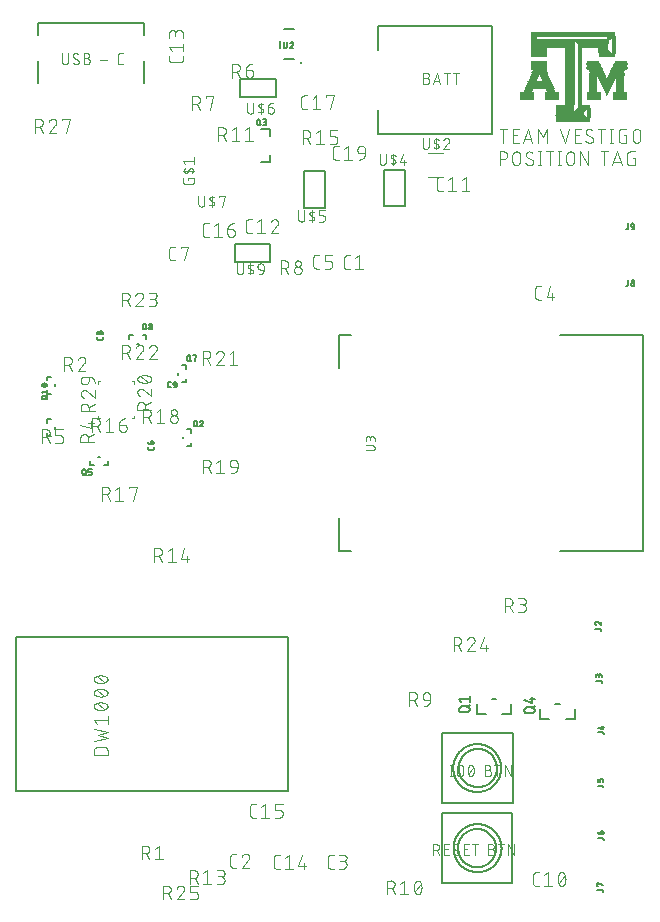
<source format=gbr>
G04 EAGLE Gerber RS-274X export*
G75*
%MOMM*%
%FSLAX34Y34*%
%LPD*%
%INSilkscreen Top*%
%IPPOS*%
%AMOC8*
5,1,8,0,0,1.08239X$1,22.5*%
G01*
%ADD10C,0.076200*%
%ADD11C,0.101600*%
%ADD12R,2.946400X0.020319*%
%ADD13R,2.621275X0.020319*%
%ADD14R,0.304800X0.020319*%
%ADD15R,2.600956X0.020319*%
%ADD16R,2.580637X0.020319*%
%ADD17R,2.560319X0.020319*%
%ADD18R,2.540000X0.020319*%
%ADD19R,2.519675X0.020319*%
%ADD20R,2.499356X0.020319*%
%ADD21R,2.479038X0.020319*%
%ADD22R,2.458719X0.020319*%
%ADD23R,2.438400X0.020319*%
%ADD24R,2.418075X0.020319*%
%ADD25R,2.397756X0.020319*%
%ADD26R,2.377438X0.020319*%
%ADD27R,1.584956X0.020319*%
%ADD28R,0.772156X0.020319*%
%ADD29R,0.772163X0.020319*%
%ADD30R,1.076963X0.020319*%
%ADD31R,0.812800X0.020319*%
%ADD32R,1.239519X0.020319*%
%ADD33R,1.259838X0.020319*%
%ADD34R,1.158238X0.020319*%
%ADD35R,0.040638X0.020319*%
%ADD36R,0.081281X0.020319*%
%ADD37R,0.121919X0.020319*%
%ADD38R,0.162556X0.020319*%
%ADD39R,0.203200X0.020319*%
%ADD40R,0.243838X0.020319*%
%ADD41R,0.284481X0.020319*%
%ADD42R,0.731519X0.020319*%
%ADD43R,0.650238X0.020319*%
%ADD44R,0.670556X0.020319*%
%ADD45R,0.711200X0.020319*%
%ADD46R,0.325119X0.020319*%
%ADD47R,0.345438X0.020319*%
%ADD48R,0.365756X0.020319*%
%ADD49R,0.386081X0.020319*%
%ADD50R,0.406400X0.020319*%
%ADD51R,0.426719X0.020319*%
%ADD52R,0.447038X0.020319*%
%ADD53R,0.467363X0.020319*%
%ADD54R,0.487681X0.020319*%
%ADD55R,0.508000X0.020319*%
%ADD56R,0.528319X0.020319*%
%ADD57R,0.548638X0.020319*%
%ADD58R,0.568956X0.020319*%
%ADD59R,0.589281X0.020319*%
%ADD60R,0.609600X0.020319*%
%ADD61R,0.629919X0.020319*%
%ADD62R,0.670563X0.020319*%
%ADD63R,0.690881X0.020319*%
%ADD64R,2.357119X0.020319*%
%ADD65R,2.336800X0.020319*%
%ADD66R,2.296156X0.020319*%
%ADD67R,2.255519X0.020319*%
%ADD68R,2.235200X0.020319*%
%ADD69R,0.853438X0.020319*%
%ADD70R,2.214875X0.020319*%
%ADD71R,0.894081X0.020319*%
%ADD72R,2.174238X0.020319*%
%ADD73R,0.934719X0.020319*%
%ADD74R,2.133600X0.020319*%
%ADD75R,0.975356X0.020319*%
%ADD76R,2.113275X0.020319*%
%ADD77R,2.092956X0.020319*%
%ADD78R,0.995681X0.020319*%
%ADD79R,2.072637X0.020319*%
%ADD80R,1.016000X0.020319*%
%ADD81R,2.052319X0.020319*%
%ADD82R,1.036319X0.020319*%
%ADD83R,1.056638X0.020319*%
%ADD84R,2.011675X0.020319*%
%ADD85R,1.097281X0.020319*%
%ADD86R,1.971037X0.020319*%
%ADD87R,1.117600X0.020319*%
%ADD88R,1.137919X0.020319*%
%ADD89R,1.950719X0.020319*%
%ADD90R,1.930400X0.020319*%
%ADD91R,1.178556X0.020319*%
%ADD92R,1.198881X0.020319*%
%ADD93R,1.889756X0.020319*%
%ADD94R,1.219200X0.020319*%
%ADD95R,1.280163X0.020319*%
%ADD96R,1.300481X0.020319*%
%ADD97R,1.320800X0.020319*%
%ADD98R,1.341119X0.020319*%
%ADD99R,1.361438X0.020319*%
%ADD100R,1.381756X0.020319*%
%ADD101R,1.402081X0.020319*%
%ADD102R,1.422400X0.020319*%
%ADD103R,1.442719X0.020319*%
%ADD104R,1.463037X0.020319*%
%ADD105R,1.402075X0.020319*%
%ADD106R,1.280156X0.020319*%
%ADD107R,1.300475X0.020319*%
%ADD108R,1.198875X0.020319*%
%ADD109R,1.076956X0.020319*%
%ADD110R,0.995675X0.020319*%
%ADD111R,0.955038X0.020319*%
%ADD112R,0.914400X0.020319*%
%ADD113R,0.894075X0.020319*%
%ADD114R,0.873756X0.020319*%
%ADD115R,0.833119X0.020319*%
%ADD116R,3.677919X0.020319*%
%ADD117R,2.641600X0.020319*%
%ADD118R,2.661919X0.020319*%
%ADD119R,2.682238X0.020319*%
%ADD120R,2.702556X0.020319*%
%ADD121R,2.722875X0.020319*%
%ADD122R,2.743200X0.020319*%
%ADD123R,2.763519X0.020319*%
%ADD124R,2.783838X0.020319*%
%ADD125R,2.804156X0.020319*%
%ADD126R,2.844800X0.020319*%
%ADD127R,2.885438X0.020319*%
%ADD128R,6.604000X0.020319*%
%ADD129R,6.624319X0.020319*%
%ADD130R,6.644637X0.020319*%
%ADD131R,6.664963X0.020319*%
%ADD132R,6.685281X0.020319*%
%ADD133R,6.705600X0.020319*%
%ADD134R,0.568963X0.020319*%
%ADD135R,0.386075X0.020319*%
%ADD136R,0.365762X0.020319*%
%ADD137R,0.467356X0.020319*%
%ADD138R,7.132319X0.020319*%
%ADD139C,0.127000*%
%ADD140C,0.203200*%
%ADD141C,0.254000*%
%ADD142C,0.152400*%
%ADD143C,0.200000*%
%ADD144C,0.100000*%


D10*
X351892Y654126D02*
X351892Y647339D01*
X351891Y647339D02*
X351893Y647238D01*
X351899Y647137D01*
X351909Y647036D01*
X351922Y646936D01*
X351940Y646836D01*
X351961Y646737D01*
X351987Y646639D01*
X352016Y646542D01*
X352048Y646446D01*
X352085Y646352D01*
X352125Y646259D01*
X352169Y646167D01*
X352216Y646078D01*
X352267Y645990D01*
X352321Y645904D01*
X352378Y645821D01*
X352438Y645739D01*
X352502Y645661D01*
X352568Y645584D01*
X352638Y645511D01*
X352710Y645440D01*
X352785Y645372D01*
X352863Y645307D01*
X352943Y645245D01*
X353025Y645186D01*
X353110Y645130D01*
X353197Y645078D01*
X353285Y645029D01*
X353376Y644983D01*
X353468Y644942D01*
X353562Y644903D01*
X353657Y644869D01*
X353753Y644838D01*
X353851Y644811D01*
X353949Y644787D01*
X354049Y644768D01*
X354149Y644752D01*
X354249Y644740D01*
X354350Y644732D01*
X354451Y644728D01*
X354553Y644728D01*
X354654Y644732D01*
X354755Y644740D01*
X354855Y644752D01*
X354955Y644768D01*
X355055Y644787D01*
X355153Y644811D01*
X355251Y644838D01*
X355347Y644869D01*
X355442Y644903D01*
X355536Y644942D01*
X355628Y644983D01*
X355719Y645029D01*
X355807Y645078D01*
X355894Y645130D01*
X355979Y645186D01*
X356061Y645245D01*
X356141Y645307D01*
X356219Y645372D01*
X356294Y645440D01*
X356366Y645511D01*
X356436Y645584D01*
X356502Y645661D01*
X356566Y645739D01*
X356626Y645821D01*
X356683Y645904D01*
X356737Y645990D01*
X356788Y646078D01*
X356835Y646167D01*
X356879Y646259D01*
X356919Y646352D01*
X356956Y646446D01*
X356988Y646542D01*
X357017Y646639D01*
X357043Y646737D01*
X357064Y646836D01*
X357082Y646936D01*
X357095Y647036D01*
X357105Y647137D01*
X357111Y647238D01*
X357113Y647339D01*
X357113Y654126D01*
X363341Y654126D02*
X363341Y644728D01*
X363341Y649427D02*
X362036Y650210D01*
X362035Y650210D02*
X361970Y650252D01*
X361907Y650296D01*
X361847Y650343D01*
X361788Y650394D01*
X361733Y650447D01*
X361680Y650503D01*
X361630Y650562D01*
X361582Y650622D01*
X361538Y650686D01*
X361497Y650751D01*
X361459Y650818D01*
X361425Y650887D01*
X361394Y650957D01*
X361367Y651030D01*
X361343Y651103D01*
X361323Y651177D01*
X361306Y651252D01*
X361294Y651328D01*
X361285Y651405D01*
X361279Y651482D01*
X361278Y651559D01*
X361280Y651636D01*
X361287Y651713D01*
X361297Y651789D01*
X361311Y651865D01*
X361328Y651940D01*
X361349Y652014D01*
X361374Y652087D01*
X361402Y652159D01*
X361434Y652229D01*
X361470Y652297D01*
X361508Y652364D01*
X361550Y652428D01*
X361595Y652491D01*
X361643Y652551D01*
X361694Y652609D01*
X361748Y652664D01*
X361805Y652717D01*
X361864Y652766D01*
X361925Y652813D01*
X361988Y652856D01*
X362054Y652897D01*
X362122Y652934D01*
X362191Y652967D01*
X362262Y652998D01*
X362334Y653024D01*
X362408Y653047D01*
X362482Y653067D01*
X362558Y653083D01*
X362681Y653103D01*
X362804Y653120D01*
X362928Y653133D01*
X363052Y653142D01*
X363176Y653148D01*
X363300Y653150D01*
X363424Y653148D01*
X363549Y653143D01*
X363673Y653133D01*
X363796Y653120D01*
X363919Y653104D01*
X364042Y653083D01*
X364164Y653059D01*
X364285Y653031D01*
X364405Y653000D01*
X364525Y652965D01*
X364643Y652927D01*
X364760Y652885D01*
X364875Y652839D01*
X364990Y652790D01*
X365102Y652738D01*
X365214Y652682D01*
X365323Y652623D01*
X365430Y652560D01*
X363341Y649427D02*
X364647Y648644D01*
X364647Y648645D02*
X364712Y648603D01*
X364775Y648559D01*
X364835Y648512D01*
X364894Y648461D01*
X364949Y648408D01*
X365002Y648352D01*
X365052Y648293D01*
X365100Y648233D01*
X365144Y648169D01*
X365185Y648104D01*
X365223Y648037D01*
X365257Y647968D01*
X365288Y647898D01*
X365315Y647825D01*
X365339Y647752D01*
X365359Y647678D01*
X365376Y647603D01*
X365388Y647527D01*
X365397Y647450D01*
X365403Y647373D01*
X365404Y647296D01*
X365402Y647219D01*
X365395Y647142D01*
X365385Y647066D01*
X365371Y646990D01*
X365354Y646915D01*
X365333Y646841D01*
X365308Y646768D01*
X365280Y646696D01*
X365248Y646626D01*
X365212Y646558D01*
X365174Y646491D01*
X365132Y646427D01*
X365087Y646364D01*
X365039Y646304D01*
X364988Y646246D01*
X364934Y646191D01*
X364877Y646138D01*
X364818Y646089D01*
X364757Y646042D01*
X364694Y645999D01*
X364628Y645958D01*
X364560Y645921D01*
X364491Y645888D01*
X364420Y645857D01*
X364348Y645831D01*
X364274Y645808D01*
X364200Y645788D01*
X364124Y645772D01*
X364124Y645773D02*
X364002Y645753D01*
X363879Y645736D01*
X363755Y645723D01*
X363631Y645714D01*
X363507Y645708D01*
X363383Y645706D01*
X363259Y645708D01*
X363134Y645713D01*
X363010Y645723D01*
X362887Y645736D01*
X362764Y645752D01*
X362641Y645773D01*
X362519Y645797D01*
X362398Y645824D01*
X362278Y645856D01*
X362159Y645891D01*
X362040Y645929D01*
X361924Y645971D01*
X361808Y646017D01*
X361694Y646066D01*
X361581Y646118D01*
X361470Y646174D01*
X361361Y646233D01*
X361253Y646295D01*
X372137Y654127D02*
X372232Y654125D01*
X372326Y654119D01*
X372420Y654110D01*
X372514Y654097D01*
X372607Y654080D01*
X372699Y654059D01*
X372791Y654034D01*
X372881Y654006D01*
X372970Y653974D01*
X373058Y653939D01*
X373144Y653900D01*
X373229Y653858D01*
X373312Y653812D01*
X373393Y653763D01*
X373472Y653711D01*
X373549Y653656D01*
X373623Y653597D01*
X373695Y653536D01*
X373765Y653472D01*
X373832Y653405D01*
X373896Y653335D01*
X373957Y653263D01*
X374016Y653189D01*
X374071Y653112D01*
X374123Y653033D01*
X374172Y652952D01*
X374218Y652869D01*
X374260Y652784D01*
X374299Y652698D01*
X374334Y652610D01*
X374366Y652521D01*
X374394Y652431D01*
X374419Y652339D01*
X374440Y652247D01*
X374457Y652154D01*
X374470Y652060D01*
X374479Y651966D01*
X374485Y651872D01*
X374487Y651777D01*
X372137Y654126D02*
X372029Y654124D01*
X371920Y654118D01*
X371812Y654108D01*
X371705Y654095D01*
X371598Y654077D01*
X371491Y654056D01*
X371386Y654031D01*
X371281Y654002D01*
X371178Y653970D01*
X371076Y653933D01*
X370975Y653893D01*
X370876Y653850D01*
X370778Y653803D01*
X370682Y653752D01*
X370588Y653698D01*
X370496Y653641D01*
X370406Y653580D01*
X370318Y653516D01*
X370233Y653450D01*
X370150Y653380D01*
X370070Y653307D01*
X369992Y653231D01*
X369917Y653153D01*
X369845Y653072D01*
X369776Y652988D01*
X369710Y652902D01*
X369647Y652814D01*
X369588Y652723D01*
X369531Y652631D01*
X369478Y652536D01*
X369429Y652440D01*
X369383Y652341D01*
X369340Y652242D01*
X369301Y652140D01*
X369266Y652038D01*
X373704Y649949D02*
X373773Y650018D01*
X373839Y650089D01*
X373903Y650162D01*
X373964Y650238D01*
X374022Y650317D01*
X374076Y650397D01*
X374128Y650480D01*
X374176Y650564D01*
X374222Y650650D01*
X374263Y650738D01*
X374302Y650828D01*
X374337Y650919D01*
X374368Y651011D01*
X374396Y651104D01*
X374420Y651198D01*
X374440Y651293D01*
X374457Y651389D01*
X374470Y651486D01*
X374479Y651583D01*
X374485Y651680D01*
X374487Y651777D01*
X373703Y649949D02*
X369265Y644728D01*
X374486Y644728D01*
X355036Y705067D02*
X352425Y705067D01*
X355036Y705068D02*
X355137Y705066D01*
X355238Y705060D01*
X355339Y705050D01*
X355439Y705037D01*
X355539Y705019D01*
X355638Y704998D01*
X355736Y704972D01*
X355833Y704943D01*
X355929Y704911D01*
X356023Y704874D01*
X356116Y704834D01*
X356208Y704790D01*
X356297Y704743D01*
X356385Y704692D01*
X356471Y704638D01*
X356554Y704581D01*
X356636Y704521D01*
X356714Y704457D01*
X356791Y704391D01*
X356864Y704321D01*
X356935Y704249D01*
X357003Y704174D01*
X357068Y704096D01*
X357130Y704016D01*
X357189Y703934D01*
X357245Y703849D01*
X357297Y703763D01*
X357346Y703674D01*
X357392Y703583D01*
X357433Y703491D01*
X357472Y703397D01*
X357506Y703302D01*
X357537Y703206D01*
X357564Y703108D01*
X357588Y703010D01*
X357607Y702910D01*
X357623Y702810D01*
X357635Y702710D01*
X357643Y702609D01*
X357647Y702508D01*
X357647Y702406D01*
X357643Y702305D01*
X357635Y702204D01*
X357623Y702104D01*
X357607Y702004D01*
X357588Y701904D01*
X357564Y701806D01*
X357537Y701708D01*
X357506Y701612D01*
X357472Y701517D01*
X357433Y701423D01*
X357392Y701331D01*
X357346Y701240D01*
X357297Y701152D01*
X357245Y701065D01*
X357189Y700980D01*
X357130Y700898D01*
X357068Y700818D01*
X357003Y700740D01*
X356935Y700665D01*
X356864Y700593D01*
X356791Y700523D01*
X356714Y700457D01*
X356636Y700393D01*
X356554Y700333D01*
X356471Y700276D01*
X356385Y700222D01*
X356297Y700171D01*
X356208Y700124D01*
X356116Y700080D01*
X356023Y700040D01*
X355929Y700003D01*
X355833Y699971D01*
X355736Y699942D01*
X355638Y699916D01*
X355539Y699895D01*
X355439Y699877D01*
X355339Y699864D01*
X355238Y699854D01*
X355137Y699848D01*
X355036Y699846D01*
X352425Y699846D01*
X352425Y709244D01*
X355036Y709244D01*
X355126Y709242D01*
X355215Y709236D01*
X355305Y709227D01*
X355394Y709213D01*
X355482Y709196D01*
X355569Y709175D01*
X355656Y709150D01*
X355741Y709121D01*
X355825Y709089D01*
X355907Y709054D01*
X355988Y709014D01*
X356067Y708972D01*
X356144Y708926D01*
X356219Y708876D01*
X356292Y708824D01*
X356363Y708768D01*
X356431Y708710D01*
X356496Y708648D01*
X356559Y708584D01*
X356619Y708517D01*
X356676Y708448D01*
X356730Y708376D01*
X356781Y708302D01*
X356829Y708226D01*
X356873Y708148D01*
X356914Y708068D01*
X356952Y707986D01*
X356986Y707903D01*
X357016Y707818D01*
X357043Y707732D01*
X357066Y707646D01*
X357085Y707558D01*
X357100Y707469D01*
X357112Y707380D01*
X357120Y707291D01*
X357124Y707201D01*
X357124Y707111D01*
X357120Y707021D01*
X357112Y706932D01*
X357100Y706843D01*
X357085Y706754D01*
X357066Y706666D01*
X357043Y706580D01*
X357016Y706494D01*
X356986Y706409D01*
X356952Y706326D01*
X356914Y706244D01*
X356873Y706164D01*
X356829Y706086D01*
X356781Y706010D01*
X356730Y705936D01*
X356676Y705864D01*
X356619Y705795D01*
X356559Y705728D01*
X356496Y705664D01*
X356431Y705602D01*
X356363Y705544D01*
X356292Y705488D01*
X356219Y705436D01*
X356144Y705386D01*
X356067Y705340D01*
X355988Y705298D01*
X355907Y705258D01*
X355825Y705223D01*
X355741Y705191D01*
X355656Y705162D01*
X355569Y705137D01*
X355482Y705116D01*
X355394Y705099D01*
X355305Y705085D01*
X355215Y705076D01*
X355126Y705070D01*
X355036Y705068D01*
X360611Y699846D02*
X363743Y709244D01*
X366876Y699846D01*
X366093Y702196D02*
X361394Y702196D01*
X372278Y699846D02*
X372278Y709244D01*
X374888Y709244D02*
X369667Y709244D01*
X380203Y709244D02*
X380203Y699846D01*
X377592Y709244D02*
X382813Y709244D01*
X315443Y640791D02*
X315443Y634004D01*
X315442Y634004D02*
X315444Y633903D01*
X315450Y633802D01*
X315460Y633701D01*
X315473Y633601D01*
X315491Y633501D01*
X315512Y633402D01*
X315538Y633304D01*
X315567Y633207D01*
X315599Y633111D01*
X315636Y633017D01*
X315676Y632924D01*
X315720Y632832D01*
X315767Y632743D01*
X315818Y632655D01*
X315872Y632569D01*
X315929Y632486D01*
X315989Y632404D01*
X316053Y632326D01*
X316119Y632249D01*
X316189Y632176D01*
X316261Y632105D01*
X316336Y632037D01*
X316414Y631972D01*
X316494Y631910D01*
X316576Y631851D01*
X316661Y631795D01*
X316748Y631743D01*
X316836Y631694D01*
X316927Y631648D01*
X317019Y631607D01*
X317113Y631568D01*
X317208Y631534D01*
X317304Y631503D01*
X317402Y631476D01*
X317500Y631452D01*
X317600Y631433D01*
X317700Y631417D01*
X317800Y631405D01*
X317901Y631397D01*
X318002Y631393D01*
X318104Y631393D01*
X318205Y631397D01*
X318306Y631405D01*
X318406Y631417D01*
X318506Y631433D01*
X318606Y631452D01*
X318704Y631476D01*
X318802Y631503D01*
X318898Y631534D01*
X318993Y631568D01*
X319087Y631607D01*
X319179Y631648D01*
X319270Y631694D01*
X319358Y631743D01*
X319445Y631795D01*
X319530Y631851D01*
X319612Y631910D01*
X319692Y631972D01*
X319770Y632037D01*
X319845Y632105D01*
X319917Y632176D01*
X319987Y632249D01*
X320053Y632326D01*
X320117Y632404D01*
X320177Y632486D01*
X320234Y632569D01*
X320288Y632655D01*
X320339Y632743D01*
X320386Y632832D01*
X320430Y632924D01*
X320470Y633017D01*
X320507Y633111D01*
X320539Y633207D01*
X320568Y633304D01*
X320594Y633402D01*
X320615Y633501D01*
X320633Y633601D01*
X320646Y633701D01*
X320656Y633802D01*
X320662Y633903D01*
X320664Y634004D01*
X320664Y640791D01*
X326892Y640791D02*
X326892Y631393D01*
X326892Y636092D02*
X325587Y636875D01*
X325586Y636875D02*
X325521Y636917D01*
X325458Y636961D01*
X325398Y637008D01*
X325339Y637059D01*
X325284Y637112D01*
X325231Y637168D01*
X325181Y637227D01*
X325133Y637287D01*
X325089Y637351D01*
X325048Y637416D01*
X325010Y637483D01*
X324976Y637552D01*
X324945Y637622D01*
X324918Y637695D01*
X324894Y637768D01*
X324874Y637842D01*
X324857Y637917D01*
X324845Y637993D01*
X324836Y638070D01*
X324830Y638147D01*
X324829Y638224D01*
X324831Y638301D01*
X324838Y638378D01*
X324848Y638454D01*
X324862Y638530D01*
X324879Y638605D01*
X324900Y638679D01*
X324925Y638752D01*
X324953Y638824D01*
X324985Y638894D01*
X325021Y638962D01*
X325059Y639029D01*
X325101Y639093D01*
X325146Y639156D01*
X325194Y639216D01*
X325245Y639274D01*
X325299Y639329D01*
X325356Y639382D01*
X325415Y639431D01*
X325476Y639478D01*
X325539Y639521D01*
X325605Y639562D01*
X325673Y639599D01*
X325742Y639632D01*
X325813Y639663D01*
X325885Y639689D01*
X325959Y639712D01*
X326033Y639732D01*
X326109Y639748D01*
X326232Y639768D01*
X326355Y639785D01*
X326479Y639798D01*
X326603Y639807D01*
X326727Y639813D01*
X326851Y639815D01*
X326975Y639813D01*
X327100Y639808D01*
X327224Y639798D01*
X327347Y639785D01*
X327470Y639769D01*
X327593Y639748D01*
X327715Y639724D01*
X327836Y639696D01*
X327956Y639665D01*
X328076Y639630D01*
X328194Y639592D01*
X328311Y639550D01*
X328426Y639504D01*
X328541Y639455D01*
X328653Y639403D01*
X328765Y639347D01*
X328874Y639288D01*
X328981Y639225D01*
X326892Y636092D02*
X328198Y635309D01*
X328198Y635310D02*
X328263Y635268D01*
X328326Y635224D01*
X328386Y635177D01*
X328445Y635126D01*
X328500Y635073D01*
X328553Y635017D01*
X328603Y634958D01*
X328651Y634898D01*
X328695Y634834D01*
X328736Y634769D01*
X328774Y634702D01*
X328808Y634633D01*
X328839Y634563D01*
X328866Y634490D01*
X328890Y634417D01*
X328910Y634343D01*
X328927Y634268D01*
X328939Y634192D01*
X328948Y634115D01*
X328954Y634038D01*
X328955Y633961D01*
X328953Y633884D01*
X328946Y633807D01*
X328936Y633731D01*
X328922Y633655D01*
X328905Y633580D01*
X328884Y633506D01*
X328859Y633433D01*
X328831Y633361D01*
X328799Y633291D01*
X328763Y633223D01*
X328725Y633156D01*
X328683Y633092D01*
X328638Y633029D01*
X328590Y632969D01*
X328539Y632911D01*
X328485Y632856D01*
X328428Y632803D01*
X328369Y632754D01*
X328308Y632707D01*
X328245Y632664D01*
X328179Y632623D01*
X328111Y632586D01*
X328042Y632553D01*
X327971Y632522D01*
X327899Y632496D01*
X327825Y632473D01*
X327751Y632453D01*
X327675Y632437D01*
X327675Y632438D02*
X327553Y632418D01*
X327430Y632401D01*
X327306Y632388D01*
X327182Y632379D01*
X327058Y632373D01*
X326934Y632371D01*
X326810Y632373D01*
X326685Y632378D01*
X326561Y632388D01*
X326438Y632401D01*
X326315Y632417D01*
X326192Y632438D01*
X326070Y632462D01*
X325949Y632489D01*
X325829Y632521D01*
X325710Y632556D01*
X325591Y632594D01*
X325475Y632636D01*
X325359Y632682D01*
X325245Y632731D01*
X325132Y632783D01*
X325021Y632839D01*
X324912Y632898D01*
X324804Y632960D01*
X332816Y633482D02*
X334905Y640791D01*
X332816Y633482D02*
X338037Y633482D01*
X336471Y635570D02*
X336471Y631393D01*
X246634Y592785D02*
X246634Y585998D01*
X246636Y585897D01*
X246642Y585796D01*
X246652Y585695D01*
X246665Y585595D01*
X246683Y585495D01*
X246704Y585396D01*
X246730Y585298D01*
X246759Y585201D01*
X246791Y585105D01*
X246828Y585011D01*
X246868Y584918D01*
X246912Y584826D01*
X246959Y584737D01*
X247010Y584649D01*
X247064Y584563D01*
X247121Y584480D01*
X247181Y584398D01*
X247245Y584320D01*
X247311Y584243D01*
X247381Y584170D01*
X247453Y584099D01*
X247528Y584031D01*
X247606Y583966D01*
X247686Y583904D01*
X247768Y583845D01*
X247853Y583789D01*
X247940Y583737D01*
X248028Y583688D01*
X248119Y583642D01*
X248211Y583601D01*
X248305Y583562D01*
X248400Y583528D01*
X248496Y583497D01*
X248594Y583470D01*
X248692Y583446D01*
X248792Y583427D01*
X248892Y583411D01*
X248992Y583399D01*
X249093Y583391D01*
X249194Y583387D01*
X249296Y583387D01*
X249397Y583391D01*
X249498Y583399D01*
X249598Y583411D01*
X249698Y583427D01*
X249798Y583446D01*
X249896Y583470D01*
X249994Y583497D01*
X250090Y583528D01*
X250185Y583562D01*
X250279Y583601D01*
X250371Y583642D01*
X250462Y583688D01*
X250550Y583737D01*
X250637Y583789D01*
X250722Y583845D01*
X250804Y583904D01*
X250884Y583966D01*
X250962Y584031D01*
X251037Y584099D01*
X251109Y584170D01*
X251179Y584243D01*
X251245Y584320D01*
X251309Y584398D01*
X251369Y584480D01*
X251426Y584563D01*
X251480Y584649D01*
X251531Y584737D01*
X251578Y584826D01*
X251622Y584918D01*
X251662Y585011D01*
X251699Y585105D01*
X251731Y585201D01*
X251760Y585298D01*
X251786Y585396D01*
X251807Y585495D01*
X251825Y585595D01*
X251838Y585695D01*
X251848Y585796D01*
X251854Y585897D01*
X251856Y585998D01*
X251855Y585998D02*
X251855Y592785D01*
X258084Y592785D02*
X258084Y583387D01*
X258084Y588086D02*
X256778Y588869D01*
X256713Y588911D01*
X256650Y588955D01*
X256590Y589002D01*
X256531Y589053D01*
X256476Y589106D01*
X256423Y589162D01*
X256373Y589221D01*
X256325Y589281D01*
X256281Y589345D01*
X256240Y589410D01*
X256202Y589477D01*
X256168Y589546D01*
X256137Y589616D01*
X256110Y589689D01*
X256086Y589762D01*
X256066Y589836D01*
X256049Y589911D01*
X256037Y589987D01*
X256028Y590064D01*
X256022Y590141D01*
X256021Y590218D01*
X256023Y590295D01*
X256030Y590372D01*
X256040Y590448D01*
X256054Y590524D01*
X256071Y590599D01*
X256092Y590673D01*
X256117Y590746D01*
X256145Y590818D01*
X256177Y590888D01*
X256213Y590956D01*
X256251Y591023D01*
X256293Y591087D01*
X256338Y591150D01*
X256386Y591210D01*
X256437Y591268D01*
X256491Y591323D01*
X256548Y591376D01*
X256607Y591425D01*
X256668Y591472D01*
X256731Y591515D01*
X256797Y591556D01*
X256865Y591593D01*
X256934Y591626D01*
X257005Y591657D01*
X257077Y591683D01*
X257151Y591706D01*
X257225Y591726D01*
X257301Y591742D01*
X257300Y591742D02*
X257423Y591762D01*
X257546Y591779D01*
X257670Y591792D01*
X257794Y591801D01*
X257918Y591807D01*
X258042Y591809D01*
X258166Y591807D01*
X258291Y591802D01*
X258415Y591792D01*
X258538Y591779D01*
X258661Y591763D01*
X258784Y591742D01*
X258906Y591718D01*
X259027Y591690D01*
X259147Y591659D01*
X259267Y591624D01*
X259385Y591586D01*
X259502Y591544D01*
X259617Y591498D01*
X259732Y591449D01*
X259844Y591397D01*
X259956Y591341D01*
X260065Y591282D01*
X260172Y591219D01*
X258084Y588086D02*
X259389Y587303D01*
X259390Y587304D02*
X259455Y587262D01*
X259518Y587218D01*
X259578Y587171D01*
X259637Y587120D01*
X259692Y587067D01*
X259745Y587011D01*
X259795Y586952D01*
X259843Y586892D01*
X259887Y586828D01*
X259928Y586763D01*
X259966Y586696D01*
X260000Y586627D01*
X260031Y586557D01*
X260058Y586484D01*
X260082Y586411D01*
X260102Y586337D01*
X260119Y586262D01*
X260131Y586186D01*
X260140Y586109D01*
X260146Y586032D01*
X260147Y585955D01*
X260145Y585878D01*
X260138Y585801D01*
X260128Y585725D01*
X260114Y585649D01*
X260097Y585574D01*
X260076Y585500D01*
X260051Y585427D01*
X260023Y585355D01*
X259991Y585285D01*
X259955Y585217D01*
X259917Y585150D01*
X259875Y585086D01*
X259830Y585023D01*
X259782Y584963D01*
X259731Y584905D01*
X259677Y584850D01*
X259620Y584797D01*
X259561Y584748D01*
X259500Y584701D01*
X259437Y584658D01*
X259371Y584617D01*
X259303Y584580D01*
X259234Y584547D01*
X259163Y584516D01*
X259091Y584490D01*
X259017Y584467D01*
X258943Y584447D01*
X258867Y584431D01*
X258866Y584432D02*
X258744Y584412D01*
X258621Y584395D01*
X258497Y584382D01*
X258373Y584373D01*
X258249Y584367D01*
X258125Y584365D01*
X258001Y584367D01*
X257876Y584372D01*
X257752Y584382D01*
X257629Y584395D01*
X257506Y584411D01*
X257383Y584432D01*
X257261Y584456D01*
X257140Y584483D01*
X257020Y584515D01*
X256901Y584550D01*
X256782Y584588D01*
X256666Y584630D01*
X256550Y584676D01*
X256436Y584725D01*
X256323Y584777D01*
X256212Y584833D01*
X256103Y584892D01*
X255995Y584954D01*
X264008Y583387D02*
X267140Y583387D01*
X267140Y583388D02*
X267229Y583390D01*
X267317Y583396D01*
X267405Y583405D01*
X267493Y583418D01*
X267580Y583435D01*
X267666Y583455D01*
X267751Y583480D01*
X267836Y583507D01*
X267919Y583539D01*
X268000Y583573D01*
X268080Y583612D01*
X268158Y583653D01*
X268235Y583698D01*
X268309Y583746D01*
X268382Y583797D01*
X268452Y583851D01*
X268519Y583909D01*
X268585Y583969D01*
X268647Y584031D01*
X268707Y584097D01*
X268765Y584164D01*
X268819Y584234D01*
X268870Y584307D01*
X268918Y584381D01*
X268963Y584458D01*
X269004Y584536D01*
X269043Y584616D01*
X269077Y584697D01*
X269109Y584780D01*
X269136Y584865D01*
X269161Y584950D01*
X269181Y585036D01*
X269198Y585123D01*
X269211Y585211D01*
X269220Y585299D01*
X269226Y585387D01*
X269228Y585476D01*
X269229Y585476D02*
X269229Y586520D01*
X269228Y586520D02*
X269226Y586609D01*
X269220Y586697D01*
X269211Y586785D01*
X269198Y586873D01*
X269181Y586960D01*
X269161Y587046D01*
X269136Y587131D01*
X269109Y587216D01*
X269077Y587299D01*
X269043Y587380D01*
X269004Y587460D01*
X268963Y587538D01*
X268918Y587615D01*
X268870Y587689D01*
X268819Y587762D01*
X268765Y587832D01*
X268707Y587899D01*
X268647Y587965D01*
X268585Y588027D01*
X268519Y588087D01*
X268452Y588145D01*
X268382Y588199D01*
X268309Y588250D01*
X268235Y588298D01*
X268158Y588343D01*
X268080Y588384D01*
X268000Y588423D01*
X267919Y588457D01*
X267836Y588489D01*
X267751Y588516D01*
X267666Y588541D01*
X267580Y588561D01*
X267493Y588578D01*
X267405Y588591D01*
X267317Y588600D01*
X267229Y588606D01*
X267140Y588608D01*
X264008Y588608D01*
X264008Y592785D01*
X269229Y592785D01*
X194716Y547980D02*
X194716Y541192D01*
X194718Y541091D01*
X194724Y540990D01*
X194734Y540889D01*
X194747Y540789D01*
X194765Y540689D01*
X194786Y540590D01*
X194812Y540492D01*
X194841Y540395D01*
X194873Y540299D01*
X194910Y540205D01*
X194950Y540112D01*
X194994Y540020D01*
X195041Y539931D01*
X195092Y539843D01*
X195146Y539757D01*
X195203Y539674D01*
X195263Y539592D01*
X195327Y539514D01*
X195393Y539437D01*
X195463Y539364D01*
X195535Y539293D01*
X195610Y539225D01*
X195688Y539160D01*
X195768Y539098D01*
X195850Y539039D01*
X195935Y538983D01*
X196022Y538931D01*
X196110Y538882D01*
X196201Y538836D01*
X196293Y538795D01*
X196387Y538756D01*
X196482Y538722D01*
X196578Y538691D01*
X196676Y538664D01*
X196774Y538640D01*
X196874Y538621D01*
X196974Y538605D01*
X197074Y538593D01*
X197175Y538585D01*
X197276Y538581D01*
X197378Y538581D01*
X197479Y538585D01*
X197580Y538593D01*
X197680Y538605D01*
X197780Y538621D01*
X197880Y538640D01*
X197978Y538664D01*
X198076Y538691D01*
X198172Y538722D01*
X198267Y538756D01*
X198361Y538795D01*
X198453Y538836D01*
X198544Y538882D01*
X198632Y538931D01*
X198719Y538983D01*
X198804Y539039D01*
X198886Y539098D01*
X198966Y539160D01*
X199044Y539225D01*
X199119Y539293D01*
X199191Y539364D01*
X199261Y539437D01*
X199327Y539514D01*
X199391Y539592D01*
X199451Y539674D01*
X199508Y539757D01*
X199562Y539843D01*
X199613Y539931D01*
X199660Y540020D01*
X199704Y540112D01*
X199744Y540205D01*
X199781Y540299D01*
X199813Y540395D01*
X199842Y540492D01*
X199868Y540590D01*
X199889Y540689D01*
X199907Y540789D01*
X199920Y540889D01*
X199930Y540990D01*
X199936Y541091D01*
X199938Y541192D01*
X199938Y547980D01*
X206166Y547980D02*
X206166Y538582D01*
X206166Y543281D02*
X204861Y544064D01*
X204860Y544063D02*
X204795Y544105D01*
X204732Y544149D01*
X204672Y544196D01*
X204613Y544247D01*
X204558Y544300D01*
X204505Y544356D01*
X204455Y544415D01*
X204407Y544475D01*
X204363Y544539D01*
X204322Y544604D01*
X204284Y544671D01*
X204250Y544740D01*
X204219Y544810D01*
X204192Y544883D01*
X204168Y544956D01*
X204148Y545030D01*
X204131Y545105D01*
X204119Y545181D01*
X204110Y545258D01*
X204104Y545335D01*
X204103Y545412D01*
X204105Y545489D01*
X204112Y545566D01*
X204122Y545642D01*
X204136Y545718D01*
X204153Y545793D01*
X204174Y545867D01*
X204199Y545940D01*
X204227Y546012D01*
X204259Y546082D01*
X204295Y546150D01*
X204333Y546217D01*
X204375Y546281D01*
X204420Y546344D01*
X204468Y546404D01*
X204519Y546462D01*
X204573Y546517D01*
X204630Y546570D01*
X204689Y546619D01*
X204750Y546666D01*
X204813Y546709D01*
X204879Y546750D01*
X204947Y546787D01*
X205016Y546820D01*
X205087Y546851D01*
X205159Y546877D01*
X205233Y546900D01*
X205307Y546920D01*
X205383Y546936D01*
X205382Y546936D02*
X205505Y546956D01*
X205628Y546973D01*
X205752Y546986D01*
X205876Y546995D01*
X206000Y547001D01*
X206124Y547003D01*
X206248Y547001D01*
X206373Y546996D01*
X206497Y546986D01*
X206620Y546973D01*
X206743Y546957D01*
X206866Y546936D01*
X206988Y546912D01*
X207109Y546884D01*
X207229Y546853D01*
X207349Y546818D01*
X207467Y546780D01*
X207584Y546738D01*
X207699Y546692D01*
X207814Y546643D01*
X207926Y546591D01*
X208038Y546535D01*
X208147Y546476D01*
X208254Y546413D01*
X206166Y543281D02*
X207471Y542497D01*
X207472Y542498D02*
X207537Y542456D01*
X207600Y542412D01*
X207660Y542365D01*
X207719Y542314D01*
X207774Y542261D01*
X207827Y542205D01*
X207877Y542146D01*
X207925Y542086D01*
X207969Y542022D01*
X208010Y541957D01*
X208048Y541890D01*
X208082Y541821D01*
X208113Y541751D01*
X208140Y541678D01*
X208164Y541605D01*
X208184Y541531D01*
X208201Y541456D01*
X208213Y541380D01*
X208222Y541303D01*
X208228Y541226D01*
X208229Y541149D01*
X208227Y541072D01*
X208220Y540995D01*
X208210Y540919D01*
X208196Y540843D01*
X208179Y540768D01*
X208158Y540694D01*
X208133Y540621D01*
X208105Y540549D01*
X208073Y540479D01*
X208037Y540411D01*
X207999Y540344D01*
X207957Y540280D01*
X207912Y540217D01*
X207864Y540157D01*
X207813Y540099D01*
X207759Y540044D01*
X207702Y539991D01*
X207643Y539942D01*
X207582Y539895D01*
X207519Y539852D01*
X207453Y539811D01*
X207385Y539774D01*
X207316Y539741D01*
X207245Y539710D01*
X207173Y539684D01*
X207099Y539661D01*
X207025Y539641D01*
X206949Y539625D01*
X206949Y539626D02*
X206827Y539606D01*
X206704Y539589D01*
X206580Y539576D01*
X206456Y539567D01*
X206332Y539561D01*
X206208Y539559D01*
X206084Y539561D01*
X205959Y539566D01*
X205835Y539576D01*
X205712Y539589D01*
X205589Y539605D01*
X205466Y539626D01*
X205344Y539650D01*
X205223Y539677D01*
X205103Y539709D01*
X204984Y539744D01*
X204865Y539782D01*
X204749Y539824D01*
X204633Y539870D01*
X204519Y539919D01*
X204406Y539971D01*
X204295Y540027D01*
X204186Y540086D01*
X204078Y540148D01*
X214178Y542758D02*
X217311Y542758D01*
X214178Y542759D02*
X214089Y542761D01*
X214001Y542767D01*
X213913Y542776D01*
X213825Y542789D01*
X213738Y542806D01*
X213652Y542826D01*
X213567Y542851D01*
X213482Y542878D01*
X213399Y542910D01*
X213318Y542944D01*
X213238Y542983D01*
X213160Y543024D01*
X213083Y543069D01*
X213009Y543117D01*
X212936Y543168D01*
X212866Y543222D01*
X212799Y543280D01*
X212733Y543340D01*
X212671Y543402D01*
X212611Y543468D01*
X212553Y543535D01*
X212499Y543605D01*
X212448Y543678D01*
X212400Y543752D01*
X212355Y543829D01*
X212314Y543907D01*
X212275Y543987D01*
X212241Y544068D01*
X212209Y544151D01*
X212182Y544236D01*
X212157Y544321D01*
X212137Y544407D01*
X212120Y544494D01*
X212107Y544582D01*
X212098Y544670D01*
X212092Y544758D01*
X212090Y544847D01*
X212090Y545369D01*
X212089Y545369D02*
X212091Y545470D01*
X212097Y545571D01*
X212107Y545672D01*
X212120Y545772D01*
X212138Y545872D01*
X212159Y545971D01*
X212185Y546069D01*
X212214Y546166D01*
X212246Y546262D01*
X212283Y546356D01*
X212323Y546449D01*
X212367Y546541D01*
X212414Y546630D01*
X212465Y546718D01*
X212519Y546804D01*
X212576Y546887D01*
X212636Y546969D01*
X212700Y547047D01*
X212766Y547124D01*
X212836Y547197D01*
X212908Y547268D01*
X212983Y547336D01*
X213061Y547401D01*
X213141Y547463D01*
X213223Y547522D01*
X213308Y547578D01*
X213395Y547630D01*
X213483Y547679D01*
X213574Y547725D01*
X213666Y547766D01*
X213760Y547805D01*
X213855Y547839D01*
X213951Y547870D01*
X214049Y547897D01*
X214147Y547921D01*
X214247Y547940D01*
X214347Y547956D01*
X214447Y547968D01*
X214548Y547976D01*
X214649Y547980D01*
X214751Y547980D01*
X214852Y547976D01*
X214953Y547968D01*
X215053Y547956D01*
X215153Y547940D01*
X215253Y547921D01*
X215351Y547897D01*
X215449Y547870D01*
X215545Y547839D01*
X215640Y547805D01*
X215734Y547766D01*
X215826Y547725D01*
X215917Y547679D01*
X216006Y547630D01*
X216092Y547578D01*
X216177Y547522D01*
X216259Y547463D01*
X216339Y547401D01*
X216417Y547336D01*
X216492Y547268D01*
X216564Y547197D01*
X216634Y547124D01*
X216700Y547047D01*
X216764Y546969D01*
X216824Y546887D01*
X216881Y546804D01*
X216935Y546718D01*
X216986Y546630D01*
X217033Y546541D01*
X217077Y546449D01*
X217117Y546356D01*
X217154Y546262D01*
X217186Y546166D01*
X217215Y546069D01*
X217241Y545971D01*
X217262Y545872D01*
X217280Y545772D01*
X217293Y545672D01*
X217303Y545571D01*
X217309Y545470D01*
X217311Y545369D01*
X217311Y542758D01*
X217309Y542632D01*
X217303Y542506D01*
X217294Y542380D01*
X217281Y542255D01*
X217263Y542130D01*
X217243Y542005D01*
X217218Y541881D01*
X217190Y541758D01*
X217158Y541636D01*
X217122Y541515D01*
X217083Y541395D01*
X217040Y541277D01*
X216993Y541160D01*
X216943Y541044D01*
X216889Y540929D01*
X216833Y540817D01*
X216772Y540706D01*
X216709Y540597D01*
X216642Y540490D01*
X216572Y540385D01*
X216498Y540282D01*
X216422Y540182D01*
X216343Y540084D01*
X216261Y539988D01*
X216175Y539895D01*
X216088Y539804D01*
X215997Y539717D01*
X215904Y539631D01*
X215808Y539549D01*
X215710Y539470D01*
X215610Y539394D01*
X215507Y539320D01*
X215402Y539250D01*
X215295Y539183D01*
X215186Y539120D01*
X215075Y539059D01*
X214963Y539003D01*
X214848Y538949D01*
X214732Y538899D01*
X214615Y538852D01*
X214497Y538809D01*
X214377Y538770D01*
X214256Y538734D01*
X214134Y538702D01*
X214011Y538674D01*
X213887Y538649D01*
X213762Y538629D01*
X213637Y538611D01*
X213512Y538598D01*
X213386Y538589D01*
X213260Y538583D01*
X213134Y538581D01*
X203429Y677387D02*
X203429Y684174D01*
X203428Y677387D02*
X203430Y677286D01*
X203436Y677185D01*
X203446Y677084D01*
X203459Y676984D01*
X203477Y676884D01*
X203498Y676785D01*
X203524Y676687D01*
X203553Y676590D01*
X203585Y676494D01*
X203622Y676400D01*
X203662Y676307D01*
X203706Y676215D01*
X203753Y676126D01*
X203804Y676038D01*
X203858Y675952D01*
X203915Y675869D01*
X203975Y675787D01*
X204039Y675709D01*
X204105Y675632D01*
X204175Y675559D01*
X204247Y675488D01*
X204322Y675420D01*
X204400Y675355D01*
X204480Y675293D01*
X204562Y675234D01*
X204647Y675178D01*
X204734Y675126D01*
X204822Y675077D01*
X204913Y675031D01*
X205005Y674990D01*
X205099Y674951D01*
X205194Y674917D01*
X205290Y674886D01*
X205388Y674859D01*
X205486Y674835D01*
X205586Y674816D01*
X205686Y674800D01*
X205786Y674788D01*
X205887Y674780D01*
X205988Y674776D01*
X206090Y674776D01*
X206191Y674780D01*
X206292Y674788D01*
X206392Y674800D01*
X206492Y674816D01*
X206592Y674835D01*
X206690Y674859D01*
X206788Y674886D01*
X206884Y674917D01*
X206979Y674951D01*
X207073Y674990D01*
X207165Y675031D01*
X207256Y675077D01*
X207344Y675126D01*
X207431Y675178D01*
X207516Y675234D01*
X207598Y675293D01*
X207678Y675355D01*
X207756Y675420D01*
X207831Y675488D01*
X207903Y675559D01*
X207973Y675632D01*
X208039Y675709D01*
X208103Y675787D01*
X208163Y675869D01*
X208220Y675952D01*
X208274Y676038D01*
X208325Y676126D01*
X208372Y676215D01*
X208416Y676307D01*
X208456Y676400D01*
X208493Y676494D01*
X208525Y676590D01*
X208554Y676687D01*
X208580Y676785D01*
X208601Y676884D01*
X208619Y676984D01*
X208632Y677084D01*
X208642Y677185D01*
X208648Y677286D01*
X208650Y677387D01*
X208650Y684174D01*
X214878Y684174D02*
X214878Y674776D01*
X214878Y679475D02*
X213573Y680259D01*
X213572Y680258D02*
X213507Y680300D01*
X213444Y680344D01*
X213384Y680391D01*
X213325Y680442D01*
X213270Y680495D01*
X213217Y680551D01*
X213167Y680610D01*
X213119Y680670D01*
X213075Y680734D01*
X213034Y680799D01*
X212996Y680866D01*
X212962Y680935D01*
X212931Y681005D01*
X212904Y681078D01*
X212880Y681151D01*
X212860Y681225D01*
X212843Y681300D01*
X212831Y681376D01*
X212822Y681453D01*
X212816Y681530D01*
X212815Y681607D01*
X212817Y681684D01*
X212824Y681761D01*
X212834Y681837D01*
X212848Y681913D01*
X212865Y681988D01*
X212886Y682062D01*
X212911Y682135D01*
X212939Y682207D01*
X212971Y682277D01*
X213007Y682345D01*
X213045Y682412D01*
X213087Y682476D01*
X213132Y682539D01*
X213180Y682599D01*
X213231Y682657D01*
X213285Y682712D01*
X213342Y682765D01*
X213401Y682814D01*
X213462Y682861D01*
X213525Y682904D01*
X213591Y682945D01*
X213659Y682982D01*
X213728Y683015D01*
X213799Y683046D01*
X213871Y683072D01*
X213945Y683095D01*
X214019Y683115D01*
X214095Y683131D01*
X214218Y683151D01*
X214341Y683168D01*
X214465Y683181D01*
X214589Y683190D01*
X214713Y683196D01*
X214837Y683198D01*
X214961Y683196D01*
X215086Y683191D01*
X215210Y683181D01*
X215333Y683168D01*
X215456Y683152D01*
X215579Y683131D01*
X215701Y683107D01*
X215822Y683079D01*
X215942Y683048D01*
X216062Y683013D01*
X216180Y682975D01*
X216297Y682933D01*
X216412Y682887D01*
X216527Y682838D01*
X216639Y682786D01*
X216751Y682730D01*
X216860Y682671D01*
X216967Y682608D01*
X214878Y679475D02*
X216184Y678692D01*
X216184Y678693D02*
X216249Y678651D01*
X216312Y678607D01*
X216372Y678560D01*
X216431Y678509D01*
X216486Y678456D01*
X216539Y678400D01*
X216589Y678341D01*
X216637Y678281D01*
X216681Y678217D01*
X216722Y678152D01*
X216760Y678085D01*
X216794Y678016D01*
X216825Y677946D01*
X216852Y677873D01*
X216876Y677800D01*
X216896Y677726D01*
X216913Y677651D01*
X216925Y677575D01*
X216934Y677498D01*
X216940Y677421D01*
X216941Y677344D01*
X216939Y677267D01*
X216932Y677190D01*
X216922Y677114D01*
X216908Y677038D01*
X216891Y676963D01*
X216870Y676889D01*
X216845Y676816D01*
X216817Y676744D01*
X216785Y676674D01*
X216749Y676606D01*
X216711Y676539D01*
X216669Y676475D01*
X216624Y676412D01*
X216576Y676352D01*
X216525Y676294D01*
X216471Y676239D01*
X216414Y676186D01*
X216355Y676137D01*
X216294Y676090D01*
X216231Y676047D01*
X216165Y676006D01*
X216097Y675969D01*
X216028Y675936D01*
X215957Y675905D01*
X215885Y675879D01*
X215811Y675856D01*
X215737Y675836D01*
X215661Y675820D01*
X215661Y675821D02*
X215539Y675801D01*
X215416Y675784D01*
X215292Y675771D01*
X215168Y675762D01*
X215044Y675756D01*
X214920Y675754D01*
X214796Y675756D01*
X214671Y675761D01*
X214547Y675771D01*
X214424Y675784D01*
X214301Y675800D01*
X214178Y675821D01*
X214056Y675845D01*
X213935Y675872D01*
X213815Y675904D01*
X213696Y675939D01*
X213577Y675977D01*
X213461Y676019D01*
X213345Y676065D01*
X213231Y676114D01*
X213118Y676166D01*
X213007Y676222D01*
X212898Y676281D01*
X212790Y676343D01*
X220802Y679998D02*
X223935Y679998D01*
X223935Y679997D02*
X224024Y679995D01*
X224112Y679989D01*
X224200Y679980D01*
X224288Y679967D01*
X224375Y679950D01*
X224461Y679930D01*
X224546Y679905D01*
X224631Y679878D01*
X224714Y679846D01*
X224795Y679812D01*
X224875Y679773D01*
X224953Y679732D01*
X225030Y679687D01*
X225104Y679639D01*
X225177Y679588D01*
X225247Y679534D01*
X225314Y679476D01*
X225380Y679416D01*
X225442Y679354D01*
X225502Y679288D01*
X225560Y679221D01*
X225614Y679151D01*
X225665Y679078D01*
X225713Y679004D01*
X225758Y678927D01*
X225799Y678849D01*
X225838Y678769D01*
X225872Y678688D01*
X225904Y678605D01*
X225931Y678520D01*
X225956Y678435D01*
X225976Y678349D01*
X225993Y678262D01*
X226006Y678174D01*
X226015Y678086D01*
X226021Y677998D01*
X226023Y677909D01*
X226023Y677387D01*
X226024Y677387D02*
X226022Y677286D01*
X226016Y677185D01*
X226006Y677084D01*
X225993Y676984D01*
X225975Y676884D01*
X225954Y676785D01*
X225928Y676687D01*
X225899Y676590D01*
X225867Y676494D01*
X225830Y676400D01*
X225790Y676307D01*
X225746Y676215D01*
X225699Y676126D01*
X225648Y676038D01*
X225594Y675952D01*
X225537Y675869D01*
X225477Y675787D01*
X225413Y675709D01*
X225347Y675632D01*
X225277Y675559D01*
X225205Y675488D01*
X225130Y675420D01*
X225052Y675355D01*
X224972Y675293D01*
X224890Y675234D01*
X224805Y675178D01*
X224718Y675126D01*
X224630Y675077D01*
X224539Y675031D01*
X224447Y674990D01*
X224353Y674951D01*
X224258Y674917D01*
X224162Y674886D01*
X224064Y674859D01*
X223966Y674835D01*
X223866Y674816D01*
X223766Y674800D01*
X223666Y674788D01*
X223565Y674780D01*
X223464Y674776D01*
X223362Y674776D01*
X223261Y674780D01*
X223160Y674788D01*
X223060Y674800D01*
X222960Y674816D01*
X222860Y674835D01*
X222762Y674859D01*
X222664Y674886D01*
X222568Y674917D01*
X222473Y674951D01*
X222379Y674990D01*
X222287Y675031D01*
X222196Y675077D01*
X222108Y675126D01*
X222021Y675178D01*
X221936Y675234D01*
X221854Y675293D01*
X221774Y675355D01*
X221696Y675420D01*
X221621Y675488D01*
X221549Y675559D01*
X221479Y675632D01*
X221413Y675709D01*
X221349Y675787D01*
X221289Y675869D01*
X221232Y675952D01*
X221178Y676038D01*
X221127Y676126D01*
X221080Y676215D01*
X221036Y676307D01*
X220996Y676400D01*
X220959Y676494D01*
X220927Y676590D01*
X220898Y676687D01*
X220872Y676785D01*
X220851Y676884D01*
X220833Y676984D01*
X220820Y677084D01*
X220810Y677185D01*
X220804Y677286D01*
X220802Y677387D01*
X220802Y679998D01*
X220804Y680127D01*
X220810Y680255D01*
X220820Y680383D01*
X220834Y680511D01*
X220851Y680639D01*
X220873Y680766D01*
X220899Y680892D01*
X220928Y681017D01*
X220961Y681141D01*
X220999Y681264D01*
X221039Y681386D01*
X221084Y681507D01*
X221132Y681626D01*
X221184Y681744D01*
X221240Y681860D01*
X221299Y681974D01*
X221362Y682086D01*
X221428Y682197D01*
X221497Y682305D01*
X221570Y682411D01*
X221646Y682515D01*
X221725Y682617D01*
X221807Y682716D01*
X221892Y682812D01*
X221980Y682906D01*
X222071Y682997D01*
X222165Y683085D01*
X222261Y683170D01*
X222360Y683252D01*
X222462Y683331D01*
X222566Y683407D01*
X222672Y683480D01*
X222780Y683549D01*
X222890Y683615D01*
X223003Y683678D01*
X223117Y683737D01*
X223233Y683793D01*
X223351Y683845D01*
X223470Y683893D01*
X223591Y683938D01*
X223713Y683978D01*
X223836Y684016D01*
X223960Y684049D01*
X224085Y684078D01*
X224211Y684104D01*
X224338Y684126D01*
X224466Y684143D01*
X224594Y684157D01*
X224722Y684167D01*
X224850Y684173D01*
X224979Y684175D01*
X162001Y605409D02*
X162001Y598622D01*
X162003Y598521D01*
X162009Y598420D01*
X162019Y598319D01*
X162032Y598219D01*
X162050Y598119D01*
X162071Y598020D01*
X162097Y597922D01*
X162126Y597825D01*
X162158Y597729D01*
X162195Y597635D01*
X162235Y597542D01*
X162279Y597450D01*
X162326Y597361D01*
X162377Y597273D01*
X162431Y597187D01*
X162488Y597104D01*
X162548Y597022D01*
X162612Y596944D01*
X162678Y596867D01*
X162748Y596794D01*
X162820Y596723D01*
X162895Y596655D01*
X162973Y596590D01*
X163053Y596528D01*
X163135Y596469D01*
X163220Y596413D01*
X163307Y596361D01*
X163395Y596312D01*
X163486Y596266D01*
X163578Y596225D01*
X163672Y596186D01*
X163767Y596152D01*
X163863Y596121D01*
X163961Y596094D01*
X164059Y596070D01*
X164159Y596051D01*
X164259Y596035D01*
X164359Y596023D01*
X164460Y596015D01*
X164561Y596011D01*
X164663Y596011D01*
X164764Y596015D01*
X164865Y596023D01*
X164965Y596035D01*
X165065Y596051D01*
X165165Y596070D01*
X165263Y596094D01*
X165361Y596121D01*
X165457Y596152D01*
X165552Y596186D01*
X165646Y596225D01*
X165738Y596266D01*
X165829Y596312D01*
X165917Y596361D01*
X166004Y596413D01*
X166089Y596469D01*
X166171Y596528D01*
X166251Y596590D01*
X166329Y596655D01*
X166404Y596723D01*
X166476Y596794D01*
X166546Y596867D01*
X166612Y596944D01*
X166676Y597022D01*
X166736Y597104D01*
X166793Y597187D01*
X166847Y597273D01*
X166898Y597361D01*
X166945Y597450D01*
X166989Y597542D01*
X167029Y597635D01*
X167066Y597729D01*
X167098Y597825D01*
X167127Y597922D01*
X167153Y598020D01*
X167174Y598119D01*
X167192Y598219D01*
X167205Y598319D01*
X167215Y598420D01*
X167221Y598521D01*
X167223Y598622D01*
X167222Y598622D02*
X167222Y605409D01*
X173451Y605409D02*
X173451Y596011D01*
X173451Y600710D02*
X172146Y601493D01*
X172145Y601493D02*
X172080Y601535D01*
X172017Y601579D01*
X171957Y601626D01*
X171898Y601677D01*
X171843Y601730D01*
X171790Y601786D01*
X171740Y601845D01*
X171692Y601905D01*
X171648Y601969D01*
X171607Y602034D01*
X171569Y602101D01*
X171535Y602170D01*
X171504Y602240D01*
X171477Y602313D01*
X171453Y602386D01*
X171433Y602460D01*
X171416Y602535D01*
X171404Y602611D01*
X171395Y602688D01*
X171389Y602765D01*
X171388Y602842D01*
X171390Y602919D01*
X171397Y602996D01*
X171407Y603072D01*
X171421Y603148D01*
X171438Y603223D01*
X171459Y603297D01*
X171484Y603370D01*
X171512Y603442D01*
X171544Y603512D01*
X171580Y603580D01*
X171618Y603647D01*
X171660Y603711D01*
X171705Y603774D01*
X171753Y603834D01*
X171804Y603892D01*
X171858Y603947D01*
X171915Y604000D01*
X171974Y604049D01*
X172035Y604096D01*
X172098Y604139D01*
X172164Y604180D01*
X172232Y604217D01*
X172301Y604250D01*
X172372Y604281D01*
X172444Y604307D01*
X172518Y604330D01*
X172592Y604350D01*
X172668Y604366D01*
X172667Y604366D02*
X172790Y604386D01*
X172913Y604403D01*
X173037Y604416D01*
X173161Y604425D01*
X173285Y604431D01*
X173409Y604433D01*
X173533Y604431D01*
X173658Y604426D01*
X173782Y604416D01*
X173905Y604403D01*
X174028Y604387D01*
X174151Y604366D01*
X174273Y604342D01*
X174394Y604314D01*
X174514Y604283D01*
X174634Y604248D01*
X174752Y604210D01*
X174869Y604168D01*
X174984Y604122D01*
X175099Y604073D01*
X175211Y604021D01*
X175323Y603965D01*
X175432Y603906D01*
X175539Y603843D01*
X173451Y600710D02*
X174756Y599927D01*
X174757Y599927D02*
X174822Y599885D01*
X174885Y599841D01*
X174945Y599794D01*
X175004Y599743D01*
X175059Y599690D01*
X175112Y599634D01*
X175162Y599575D01*
X175210Y599515D01*
X175254Y599451D01*
X175295Y599386D01*
X175333Y599319D01*
X175367Y599250D01*
X175398Y599180D01*
X175425Y599107D01*
X175449Y599034D01*
X175469Y598960D01*
X175486Y598885D01*
X175498Y598809D01*
X175507Y598732D01*
X175513Y598655D01*
X175514Y598578D01*
X175512Y598501D01*
X175505Y598424D01*
X175495Y598348D01*
X175481Y598272D01*
X175464Y598197D01*
X175443Y598123D01*
X175418Y598050D01*
X175390Y597978D01*
X175358Y597908D01*
X175322Y597840D01*
X175284Y597773D01*
X175242Y597709D01*
X175197Y597646D01*
X175149Y597586D01*
X175098Y597528D01*
X175044Y597473D01*
X174987Y597420D01*
X174928Y597371D01*
X174867Y597324D01*
X174804Y597281D01*
X174738Y597240D01*
X174670Y597203D01*
X174601Y597170D01*
X174530Y597139D01*
X174458Y597113D01*
X174384Y597090D01*
X174310Y597070D01*
X174234Y597054D01*
X174234Y597055D02*
X174112Y597035D01*
X173989Y597018D01*
X173865Y597005D01*
X173741Y596996D01*
X173617Y596990D01*
X173493Y596988D01*
X173369Y596990D01*
X173244Y596995D01*
X173120Y597005D01*
X172997Y597018D01*
X172874Y597034D01*
X172751Y597055D01*
X172629Y597079D01*
X172508Y597106D01*
X172388Y597138D01*
X172269Y597173D01*
X172150Y597211D01*
X172034Y597253D01*
X171918Y597299D01*
X171804Y597348D01*
X171691Y597400D01*
X171580Y597456D01*
X171471Y597515D01*
X171363Y597577D01*
X179375Y604365D02*
X179375Y605409D01*
X184596Y605409D01*
X181985Y596011D01*
X46431Y719170D02*
X46431Y725957D01*
X46431Y719170D02*
X46433Y719069D01*
X46439Y718968D01*
X46449Y718867D01*
X46462Y718767D01*
X46480Y718667D01*
X46501Y718568D01*
X46527Y718470D01*
X46556Y718373D01*
X46588Y718277D01*
X46625Y718183D01*
X46665Y718090D01*
X46709Y717998D01*
X46756Y717909D01*
X46807Y717821D01*
X46861Y717735D01*
X46918Y717652D01*
X46978Y717570D01*
X47042Y717492D01*
X47108Y717415D01*
X47178Y717342D01*
X47250Y717271D01*
X47325Y717203D01*
X47403Y717138D01*
X47483Y717076D01*
X47565Y717017D01*
X47650Y716961D01*
X47736Y716909D01*
X47825Y716860D01*
X47916Y716814D01*
X48008Y716773D01*
X48102Y716734D01*
X48197Y716700D01*
X48293Y716669D01*
X48391Y716642D01*
X48489Y716618D01*
X48589Y716599D01*
X48689Y716583D01*
X48789Y716571D01*
X48890Y716563D01*
X48991Y716559D01*
X49093Y716559D01*
X49194Y716563D01*
X49295Y716571D01*
X49395Y716583D01*
X49495Y716599D01*
X49595Y716618D01*
X49693Y716642D01*
X49791Y716669D01*
X49887Y716700D01*
X49982Y716734D01*
X50076Y716773D01*
X50168Y716814D01*
X50259Y716860D01*
X50347Y716909D01*
X50434Y716961D01*
X50519Y717017D01*
X50601Y717076D01*
X50681Y717138D01*
X50759Y717203D01*
X50834Y717271D01*
X50906Y717342D01*
X50976Y717415D01*
X51042Y717492D01*
X51106Y717570D01*
X51166Y717652D01*
X51223Y717735D01*
X51277Y717821D01*
X51328Y717909D01*
X51375Y717998D01*
X51419Y718090D01*
X51459Y718183D01*
X51496Y718277D01*
X51528Y718373D01*
X51557Y718470D01*
X51583Y718568D01*
X51604Y718667D01*
X51622Y718767D01*
X51635Y718867D01*
X51645Y718968D01*
X51651Y719069D01*
X51653Y719170D01*
X51652Y719170D02*
X51652Y725957D01*
X60796Y718648D02*
X60794Y718559D01*
X60788Y718471D01*
X60779Y718383D01*
X60766Y718295D01*
X60749Y718208D01*
X60729Y718122D01*
X60704Y718037D01*
X60677Y717952D01*
X60645Y717869D01*
X60611Y717788D01*
X60572Y717708D01*
X60531Y717630D01*
X60486Y717553D01*
X60438Y717479D01*
X60387Y717406D01*
X60333Y717336D01*
X60275Y717269D01*
X60215Y717203D01*
X60153Y717141D01*
X60087Y717081D01*
X60020Y717023D01*
X59950Y716969D01*
X59877Y716918D01*
X59803Y716870D01*
X59726Y716825D01*
X59648Y716784D01*
X59568Y716745D01*
X59487Y716711D01*
X59404Y716679D01*
X59319Y716652D01*
X59234Y716627D01*
X59148Y716607D01*
X59061Y716590D01*
X58973Y716577D01*
X58885Y716568D01*
X58797Y716562D01*
X58708Y716560D01*
X58708Y716559D02*
X58579Y716561D01*
X58450Y716567D01*
X58321Y716576D01*
X58193Y716589D01*
X58065Y716606D01*
X57938Y716627D01*
X57811Y716651D01*
X57685Y716679D01*
X57560Y716711D01*
X57436Y716746D01*
X57313Y716785D01*
X57191Y716828D01*
X57071Y716874D01*
X56952Y716924D01*
X56834Y716977D01*
X56718Y717033D01*
X56604Y717093D01*
X56491Y717156D01*
X56381Y717223D01*
X56272Y717292D01*
X56166Y717365D01*
X56061Y717441D01*
X55959Y717520D01*
X55860Y717602D01*
X55762Y717686D01*
X55667Y717774D01*
X55575Y717864D01*
X55837Y723869D02*
X55839Y723958D01*
X55845Y724046D01*
X55854Y724134D01*
X55867Y724222D01*
X55884Y724309D01*
X55904Y724395D01*
X55929Y724480D01*
X55956Y724565D01*
X55988Y724648D01*
X56022Y724729D01*
X56061Y724809D01*
X56102Y724887D01*
X56147Y724964D01*
X56195Y725038D01*
X56246Y725111D01*
X56300Y725181D01*
X56358Y725248D01*
X56418Y725314D01*
X56480Y725376D01*
X56546Y725436D01*
X56613Y725494D01*
X56683Y725548D01*
X56756Y725599D01*
X56830Y725647D01*
X56907Y725692D01*
X56985Y725733D01*
X57065Y725772D01*
X57146Y725806D01*
X57229Y725838D01*
X57314Y725865D01*
X57399Y725890D01*
X57485Y725910D01*
X57572Y725927D01*
X57660Y725940D01*
X57748Y725949D01*
X57836Y725955D01*
X57925Y725957D01*
X58045Y725955D01*
X58165Y725950D01*
X58285Y725940D01*
X58404Y725928D01*
X58523Y725911D01*
X58641Y725891D01*
X58759Y725867D01*
X58875Y725840D01*
X58991Y725809D01*
X59106Y725775D01*
X59220Y725737D01*
X59333Y725695D01*
X59444Y725650D01*
X59554Y725602D01*
X59662Y725551D01*
X59769Y725496D01*
X59874Y725438D01*
X59977Y725376D01*
X60078Y725312D01*
X60178Y725244D01*
X60275Y725174D01*
X56880Y722042D02*
X56802Y722090D01*
X56726Y722142D01*
X56653Y722196D01*
X56582Y722254D01*
X56513Y722315D01*
X56447Y722379D01*
X56384Y722446D01*
X56324Y722515D01*
X56267Y722587D01*
X56213Y722661D01*
X56163Y722738D01*
X56115Y722817D01*
X56072Y722897D01*
X56031Y722980D01*
X55995Y723064D01*
X55962Y723149D01*
X55933Y723236D01*
X55907Y723325D01*
X55885Y723414D01*
X55868Y723504D01*
X55854Y723594D01*
X55844Y723686D01*
X55838Y723777D01*
X55836Y723869D01*
X59752Y720475D02*
X59830Y720427D01*
X59906Y720375D01*
X59979Y720321D01*
X60050Y720263D01*
X60119Y720202D01*
X60185Y720138D01*
X60248Y720071D01*
X60308Y720002D01*
X60365Y719930D01*
X60419Y719856D01*
X60469Y719779D01*
X60517Y719700D01*
X60560Y719620D01*
X60601Y719537D01*
X60637Y719453D01*
X60670Y719368D01*
X60699Y719281D01*
X60725Y719192D01*
X60747Y719103D01*
X60764Y719013D01*
X60778Y718923D01*
X60788Y718831D01*
X60794Y718740D01*
X60796Y718648D01*
X59752Y720475D02*
X56880Y722042D01*
X64850Y721781D02*
X67461Y721781D01*
X67562Y721779D01*
X67663Y721773D01*
X67764Y721763D01*
X67864Y721750D01*
X67964Y721732D01*
X68063Y721711D01*
X68161Y721685D01*
X68258Y721656D01*
X68354Y721624D01*
X68448Y721587D01*
X68541Y721547D01*
X68633Y721503D01*
X68722Y721456D01*
X68810Y721405D01*
X68896Y721351D01*
X68979Y721294D01*
X69061Y721234D01*
X69139Y721170D01*
X69216Y721104D01*
X69289Y721034D01*
X69360Y720962D01*
X69428Y720887D01*
X69493Y720809D01*
X69555Y720729D01*
X69614Y720647D01*
X69670Y720562D01*
X69722Y720476D01*
X69771Y720387D01*
X69817Y720296D01*
X69858Y720204D01*
X69897Y720110D01*
X69931Y720015D01*
X69962Y719919D01*
X69989Y719821D01*
X70013Y719723D01*
X70032Y719623D01*
X70048Y719523D01*
X70060Y719423D01*
X70068Y719322D01*
X70072Y719221D01*
X70072Y719119D01*
X70068Y719018D01*
X70060Y718917D01*
X70048Y718817D01*
X70032Y718717D01*
X70013Y718617D01*
X69989Y718519D01*
X69962Y718421D01*
X69931Y718325D01*
X69897Y718230D01*
X69858Y718136D01*
X69817Y718044D01*
X69771Y717953D01*
X69722Y717865D01*
X69670Y717778D01*
X69614Y717693D01*
X69555Y717611D01*
X69493Y717531D01*
X69428Y717453D01*
X69360Y717378D01*
X69289Y717306D01*
X69216Y717236D01*
X69139Y717170D01*
X69061Y717106D01*
X68979Y717046D01*
X68896Y716989D01*
X68810Y716935D01*
X68722Y716884D01*
X68633Y716837D01*
X68541Y716793D01*
X68448Y716753D01*
X68354Y716716D01*
X68258Y716684D01*
X68161Y716655D01*
X68063Y716629D01*
X67964Y716608D01*
X67864Y716590D01*
X67764Y716577D01*
X67663Y716567D01*
X67562Y716561D01*
X67461Y716559D01*
X64850Y716559D01*
X64850Y725957D01*
X67461Y725957D01*
X67551Y725955D01*
X67640Y725949D01*
X67730Y725940D01*
X67819Y725926D01*
X67907Y725909D01*
X67994Y725888D01*
X68081Y725863D01*
X68166Y725834D01*
X68250Y725802D01*
X68332Y725767D01*
X68413Y725727D01*
X68492Y725685D01*
X68569Y725639D01*
X68644Y725589D01*
X68717Y725537D01*
X68788Y725481D01*
X68856Y725423D01*
X68921Y725361D01*
X68984Y725297D01*
X69044Y725230D01*
X69101Y725161D01*
X69155Y725089D01*
X69206Y725015D01*
X69254Y724939D01*
X69298Y724861D01*
X69339Y724781D01*
X69377Y724699D01*
X69411Y724616D01*
X69441Y724531D01*
X69468Y724445D01*
X69491Y724359D01*
X69510Y724271D01*
X69525Y724182D01*
X69537Y724093D01*
X69545Y724004D01*
X69549Y723914D01*
X69549Y723824D01*
X69545Y723734D01*
X69537Y723645D01*
X69525Y723556D01*
X69510Y723467D01*
X69491Y723379D01*
X69468Y723293D01*
X69441Y723207D01*
X69411Y723122D01*
X69377Y723039D01*
X69339Y722957D01*
X69298Y722877D01*
X69254Y722799D01*
X69206Y722723D01*
X69155Y722649D01*
X69101Y722577D01*
X69044Y722508D01*
X68984Y722441D01*
X68921Y722377D01*
X68856Y722315D01*
X68788Y722257D01*
X68717Y722201D01*
X68644Y722149D01*
X68569Y722099D01*
X68492Y722053D01*
X68413Y722011D01*
X68332Y721971D01*
X68250Y721936D01*
X68166Y721904D01*
X68081Y721875D01*
X67994Y721850D01*
X67907Y721829D01*
X67819Y721812D01*
X67730Y721798D01*
X67640Y721789D01*
X67551Y721783D01*
X67461Y721781D01*
X78523Y720214D02*
X84788Y720214D01*
X95738Y716559D02*
X97826Y716559D01*
X95738Y716560D02*
X95649Y716562D01*
X95561Y716568D01*
X95473Y716577D01*
X95385Y716590D01*
X95298Y716607D01*
X95212Y716627D01*
X95127Y716652D01*
X95042Y716679D01*
X94959Y716711D01*
X94878Y716745D01*
X94798Y716784D01*
X94720Y716825D01*
X94643Y716870D01*
X94569Y716918D01*
X94496Y716969D01*
X94426Y717023D01*
X94359Y717081D01*
X94293Y717141D01*
X94231Y717203D01*
X94171Y717269D01*
X94113Y717336D01*
X94059Y717406D01*
X94008Y717479D01*
X93960Y717553D01*
X93915Y717630D01*
X93874Y717708D01*
X93835Y717788D01*
X93801Y717869D01*
X93769Y717952D01*
X93742Y718037D01*
X93717Y718122D01*
X93697Y718208D01*
X93680Y718295D01*
X93667Y718383D01*
X93658Y718471D01*
X93652Y718559D01*
X93650Y718648D01*
X93649Y718648D02*
X93649Y723869D01*
X93650Y723869D02*
X93652Y723960D01*
X93658Y724051D01*
X93668Y724142D01*
X93682Y724232D01*
X93699Y724321D01*
X93721Y724409D01*
X93747Y724497D01*
X93776Y724583D01*
X93809Y724668D01*
X93846Y724751D01*
X93886Y724833D01*
X93930Y724913D01*
X93977Y724991D01*
X94028Y725067D01*
X94081Y725140D01*
X94138Y725211D01*
X94199Y725280D01*
X94262Y725345D01*
X94327Y725408D01*
X94396Y725468D01*
X94467Y725526D01*
X94540Y725579D01*
X94616Y725630D01*
X94694Y725677D01*
X94774Y725721D01*
X94856Y725761D01*
X94939Y725798D01*
X95024Y725831D01*
X95110Y725860D01*
X95198Y725886D01*
X95286Y725908D01*
X95375Y725925D01*
X95465Y725939D01*
X95556Y725949D01*
X95647Y725955D01*
X95738Y725957D01*
X97826Y725957D01*
X360782Y56185D02*
X360782Y46787D01*
X360782Y56185D02*
X363392Y56185D01*
X363493Y56183D01*
X363594Y56177D01*
X363695Y56167D01*
X363795Y56154D01*
X363895Y56136D01*
X363994Y56115D01*
X364092Y56089D01*
X364189Y56060D01*
X364285Y56028D01*
X364379Y55991D01*
X364472Y55951D01*
X364564Y55907D01*
X364653Y55860D01*
X364741Y55809D01*
X364827Y55755D01*
X364910Y55698D01*
X364992Y55638D01*
X365070Y55574D01*
X365147Y55508D01*
X365220Y55438D01*
X365291Y55366D01*
X365359Y55291D01*
X365424Y55213D01*
X365486Y55133D01*
X365545Y55051D01*
X365601Y54966D01*
X365653Y54879D01*
X365702Y54791D01*
X365748Y54700D01*
X365789Y54608D01*
X365828Y54514D01*
X365862Y54419D01*
X365893Y54323D01*
X365920Y54225D01*
X365944Y54127D01*
X365963Y54027D01*
X365979Y53927D01*
X365991Y53827D01*
X365999Y53726D01*
X366003Y53625D01*
X366003Y53523D01*
X365999Y53422D01*
X365991Y53321D01*
X365979Y53221D01*
X365963Y53121D01*
X365944Y53021D01*
X365920Y52923D01*
X365893Y52825D01*
X365862Y52729D01*
X365828Y52634D01*
X365789Y52540D01*
X365748Y52448D01*
X365702Y52357D01*
X365653Y52268D01*
X365601Y52182D01*
X365545Y52097D01*
X365486Y52015D01*
X365424Y51935D01*
X365359Y51857D01*
X365291Y51782D01*
X365220Y51710D01*
X365147Y51640D01*
X365070Y51574D01*
X364992Y51510D01*
X364910Y51450D01*
X364827Y51393D01*
X364741Y51339D01*
X364653Y51288D01*
X364564Y51241D01*
X364472Y51197D01*
X364379Y51157D01*
X364285Y51120D01*
X364189Y51088D01*
X364092Y51059D01*
X363994Y51033D01*
X363895Y51012D01*
X363795Y50994D01*
X363695Y50981D01*
X363594Y50971D01*
X363493Y50965D01*
X363392Y50963D01*
X363392Y50964D02*
X360782Y50964D01*
X363914Y50964D02*
X366003Y46787D01*
X370191Y46787D02*
X374368Y46787D01*
X370191Y46787D02*
X370191Y56185D01*
X374368Y56185D01*
X373323Y52008D02*
X370191Y52008D01*
X380621Y46787D02*
X380710Y46789D01*
X380798Y46795D01*
X380886Y46804D01*
X380974Y46817D01*
X381061Y46834D01*
X381147Y46854D01*
X381232Y46879D01*
X381317Y46906D01*
X381400Y46938D01*
X381481Y46972D01*
X381561Y47011D01*
X381639Y47052D01*
X381716Y47097D01*
X381790Y47145D01*
X381863Y47196D01*
X381933Y47250D01*
X382000Y47308D01*
X382066Y47368D01*
X382128Y47430D01*
X382188Y47496D01*
X382246Y47563D01*
X382300Y47633D01*
X382351Y47706D01*
X382399Y47780D01*
X382444Y47857D01*
X382485Y47935D01*
X382524Y48015D01*
X382558Y48096D01*
X382590Y48179D01*
X382617Y48264D01*
X382642Y48349D01*
X382662Y48435D01*
X382679Y48522D01*
X382692Y48610D01*
X382701Y48698D01*
X382707Y48786D01*
X382709Y48875D01*
X380621Y46787D02*
X380492Y46789D01*
X380363Y46795D01*
X380234Y46804D01*
X380106Y46817D01*
X379978Y46834D01*
X379851Y46855D01*
X379724Y46879D01*
X379598Y46907D01*
X379473Y46939D01*
X379349Y46974D01*
X379226Y47013D01*
X379104Y47056D01*
X378984Y47102D01*
X378865Y47152D01*
X378747Y47205D01*
X378631Y47261D01*
X378517Y47321D01*
X378404Y47384D01*
X378294Y47451D01*
X378185Y47520D01*
X378079Y47593D01*
X377974Y47669D01*
X377872Y47748D01*
X377773Y47830D01*
X377675Y47914D01*
X377580Y48002D01*
X377488Y48092D01*
X377750Y54096D02*
X377752Y54185D01*
X377758Y54273D01*
X377767Y54361D01*
X377780Y54449D01*
X377797Y54536D01*
X377817Y54622D01*
X377842Y54707D01*
X377869Y54792D01*
X377901Y54875D01*
X377935Y54956D01*
X377974Y55036D01*
X378015Y55114D01*
X378060Y55191D01*
X378108Y55265D01*
X378159Y55338D01*
X378213Y55408D01*
X378271Y55475D01*
X378331Y55541D01*
X378393Y55603D01*
X378459Y55663D01*
X378526Y55721D01*
X378596Y55775D01*
X378669Y55826D01*
X378743Y55874D01*
X378820Y55919D01*
X378898Y55960D01*
X378978Y55999D01*
X379059Y56033D01*
X379142Y56065D01*
X379227Y56092D01*
X379312Y56117D01*
X379398Y56137D01*
X379485Y56154D01*
X379573Y56167D01*
X379661Y56176D01*
X379749Y56182D01*
X379838Y56184D01*
X379838Y56185D02*
X379958Y56183D01*
X380078Y56178D01*
X380198Y56168D01*
X380317Y56156D01*
X380436Y56139D01*
X380554Y56119D01*
X380672Y56095D01*
X380788Y56068D01*
X380904Y56037D01*
X381019Y56003D01*
X381133Y55965D01*
X381246Y55923D01*
X381357Y55878D01*
X381467Y55830D01*
X381575Y55779D01*
X381682Y55724D01*
X381787Y55666D01*
X381890Y55604D01*
X381991Y55540D01*
X382091Y55472D01*
X382188Y55402D01*
X378794Y52269D02*
X378716Y52317D01*
X378640Y52369D01*
X378567Y52423D01*
X378496Y52481D01*
X378427Y52542D01*
X378361Y52606D01*
X378298Y52673D01*
X378238Y52742D01*
X378181Y52814D01*
X378127Y52888D01*
X378077Y52965D01*
X378029Y53044D01*
X377986Y53124D01*
X377945Y53207D01*
X377909Y53291D01*
X377876Y53376D01*
X377847Y53463D01*
X377821Y53552D01*
X377799Y53641D01*
X377782Y53731D01*
X377768Y53821D01*
X377758Y53913D01*
X377752Y54004D01*
X377750Y54096D01*
X381665Y50702D02*
X381743Y50654D01*
X381819Y50602D01*
X381892Y50548D01*
X381963Y50490D01*
X382032Y50429D01*
X382098Y50365D01*
X382161Y50298D01*
X382221Y50229D01*
X382278Y50157D01*
X382332Y50083D01*
X382382Y50006D01*
X382430Y49927D01*
X382473Y49847D01*
X382514Y49764D01*
X382550Y49680D01*
X382583Y49595D01*
X382612Y49508D01*
X382638Y49419D01*
X382660Y49330D01*
X382677Y49240D01*
X382691Y49150D01*
X382701Y49058D01*
X382707Y48967D01*
X382709Y48875D01*
X381665Y50703D02*
X378794Y52269D01*
X386650Y46787D02*
X390827Y46787D01*
X386650Y46787D02*
X386650Y56185D01*
X390827Y56185D01*
X389783Y52008D02*
X386650Y52008D01*
X396253Y56185D02*
X396253Y46787D01*
X393643Y56185D02*
X398864Y56185D01*
X407490Y52008D02*
X410100Y52008D01*
X410201Y52006D01*
X410302Y52000D01*
X410403Y51990D01*
X410503Y51977D01*
X410603Y51959D01*
X410702Y51938D01*
X410800Y51912D01*
X410897Y51883D01*
X410993Y51851D01*
X411087Y51814D01*
X411180Y51774D01*
X411272Y51730D01*
X411361Y51683D01*
X411449Y51632D01*
X411535Y51578D01*
X411618Y51521D01*
X411700Y51461D01*
X411778Y51397D01*
X411855Y51331D01*
X411928Y51261D01*
X411999Y51189D01*
X412067Y51114D01*
X412132Y51036D01*
X412194Y50956D01*
X412253Y50874D01*
X412309Y50789D01*
X412361Y50702D01*
X412410Y50614D01*
X412456Y50523D01*
X412497Y50431D01*
X412536Y50337D01*
X412570Y50242D01*
X412601Y50146D01*
X412628Y50048D01*
X412652Y49950D01*
X412671Y49850D01*
X412687Y49750D01*
X412699Y49650D01*
X412707Y49549D01*
X412711Y49448D01*
X412711Y49346D01*
X412707Y49245D01*
X412699Y49144D01*
X412687Y49044D01*
X412671Y48944D01*
X412652Y48844D01*
X412628Y48746D01*
X412601Y48648D01*
X412570Y48552D01*
X412536Y48457D01*
X412497Y48363D01*
X412456Y48271D01*
X412410Y48180D01*
X412361Y48091D01*
X412309Y48005D01*
X412253Y47920D01*
X412194Y47838D01*
X412132Y47758D01*
X412067Y47680D01*
X411999Y47605D01*
X411928Y47533D01*
X411855Y47463D01*
X411778Y47397D01*
X411700Y47333D01*
X411618Y47273D01*
X411535Y47216D01*
X411449Y47162D01*
X411361Y47111D01*
X411272Y47064D01*
X411180Y47020D01*
X411087Y46980D01*
X410993Y46943D01*
X410897Y46911D01*
X410800Y46882D01*
X410702Y46856D01*
X410603Y46835D01*
X410503Y46817D01*
X410403Y46804D01*
X410302Y46794D01*
X410201Y46788D01*
X410100Y46786D01*
X410100Y46787D02*
X407490Y46787D01*
X407490Y56185D01*
X410100Y56185D01*
X410100Y56184D02*
X410190Y56182D01*
X410279Y56176D01*
X410369Y56167D01*
X410458Y56153D01*
X410546Y56136D01*
X410633Y56115D01*
X410720Y56090D01*
X410805Y56061D01*
X410889Y56029D01*
X410971Y55994D01*
X411052Y55954D01*
X411131Y55912D01*
X411208Y55866D01*
X411283Y55816D01*
X411356Y55764D01*
X411427Y55708D01*
X411495Y55650D01*
X411560Y55588D01*
X411623Y55524D01*
X411683Y55457D01*
X411740Y55388D01*
X411794Y55316D01*
X411845Y55242D01*
X411893Y55166D01*
X411937Y55088D01*
X411978Y55008D01*
X412016Y54926D01*
X412050Y54843D01*
X412080Y54758D01*
X412107Y54672D01*
X412130Y54586D01*
X412149Y54498D01*
X412164Y54409D01*
X412176Y54320D01*
X412184Y54231D01*
X412188Y54141D01*
X412188Y54051D01*
X412184Y53961D01*
X412176Y53872D01*
X412164Y53783D01*
X412149Y53694D01*
X412130Y53606D01*
X412107Y53520D01*
X412080Y53434D01*
X412050Y53349D01*
X412016Y53266D01*
X411978Y53184D01*
X411937Y53104D01*
X411893Y53026D01*
X411845Y52950D01*
X411794Y52876D01*
X411740Y52804D01*
X411683Y52735D01*
X411623Y52668D01*
X411560Y52604D01*
X411495Y52542D01*
X411427Y52484D01*
X411356Y52428D01*
X411283Y52376D01*
X411208Y52326D01*
X411131Y52280D01*
X411052Y52238D01*
X410971Y52198D01*
X410889Y52163D01*
X410805Y52131D01*
X410720Y52102D01*
X410633Y52077D01*
X410546Y52056D01*
X410458Y52039D01*
X410369Y52025D01*
X410279Y52016D01*
X410190Y52010D01*
X410100Y52008D01*
X418199Y56185D02*
X418199Y46787D01*
X415588Y56185D02*
X420809Y56185D01*
X424427Y56185D02*
X424427Y46787D01*
X429649Y46787D02*
X424427Y56185D01*
X429649Y56185D02*
X429649Y46787D01*
X376228Y113817D02*
X376228Y123215D01*
X375183Y113817D02*
X377272Y113817D01*
X377272Y123215D02*
X375183Y123215D01*
X380932Y120605D02*
X380932Y116428D01*
X380932Y120605D02*
X380934Y120706D01*
X380940Y120807D01*
X380950Y120908D01*
X380963Y121008D01*
X380981Y121108D01*
X381002Y121207D01*
X381028Y121305D01*
X381057Y121402D01*
X381089Y121498D01*
X381126Y121592D01*
X381166Y121685D01*
X381210Y121777D01*
X381257Y121866D01*
X381308Y121954D01*
X381362Y122040D01*
X381419Y122123D01*
X381479Y122205D01*
X381543Y122283D01*
X381609Y122360D01*
X381679Y122433D01*
X381751Y122504D01*
X381826Y122572D01*
X381904Y122637D01*
X381984Y122699D01*
X382066Y122758D01*
X382151Y122814D01*
X382238Y122866D01*
X382326Y122915D01*
X382417Y122961D01*
X382509Y123002D01*
X382603Y123041D01*
X382698Y123075D01*
X382794Y123106D01*
X382892Y123133D01*
X382990Y123157D01*
X383090Y123176D01*
X383190Y123192D01*
X383290Y123204D01*
X383391Y123212D01*
X383492Y123216D01*
X383594Y123216D01*
X383695Y123212D01*
X383796Y123204D01*
X383896Y123192D01*
X383996Y123176D01*
X384096Y123157D01*
X384194Y123133D01*
X384292Y123106D01*
X384388Y123075D01*
X384483Y123041D01*
X384577Y123002D01*
X384669Y122961D01*
X384760Y122915D01*
X384849Y122866D01*
X384935Y122814D01*
X385020Y122758D01*
X385102Y122699D01*
X385182Y122637D01*
X385260Y122572D01*
X385335Y122504D01*
X385407Y122433D01*
X385477Y122360D01*
X385543Y122283D01*
X385607Y122205D01*
X385667Y122123D01*
X385724Y122040D01*
X385778Y121954D01*
X385829Y121866D01*
X385876Y121777D01*
X385920Y121685D01*
X385960Y121592D01*
X385997Y121498D01*
X386029Y121402D01*
X386058Y121305D01*
X386084Y121207D01*
X386105Y121108D01*
X386123Y121008D01*
X386136Y120908D01*
X386146Y120807D01*
X386152Y120706D01*
X386154Y120605D01*
X386153Y120605D02*
X386153Y116428D01*
X386154Y116428D02*
X386152Y116327D01*
X386146Y116226D01*
X386136Y116125D01*
X386123Y116025D01*
X386105Y115925D01*
X386084Y115826D01*
X386058Y115728D01*
X386029Y115631D01*
X385997Y115535D01*
X385960Y115441D01*
X385920Y115348D01*
X385876Y115256D01*
X385829Y115167D01*
X385778Y115079D01*
X385724Y114993D01*
X385667Y114910D01*
X385607Y114828D01*
X385543Y114750D01*
X385477Y114673D01*
X385407Y114600D01*
X385335Y114529D01*
X385260Y114461D01*
X385182Y114396D01*
X385102Y114334D01*
X385020Y114275D01*
X384935Y114219D01*
X384848Y114167D01*
X384760Y114118D01*
X384669Y114072D01*
X384577Y114031D01*
X384483Y113992D01*
X384388Y113958D01*
X384292Y113927D01*
X384194Y113900D01*
X384096Y113876D01*
X383996Y113857D01*
X383896Y113841D01*
X383796Y113829D01*
X383695Y113821D01*
X383594Y113817D01*
X383492Y113817D01*
X383391Y113821D01*
X383290Y113829D01*
X383190Y113841D01*
X383090Y113857D01*
X382990Y113876D01*
X382892Y113900D01*
X382794Y113927D01*
X382698Y113958D01*
X382603Y113992D01*
X382509Y114031D01*
X382417Y114072D01*
X382326Y114118D01*
X382238Y114167D01*
X382151Y114219D01*
X382066Y114275D01*
X381984Y114334D01*
X381904Y114396D01*
X381826Y114461D01*
X381751Y114529D01*
X381679Y114600D01*
X381609Y114673D01*
X381543Y114750D01*
X381479Y114828D01*
X381419Y114910D01*
X381362Y114993D01*
X381308Y115079D01*
X381257Y115167D01*
X381210Y115256D01*
X381166Y115348D01*
X381126Y115441D01*
X381089Y115535D01*
X381057Y115631D01*
X381028Y115728D01*
X381002Y115826D01*
X380981Y115925D01*
X380963Y116025D01*
X380950Y116125D01*
X380940Y116226D01*
X380934Y116327D01*
X380932Y116428D01*
X390076Y118516D02*
X390078Y118701D01*
X390085Y118886D01*
X390096Y119070D01*
X390111Y119254D01*
X390131Y119438D01*
X390155Y119622D01*
X390184Y119804D01*
X390217Y119986D01*
X390254Y120167D01*
X390296Y120347D01*
X390342Y120527D01*
X390392Y120705D01*
X390446Y120881D01*
X390505Y121057D01*
X390567Y121231D01*
X390634Y121403D01*
X390705Y121574D01*
X390780Y121743D01*
X390859Y121910D01*
X390859Y121911D02*
X390889Y121991D01*
X390922Y122070D01*
X390959Y122147D01*
X390999Y122223D01*
X391042Y122297D01*
X391088Y122369D01*
X391138Y122438D01*
X391190Y122506D01*
X391246Y122571D01*
X391304Y122634D01*
X391366Y122693D01*
X391429Y122751D01*
X391496Y122805D01*
X391564Y122856D01*
X391635Y122904D01*
X391708Y122949D01*
X391782Y122991D01*
X391859Y123029D01*
X391937Y123064D01*
X392016Y123096D01*
X392097Y123124D01*
X392179Y123148D01*
X392263Y123169D01*
X392346Y123186D01*
X392431Y123199D01*
X392516Y123208D01*
X392601Y123214D01*
X392687Y123216D01*
X392773Y123214D01*
X392858Y123208D01*
X392943Y123199D01*
X393028Y123186D01*
X393111Y123169D01*
X393195Y123148D01*
X393277Y123124D01*
X393358Y123096D01*
X393437Y123064D01*
X393515Y123029D01*
X393592Y122991D01*
X393666Y122949D01*
X393739Y122904D01*
X393810Y122856D01*
X393878Y122805D01*
X393945Y122751D01*
X394008Y122693D01*
X394070Y122634D01*
X394128Y122571D01*
X394184Y122506D01*
X394236Y122438D01*
X394286Y122369D01*
X394332Y122297D01*
X394375Y122223D01*
X394415Y122147D01*
X394452Y122070D01*
X394485Y121991D01*
X394515Y121911D01*
X394515Y121910D02*
X394594Y121743D01*
X394669Y121574D01*
X394740Y121403D01*
X394807Y121231D01*
X394869Y121057D01*
X394928Y120881D01*
X394982Y120705D01*
X395032Y120527D01*
X395078Y120347D01*
X395120Y120167D01*
X395157Y119986D01*
X395190Y119804D01*
X395219Y119622D01*
X395243Y119438D01*
X395263Y119254D01*
X395278Y119070D01*
X395289Y118886D01*
X395296Y118701D01*
X395298Y118516D01*
X390076Y118516D02*
X390078Y118331D01*
X390085Y118146D01*
X390096Y117962D01*
X390111Y117778D01*
X390131Y117594D01*
X390155Y117410D01*
X390184Y117228D01*
X390217Y117046D01*
X390254Y116865D01*
X390296Y116685D01*
X390342Y116505D01*
X390392Y116327D01*
X390446Y116151D01*
X390505Y115975D01*
X390567Y115801D01*
X390634Y115629D01*
X390705Y115458D01*
X390780Y115289D01*
X390859Y115122D01*
X390889Y115042D01*
X390922Y114963D01*
X390959Y114886D01*
X390999Y114810D01*
X391042Y114736D01*
X391088Y114664D01*
X391138Y114595D01*
X391191Y114527D01*
X391246Y114462D01*
X391305Y114399D01*
X391366Y114340D01*
X391429Y114282D01*
X391496Y114228D01*
X391564Y114177D01*
X391635Y114129D01*
X391708Y114084D01*
X391782Y114042D01*
X391859Y114004D01*
X391937Y113969D01*
X392016Y113937D01*
X392097Y113909D01*
X392179Y113885D01*
X392263Y113864D01*
X392346Y113847D01*
X392431Y113834D01*
X392516Y113825D01*
X392601Y113819D01*
X392687Y113817D01*
X394514Y115122D02*
X394593Y115289D01*
X394668Y115458D01*
X394739Y115629D01*
X394806Y115801D01*
X394868Y115975D01*
X394927Y116151D01*
X394981Y116327D01*
X395031Y116505D01*
X395077Y116685D01*
X395119Y116865D01*
X395156Y117046D01*
X395189Y117228D01*
X395218Y117410D01*
X395242Y117594D01*
X395262Y117778D01*
X395277Y117962D01*
X395288Y118146D01*
X395295Y118331D01*
X395297Y118516D01*
X394515Y115122D02*
X394485Y115042D01*
X394452Y114963D01*
X394415Y114886D01*
X394375Y114810D01*
X394332Y114736D01*
X394286Y114664D01*
X394236Y114595D01*
X394184Y114527D01*
X394128Y114462D01*
X394070Y114399D01*
X394008Y114340D01*
X393945Y114282D01*
X393878Y114228D01*
X393810Y114177D01*
X393739Y114129D01*
X393666Y114084D01*
X393592Y114042D01*
X393515Y114004D01*
X393437Y113969D01*
X393358Y113937D01*
X393277Y113909D01*
X393195Y113885D01*
X393111Y113864D01*
X393028Y113847D01*
X392943Y113834D01*
X392858Y113825D01*
X392773Y113819D01*
X392687Y113817D01*
X390598Y115906D02*
X394775Y121127D01*
X404533Y119039D02*
X407144Y119039D01*
X407245Y119037D01*
X407346Y119031D01*
X407447Y119021D01*
X407547Y119008D01*
X407647Y118990D01*
X407746Y118969D01*
X407844Y118943D01*
X407941Y118914D01*
X408037Y118882D01*
X408131Y118845D01*
X408224Y118805D01*
X408316Y118761D01*
X408405Y118714D01*
X408493Y118663D01*
X408579Y118609D01*
X408662Y118552D01*
X408744Y118492D01*
X408822Y118428D01*
X408899Y118362D01*
X408972Y118292D01*
X409043Y118220D01*
X409111Y118145D01*
X409176Y118067D01*
X409238Y117987D01*
X409297Y117905D01*
X409353Y117820D01*
X409405Y117733D01*
X409454Y117645D01*
X409500Y117554D01*
X409541Y117462D01*
X409580Y117368D01*
X409614Y117273D01*
X409645Y117177D01*
X409672Y117079D01*
X409696Y116981D01*
X409715Y116881D01*
X409731Y116781D01*
X409743Y116681D01*
X409751Y116580D01*
X409755Y116479D01*
X409755Y116377D01*
X409751Y116276D01*
X409743Y116175D01*
X409731Y116075D01*
X409715Y115975D01*
X409696Y115875D01*
X409672Y115777D01*
X409645Y115679D01*
X409614Y115583D01*
X409580Y115488D01*
X409541Y115394D01*
X409500Y115302D01*
X409454Y115211D01*
X409405Y115122D01*
X409353Y115036D01*
X409297Y114951D01*
X409238Y114869D01*
X409176Y114789D01*
X409111Y114711D01*
X409043Y114636D01*
X408972Y114564D01*
X408899Y114494D01*
X408822Y114428D01*
X408744Y114364D01*
X408662Y114304D01*
X408579Y114247D01*
X408493Y114193D01*
X408405Y114142D01*
X408316Y114095D01*
X408224Y114051D01*
X408131Y114011D01*
X408037Y113974D01*
X407941Y113942D01*
X407844Y113913D01*
X407746Y113887D01*
X407647Y113866D01*
X407547Y113848D01*
X407447Y113835D01*
X407346Y113825D01*
X407245Y113819D01*
X407144Y113817D01*
X404533Y113817D01*
X404533Y123215D01*
X407144Y123215D01*
X407234Y123213D01*
X407323Y123207D01*
X407413Y123198D01*
X407502Y123184D01*
X407590Y123167D01*
X407677Y123146D01*
X407764Y123121D01*
X407849Y123092D01*
X407933Y123060D01*
X408015Y123025D01*
X408096Y122985D01*
X408175Y122943D01*
X408252Y122897D01*
X408327Y122847D01*
X408400Y122795D01*
X408471Y122739D01*
X408539Y122681D01*
X408604Y122619D01*
X408667Y122555D01*
X408727Y122488D01*
X408784Y122419D01*
X408838Y122347D01*
X408889Y122273D01*
X408937Y122197D01*
X408981Y122119D01*
X409022Y122039D01*
X409060Y121957D01*
X409094Y121874D01*
X409124Y121789D01*
X409151Y121703D01*
X409174Y121617D01*
X409193Y121529D01*
X409208Y121440D01*
X409220Y121351D01*
X409228Y121262D01*
X409232Y121172D01*
X409232Y121082D01*
X409228Y120992D01*
X409220Y120903D01*
X409208Y120814D01*
X409193Y120725D01*
X409174Y120637D01*
X409151Y120551D01*
X409124Y120465D01*
X409094Y120380D01*
X409060Y120297D01*
X409022Y120215D01*
X408981Y120135D01*
X408937Y120057D01*
X408889Y119981D01*
X408838Y119907D01*
X408784Y119835D01*
X408727Y119766D01*
X408667Y119699D01*
X408604Y119635D01*
X408539Y119573D01*
X408471Y119515D01*
X408400Y119459D01*
X408327Y119407D01*
X408252Y119357D01*
X408175Y119311D01*
X408096Y119269D01*
X408015Y119229D01*
X407933Y119194D01*
X407849Y119162D01*
X407764Y119133D01*
X407677Y119108D01*
X407590Y119087D01*
X407502Y119070D01*
X407413Y119056D01*
X407323Y119047D01*
X407234Y119041D01*
X407144Y119039D01*
X415242Y123215D02*
X415242Y113817D01*
X412631Y123215D02*
X417852Y123215D01*
X421471Y123215D02*
X421471Y113817D01*
X426692Y113817D02*
X421471Y123215D01*
X426692Y123215D02*
X426692Y113817D01*
X153097Y618716D02*
X153097Y620282D01*
X158318Y620282D01*
X158318Y617149D01*
X158316Y617060D01*
X158310Y616972D01*
X158301Y616884D01*
X158288Y616796D01*
X158271Y616709D01*
X158251Y616623D01*
X158226Y616538D01*
X158199Y616453D01*
X158167Y616370D01*
X158133Y616289D01*
X158094Y616209D01*
X158053Y616131D01*
X158008Y616054D01*
X157960Y615980D01*
X157909Y615907D01*
X157855Y615837D01*
X157797Y615770D01*
X157737Y615704D01*
X157675Y615642D01*
X157609Y615582D01*
X157542Y615524D01*
X157472Y615470D01*
X157399Y615419D01*
X157325Y615371D01*
X157248Y615326D01*
X157170Y615285D01*
X157090Y615246D01*
X157009Y615212D01*
X156926Y615180D01*
X156841Y615153D01*
X156756Y615128D01*
X156670Y615108D01*
X156583Y615091D01*
X156495Y615078D01*
X156407Y615069D01*
X156319Y615063D01*
X156230Y615061D01*
X151009Y615061D01*
X150918Y615063D01*
X150827Y615069D01*
X150736Y615079D01*
X150646Y615093D01*
X150557Y615111D01*
X150468Y615132D01*
X150381Y615158D01*
X150295Y615187D01*
X150210Y615220D01*
X150126Y615257D01*
X150044Y615297D01*
X149965Y615341D01*
X149887Y615388D01*
X149811Y615439D01*
X149737Y615493D01*
X149666Y615550D01*
X149598Y615610D01*
X149532Y615673D01*
X149469Y615739D01*
X149409Y615807D01*
X149352Y615878D01*
X149298Y615952D01*
X149247Y616028D01*
X149200Y616105D01*
X149156Y616185D01*
X149116Y616267D01*
X149079Y616351D01*
X149046Y616435D01*
X149017Y616522D01*
X148991Y616609D01*
X148970Y616698D01*
X148952Y616787D01*
X148938Y616877D01*
X148928Y616968D01*
X148922Y617059D01*
X148920Y617150D01*
X148920Y617149D02*
X148920Y620282D01*
X148920Y626511D02*
X158318Y626511D01*
X153619Y626511D02*
X152836Y625205D01*
X152837Y625205D02*
X152795Y625140D01*
X152751Y625077D01*
X152704Y625017D01*
X152653Y624958D01*
X152600Y624903D01*
X152544Y624850D01*
X152485Y624800D01*
X152425Y624752D01*
X152361Y624708D01*
X152296Y624667D01*
X152229Y624629D01*
X152160Y624595D01*
X152090Y624564D01*
X152018Y624537D01*
X151944Y624513D01*
X151870Y624493D01*
X151795Y624476D01*
X151719Y624464D01*
X151642Y624455D01*
X151565Y624449D01*
X151488Y624448D01*
X151411Y624450D01*
X151334Y624457D01*
X151258Y624467D01*
X151182Y624481D01*
X151107Y624498D01*
X151033Y624519D01*
X150960Y624544D01*
X150888Y624572D01*
X150818Y624604D01*
X150750Y624640D01*
X150683Y624678D01*
X150619Y624720D01*
X150556Y624765D01*
X150496Y624813D01*
X150438Y624864D01*
X150383Y624918D01*
X150330Y624975D01*
X150281Y625034D01*
X150234Y625095D01*
X150191Y625158D01*
X150150Y625224D01*
X150113Y625292D01*
X150080Y625361D01*
X150049Y625432D01*
X150023Y625504D01*
X150000Y625578D01*
X149980Y625652D01*
X149964Y625728D01*
X149964Y625727D02*
X149944Y625850D01*
X149927Y625973D01*
X149914Y626097D01*
X149905Y626221D01*
X149899Y626345D01*
X149897Y626469D01*
X149899Y626593D01*
X149904Y626718D01*
X149914Y626842D01*
X149927Y626965D01*
X149943Y627088D01*
X149964Y627211D01*
X149988Y627333D01*
X150016Y627454D01*
X150047Y627574D01*
X150082Y627694D01*
X150120Y627812D01*
X150162Y627929D01*
X150208Y628044D01*
X150257Y628159D01*
X150309Y628271D01*
X150365Y628383D01*
X150424Y628492D01*
X150487Y628599D01*
X153619Y626511D02*
X154402Y627816D01*
X154402Y627817D02*
X154444Y627882D01*
X154488Y627945D01*
X154535Y628005D01*
X154586Y628064D01*
X154639Y628119D01*
X154695Y628172D01*
X154754Y628223D01*
X154814Y628270D01*
X154878Y628314D01*
X154943Y628355D01*
X155010Y628393D01*
X155079Y628427D01*
X155150Y628458D01*
X155222Y628485D01*
X155295Y628509D01*
X155369Y628529D01*
X155444Y628546D01*
X155520Y628558D01*
X155597Y628567D01*
X155674Y628573D01*
X155751Y628574D01*
X155828Y628572D01*
X155905Y628565D01*
X155981Y628555D01*
X156057Y628541D01*
X156132Y628524D01*
X156206Y628503D01*
X156279Y628478D01*
X156351Y628450D01*
X156421Y628418D01*
X156489Y628382D01*
X156556Y628344D01*
X156621Y628302D01*
X156683Y628257D01*
X156743Y628209D01*
X156801Y628158D01*
X156856Y628104D01*
X156909Y628047D01*
X156958Y627988D01*
X157005Y627927D01*
X157048Y627864D01*
X157089Y627798D01*
X157126Y627730D01*
X157159Y627661D01*
X157190Y627590D01*
X157216Y627518D01*
X157239Y627444D01*
X157259Y627370D01*
X157275Y627294D01*
X157295Y627171D01*
X157312Y627048D01*
X157325Y626924D01*
X157334Y626800D01*
X157340Y626676D01*
X157342Y626552D01*
X157340Y626427D01*
X157335Y626303D01*
X157325Y626179D01*
X157312Y626056D01*
X157296Y625933D01*
X157275Y625810D01*
X157251Y625688D01*
X157223Y625567D01*
X157192Y625447D01*
X157157Y625327D01*
X157119Y625209D01*
X157077Y625092D01*
X157031Y624977D01*
X156982Y624862D01*
X156930Y624750D01*
X156874Y624638D01*
X156815Y624529D01*
X156752Y624422D01*
X151009Y632435D02*
X148920Y635045D01*
X158318Y635045D01*
X158318Y632435D02*
X158318Y637656D01*
D11*
X420276Y650084D02*
X420276Y661768D01*
X423521Y661768D02*
X417030Y661768D01*
X428102Y650084D02*
X433295Y650084D01*
X428102Y650084D02*
X428102Y661768D01*
X433295Y661768D01*
X431996Y656575D02*
X428102Y656575D01*
X436955Y650084D02*
X440850Y661768D01*
X444744Y650084D01*
X443771Y653005D02*
X437929Y653005D01*
X449528Y650084D02*
X449528Y661768D01*
X453423Y655276D01*
X457317Y661768D01*
X457317Y650084D01*
X472092Y650084D02*
X468197Y661768D01*
X475986Y661768D02*
X472092Y650084D01*
X480680Y650084D02*
X485873Y650084D01*
X480680Y650084D02*
X480680Y661768D01*
X485873Y661768D01*
X484574Y656575D02*
X480680Y656575D01*
X493696Y650084D02*
X493795Y650086D01*
X493895Y650092D01*
X493994Y650101D01*
X494092Y650114D01*
X494190Y650131D01*
X494288Y650152D01*
X494384Y650177D01*
X494479Y650205D01*
X494573Y650237D01*
X494666Y650272D01*
X494758Y650311D01*
X494848Y650354D01*
X494936Y650399D01*
X495023Y650449D01*
X495107Y650501D01*
X495190Y650557D01*
X495270Y650615D01*
X495348Y650677D01*
X495423Y650742D01*
X495496Y650810D01*
X495566Y650880D01*
X495634Y650953D01*
X495699Y651028D01*
X495761Y651106D01*
X495819Y651186D01*
X495875Y651269D01*
X495927Y651353D01*
X495977Y651440D01*
X496022Y651528D01*
X496065Y651618D01*
X496104Y651710D01*
X496139Y651803D01*
X496171Y651897D01*
X496199Y651992D01*
X496224Y652088D01*
X496245Y652186D01*
X496262Y652284D01*
X496275Y652382D01*
X496284Y652481D01*
X496290Y652581D01*
X496292Y652680D01*
X493696Y650084D02*
X493552Y650086D01*
X493407Y650092D01*
X493263Y650101D01*
X493120Y650114D01*
X492976Y650131D01*
X492833Y650152D01*
X492691Y650177D01*
X492550Y650205D01*
X492409Y650237D01*
X492269Y650273D01*
X492130Y650312D01*
X491992Y650355D01*
X491856Y650402D01*
X491720Y650452D01*
X491586Y650506D01*
X491454Y650563D01*
X491323Y650624D01*
X491194Y650688D01*
X491066Y650756D01*
X490940Y650826D01*
X490816Y650901D01*
X490695Y650978D01*
X490575Y651059D01*
X490457Y651142D01*
X490342Y651229D01*
X490229Y651319D01*
X490118Y651412D01*
X490010Y651507D01*
X489904Y651606D01*
X489801Y651707D01*
X490126Y659171D02*
X490128Y659270D01*
X490134Y659370D01*
X490143Y659469D01*
X490156Y659567D01*
X490173Y659665D01*
X490194Y659763D01*
X490219Y659859D01*
X490247Y659954D01*
X490279Y660048D01*
X490314Y660141D01*
X490353Y660233D01*
X490396Y660323D01*
X490441Y660411D01*
X490491Y660498D01*
X490543Y660582D01*
X490599Y660665D01*
X490657Y660745D01*
X490719Y660823D01*
X490784Y660898D01*
X490852Y660971D01*
X490922Y661041D01*
X490995Y661109D01*
X491070Y661174D01*
X491148Y661236D01*
X491228Y661294D01*
X491311Y661350D01*
X491395Y661402D01*
X491482Y661452D01*
X491570Y661497D01*
X491660Y661540D01*
X491752Y661579D01*
X491845Y661614D01*
X491939Y661646D01*
X492034Y661674D01*
X492131Y661699D01*
X492228Y661720D01*
X492326Y661737D01*
X492424Y661750D01*
X492523Y661759D01*
X492623Y661765D01*
X492722Y661767D01*
X492858Y661765D01*
X492994Y661759D01*
X493130Y661750D01*
X493266Y661737D01*
X493401Y661719D01*
X493535Y661699D01*
X493669Y661674D01*
X493803Y661646D01*
X493935Y661613D01*
X494066Y661578D01*
X494197Y661538D01*
X494326Y661495D01*
X494454Y661449D01*
X494580Y661398D01*
X494706Y661345D01*
X494829Y661287D01*
X494951Y661227D01*
X495071Y661163D01*
X495190Y661095D01*
X495306Y661025D01*
X495420Y660951D01*
X495533Y660874D01*
X495643Y660793D01*
X491424Y656899D02*
X491338Y656952D01*
X491254Y657009D01*
X491172Y657068D01*
X491092Y657131D01*
X491015Y657197D01*
X490940Y657265D01*
X490868Y657337D01*
X490799Y657411D01*
X490733Y657488D01*
X490670Y657567D01*
X490610Y657649D01*
X490553Y657733D01*
X490499Y657819D01*
X490449Y657907D01*
X490402Y657997D01*
X490358Y658088D01*
X490319Y658182D01*
X490282Y658276D01*
X490250Y658372D01*
X490221Y658470D01*
X490196Y658568D01*
X490175Y658667D01*
X490157Y658767D01*
X490144Y658867D01*
X490134Y658968D01*
X490128Y659070D01*
X490126Y659171D01*
X494994Y654952D02*
X495080Y654899D01*
X495164Y654842D01*
X495246Y654783D01*
X495326Y654720D01*
X495403Y654654D01*
X495478Y654586D01*
X495550Y654514D01*
X495619Y654440D01*
X495685Y654363D01*
X495748Y654284D01*
X495808Y654202D01*
X495865Y654118D01*
X495919Y654032D01*
X495969Y653944D01*
X496016Y653854D01*
X496060Y653763D01*
X496099Y653669D01*
X496136Y653575D01*
X496168Y653479D01*
X496197Y653381D01*
X496222Y653283D01*
X496243Y653184D01*
X496261Y653084D01*
X496274Y652984D01*
X496284Y652883D01*
X496290Y652781D01*
X496292Y652680D01*
X494994Y654952D02*
X491424Y656899D01*
X503334Y661768D02*
X503334Y650084D01*
X500088Y661768D02*
X506579Y661768D01*
X511716Y661768D02*
X511716Y650084D01*
X513014Y650084D02*
X510417Y650084D01*
X510417Y661768D02*
X513014Y661768D01*
X522539Y656575D02*
X524486Y656575D01*
X524486Y650084D01*
X520592Y650084D01*
X520493Y650086D01*
X520393Y650092D01*
X520294Y650101D01*
X520196Y650114D01*
X520098Y650131D01*
X520000Y650152D01*
X519904Y650177D01*
X519809Y650205D01*
X519715Y650237D01*
X519622Y650272D01*
X519530Y650311D01*
X519440Y650354D01*
X519352Y650399D01*
X519265Y650449D01*
X519181Y650501D01*
X519098Y650557D01*
X519018Y650615D01*
X518940Y650677D01*
X518865Y650742D01*
X518792Y650810D01*
X518722Y650880D01*
X518654Y650953D01*
X518589Y651028D01*
X518527Y651106D01*
X518469Y651186D01*
X518413Y651269D01*
X518361Y651353D01*
X518311Y651440D01*
X518266Y651528D01*
X518223Y651618D01*
X518184Y651710D01*
X518149Y651803D01*
X518117Y651897D01*
X518089Y651992D01*
X518064Y652088D01*
X518043Y652186D01*
X518026Y652284D01*
X518013Y652382D01*
X518004Y652481D01*
X517998Y652581D01*
X517996Y652680D01*
X517995Y652680D02*
X517995Y659171D01*
X517996Y659171D02*
X517998Y659270D01*
X518004Y659370D01*
X518013Y659469D01*
X518026Y659567D01*
X518043Y659665D01*
X518064Y659763D01*
X518089Y659859D01*
X518117Y659954D01*
X518149Y660048D01*
X518184Y660141D01*
X518223Y660233D01*
X518266Y660323D01*
X518311Y660411D01*
X518361Y660498D01*
X518413Y660582D01*
X518469Y660665D01*
X518527Y660745D01*
X518589Y660823D01*
X518654Y660898D01*
X518722Y660971D01*
X518792Y661041D01*
X518865Y661109D01*
X518940Y661174D01*
X519018Y661236D01*
X519098Y661294D01*
X519181Y661350D01*
X519265Y661402D01*
X519352Y661452D01*
X519440Y661497D01*
X519530Y661540D01*
X519622Y661579D01*
X519714Y661614D01*
X519809Y661646D01*
X519904Y661674D01*
X520000Y661699D01*
X520098Y661720D01*
X520196Y661737D01*
X520294Y661750D01*
X520393Y661759D01*
X520493Y661765D01*
X520592Y661767D01*
X520592Y661768D02*
X524486Y661768D01*
X529806Y658522D02*
X529806Y653329D01*
X529806Y658522D02*
X529808Y658635D01*
X529814Y658748D01*
X529824Y658861D01*
X529838Y658974D01*
X529855Y659086D01*
X529877Y659197D01*
X529902Y659307D01*
X529932Y659417D01*
X529965Y659525D01*
X530002Y659632D01*
X530042Y659738D01*
X530087Y659842D01*
X530135Y659945D01*
X530186Y660046D01*
X530241Y660145D01*
X530299Y660242D01*
X530361Y660337D01*
X530426Y660430D01*
X530494Y660520D01*
X530565Y660608D01*
X530640Y660694D01*
X530717Y660777D01*
X530797Y660857D01*
X530880Y660934D01*
X530966Y661009D01*
X531054Y661080D01*
X531144Y661148D01*
X531237Y661213D01*
X531332Y661275D01*
X531429Y661333D01*
X531528Y661388D01*
X531629Y661439D01*
X531732Y661487D01*
X531836Y661532D01*
X531942Y661572D01*
X532049Y661609D01*
X532157Y661642D01*
X532267Y661672D01*
X532377Y661697D01*
X532488Y661719D01*
X532600Y661736D01*
X532713Y661750D01*
X532826Y661760D01*
X532939Y661766D01*
X533052Y661768D01*
X533165Y661766D01*
X533278Y661760D01*
X533391Y661750D01*
X533504Y661736D01*
X533616Y661719D01*
X533727Y661697D01*
X533837Y661672D01*
X533947Y661642D01*
X534055Y661609D01*
X534162Y661572D01*
X534268Y661532D01*
X534372Y661487D01*
X534475Y661439D01*
X534576Y661388D01*
X534675Y661333D01*
X534772Y661275D01*
X534867Y661213D01*
X534960Y661148D01*
X535050Y661080D01*
X535138Y661009D01*
X535224Y660934D01*
X535307Y660857D01*
X535387Y660777D01*
X535464Y660694D01*
X535539Y660608D01*
X535610Y660520D01*
X535678Y660430D01*
X535743Y660337D01*
X535805Y660242D01*
X535863Y660145D01*
X535918Y660046D01*
X535969Y659945D01*
X536017Y659842D01*
X536062Y659738D01*
X536102Y659632D01*
X536139Y659525D01*
X536172Y659417D01*
X536202Y659307D01*
X536227Y659197D01*
X536249Y659086D01*
X536266Y658974D01*
X536280Y658861D01*
X536290Y658748D01*
X536296Y658635D01*
X536298Y658522D01*
X536297Y658522D02*
X536297Y653329D01*
X536298Y653329D02*
X536296Y653216D01*
X536290Y653103D01*
X536280Y652990D01*
X536266Y652877D01*
X536249Y652765D01*
X536227Y652654D01*
X536202Y652544D01*
X536172Y652434D01*
X536139Y652326D01*
X536102Y652219D01*
X536062Y652113D01*
X536017Y652009D01*
X535969Y651906D01*
X535918Y651805D01*
X535863Y651706D01*
X535805Y651609D01*
X535743Y651514D01*
X535678Y651421D01*
X535610Y651331D01*
X535539Y651243D01*
X535464Y651157D01*
X535387Y651074D01*
X535307Y650994D01*
X535224Y650917D01*
X535138Y650842D01*
X535050Y650771D01*
X534960Y650703D01*
X534867Y650638D01*
X534772Y650576D01*
X534675Y650518D01*
X534576Y650463D01*
X534475Y650412D01*
X534372Y650364D01*
X534268Y650319D01*
X534162Y650279D01*
X534055Y650242D01*
X533947Y650209D01*
X533837Y650179D01*
X533727Y650154D01*
X533616Y650132D01*
X533504Y650115D01*
X533391Y650101D01*
X533278Y650091D01*
X533165Y650085D01*
X533052Y650083D01*
X532939Y650085D01*
X532826Y650091D01*
X532713Y650101D01*
X532600Y650115D01*
X532488Y650132D01*
X532377Y650154D01*
X532267Y650179D01*
X532157Y650209D01*
X532049Y650242D01*
X531942Y650279D01*
X531836Y650319D01*
X531732Y650364D01*
X531629Y650412D01*
X531528Y650463D01*
X531429Y650518D01*
X531332Y650576D01*
X531237Y650638D01*
X531144Y650703D01*
X531054Y650771D01*
X530966Y650842D01*
X530880Y650917D01*
X530797Y650994D01*
X530717Y651074D01*
X530640Y651157D01*
X530565Y651243D01*
X530494Y651331D01*
X530426Y651421D01*
X530361Y651514D01*
X530299Y651609D01*
X530241Y651706D01*
X530186Y651805D01*
X530135Y651906D01*
X530087Y652009D01*
X530042Y652113D01*
X530002Y652219D01*
X529965Y652326D01*
X529932Y652434D01*
X529902Y652544D01*
X529877Y652654D01*
X529855Y652765D01*
X529838Y652877D01*
X529824Y652990D01*
X529814Y653103D01*
X529808Y653216D01*
X529806Y653329D01*
X417030Y642718D02*
X417030Y631034D01*
X417030Y642718D02*
X420276Y642718D01*
X420389Y642716D01*
X420502Y642710D01*
X420615Y642700D01*
X420728Y642686D01*
X420840Y642669D01*
X420951Y642647D01*
X421061Y642622D01*
X421171Y642592D01*
X421279Y642559D01*
X421386Y642522D01*
X421492Y642482D01*
X421596Y642437D01*
X421699Y642389D01*
X421800Y642338D01*
X421899Y642283D01*
X421996Y642225D01*
X422091Y642163D01*
X422184Y642098D01*
X422274Y642030D01*
X422362Y641959D01*
X422448Y641884D01*
X422531Y641807D01*
X422611Y641727D01*
X422688Y641644D01*
X422763Y641558D01*
X422834Y641470D01*
X422902Y641380D01*
X422967Y641287D01*
X423029Y641192D01*
X423087Y641095D01*
X423142Y640996D01*
X423193Y640895D01*
X423241Y640792D01*
X423286Y640688D01*
X423326Y640582D01*
X423363Y640475D01*
X423396Y640367D01*
X423426Y640257D01*
X423451Y640147D01*
X423473Y640036D01*
X423490Y639924D01*
X423504Y639811D01*
X423514Y639698D01*
X423520Y639585D01*
X423522Y639472D01*
X423520Y639359D01*
X423514Y639246D01*
X423504Y639133D01*
X423490Y639020D01*
X423473Y638908D01*
X423451Y638797D01*
X423426Y638687D01*
X423396Y638577D01*
X423363Y638469D01*
X423326Y638362D01*
X423286Y638256D01*
X423241Y638152D01*
X423193Y638049D01*
X423142Y637948D01*
X423087Y637849D01*
X423029Y637752D01*
X422967Y637657D01*
X422902Y637564D01*
X422834Y637474D01*
X422763Y637386D01*
X422688Y637300D01*
X422611Y637217D01*
X422531Y637137D01*
X422448Y637060D01*
X422362Y636985D01*
X422274Y636914D01*
X422184Y636846D01*
X422091Y636781D01*
X421996Y636719D01*
X421899Y636661D01*
X421800Y636606D01*
X421699Y636555D01*
X421596Y636507D01*
X421492Y636462D01*
X421386Y636422D01*
X421279Y636385D01*
X421171Y636352D01*
X421061Y636322D01*
X420951Y636297D01*
X420840Y636275D01*
X420728Y636258D01*
X420615Y636244D01*
X420502Y636234D01*
X420389Y636228D01*
X420276Y636226D01*
X417030Y636226D01*
X427910Y634279D02*
X427910Y639472D01*
X427909Y639472D02*
X427911Y639585D01*
X427917Y639698D01*
X427927Y639811D01*
X427941Y639924D01*
X427958Y640036D01*
X427980Y640147D01*
X428005Y640257D01*
X428035Y640367D01*
X428068Y640475D01*
X428105Y640582D01*
X428145Y640688D01*
X428190Y640792D01*
X428238Y640895D01*
X428289Y640996D01*
X428344Y641095D01*
X428402Y641192D01*
X428464Y641287D01*
X428529Y641380D01*
X428597Y641470D01*
X428668Y641558D01*
X428743Y641644D01*
X428820Y641727D01*
X428900Y641807D01*
X428983Y641884D01*
X429069Y641959D01*
X429157Y642030D01*
X429247Y642098D01*
X429340Y642163D01*
X429435Y642225D01*
X429532Y642283D01*
X429631Y642338D01*
X429732Y642389D01*
X429835Y642437D01*
X429939Y642482D01*
X430045Y642522D01*
X430152Y642559D01*
X430260Y642592D01*
X430370Y642622D01*
X430480Y642647D01*
X430591Y642669D01*
X430703Y642686D01*
X430816Y642700D01*
X430929Y642710D01*
X431042Y642716D01*
X431155Y642718D01*
X431268Y642716D01*
X431381Y642710D01*
X431494Y642700D01*
X431607Y642686D01*
X431719Y642669D01*
X431830Y642647D01*
X431940Y642622D01*
X432050Y642592D01*
X432158Y642559D01*
X432265Y642522D01*
X432371Y642482D01*
X432475Y642437D01*
X432578Y642389D01*
X432679Y642338D01*
X432778Y642283D01*
X432875Y642225D01*
X432970Y642163D01*
X433063Y642098D01*
X433153Y642030D01*
X433241Y641959D01*
X433327Y641884D01*
X433410Y641807D01*
X433490Y641727D01*
X433567Y641644D01*
X433642Y641558D01*
X433713Y641470D01*
X433781Y641380D01*
X433846Y641287D01*
X433908Y641192D01*
X433966Y641095D01*
X434021Y640996D01*
X434072Y640895D01*
X434120Y640792D01*
X434165Y640688D01*
X434205Y640582D01*
X434242Y640475D01*
X434275Y640367D01*
X434305Y640257D01*
X434330Y640147D01*
X434352Y640036D01*
X434369Y639924D01*
X434383Y639811D01*
X434393Y639698D01*
X434399Y639585D01*
X434401Y639472D01*
X434401Y634279D01*
X434399Y634166D01*
X434393Y634053D01*
X434383Y633940D01*
X434369Y633827D01*
X434352Y633715D01*
X434330Y633604D01*
X434305Y633494D01*
X434275Y633384D01*
X434242Y633276D01*
X434205Y633169D01*
X434165Y633063D01*
X434120Y632959D01*
X434072Y632856D01*
X434021Y632755D01*
X433966Y632656D01*
X433908Y632559D01*
X433846Y632464D01*
X433781Y632371D01*
X433713Y632281D01*
X433642Y632193D01*
X433567Y632107D01*
X433490Y632024D01*
X433410Y631944D01*
X433327Y631867D01*
X433241Y631792D01*
X433153Y631721D01*
X433063Y631653D01*
X432970Y631588D01*
X432875Y631526D01*
X432778Y631468D01*
X432679Y631413D01*
X432578Y631362D01*
X432475Y631314D01*
X432371Y631269D01*
X432265Y631229D01*
X432158Y631192D01*
X432050Y631159D01*
X431940Y631129D01*
X431830Y631104D01*
X431719Y631082D01*
X431607Y631065D01*
X431494Y631051D01*
X431381Y631041D01*
X431268Y631035D01*
X431155Y631033D01*
X431042Y631035D01*
X430929Y631041D01*
X430816Y631051D01*
X430703Y631065D01*
X430591Y631082D01*
X430480Y631104D01*
X430370Y631129D01*
X430260Y631159D01*
X430152Y631192D01*
X430045Y631229D01*
X429939Y631269D01*
X429835Y631314D01*
X429732Y631362D01*
X429631Y631413D01*
X429532Y631468D01*
X429435Y631526D01*
X429340Y631588D01*
X429247Y631653D01*
X429157Y631721D01*
X429069Y631792D01*
X428983Y631867D01*
X428900Y631944D01*
X428820Y632024D01*
X428743Y632107D01*
X428668Y632193D01*
X428597Y632281D01*
X428529Y632371D01*
X428464Y632464D01*
X428402Y632559D01*
X428344Y632656D01*
X428289Y632755D01*
X428238Y632856D01*
X428190Y632959D01*
X428145Y633063D01*
X428105Y633169D01*
X428068Y633276D01*
X428035Y633384D01*
X428005Y633494D01*
X427980Y633604D01*
X427958Y633715D01*
X427941Y633827D01*
X427927Y633940D01*
X427917Y634053D01*
X427911Y634166D01*
X427909Y634279D01*
X442853Y631034D02*
X442952Y631036D01*
X443052Y631042D01*
X443151Y631051D01*
X443249Y631064D01*
X443347Y631081D01*
X443445Y631102D01*
X443541Y631127D01*
X443636Y631155D01*
X443730Y631187D01*
X443823Y631222D01*
X443915Y631261D01*
X444005Y631304D01*
X444093Y631349D01*
X444180Y631399D01*
X444264Y631451D01*
X444347Y631507D01*
X444427Y631565D01*
X444505Y631627D01*
X444580Y631692D01*
X444653Y631760D01*
X444723Y631830D01*
X444791Y631903D01*
X444856Y631978D01*
X444918Y632056D01*
X444976Y632136D01*
X445032Y632219D01*
X445084Y632303D01*
X445134Y632390D01*
X445179Y632478D01*
X445222Y632568D01*
X445261Y632660D01*
X445296Y632753D01*
X445328Y632847D01*
X445356Y632942D01*
X445381Y633038D01*
X445402Y633136D01*
X445419Y633234D01*
X445432Y633332D01*
X445441Y633431D01*
X445447Y633531D01*
X445449Y633630D01*
X442853Y631034D02*
X442709Y631036D01*
X442564Y631042D01*
X442420Y631051D01*
X442277Y631064D01*
X442133Y631081D01*
X441990Y631102D01*
X441848Y631127D01*
X441707Y631155D01*
X441566Y631187D01*
X441426Y631223D01*
X441287Y631262D01*
X441149Y631305D01*
X441013Y631352D01*
X440877Y631402D01*
X440743Y631456D01*
X440611Y631513D01*
X440480Y631574D01*
X440351Y631638D01*
X440223Y631706D01*
X440097Y631776D01*
X439973Y631851D01*
X439852Y631928D01*
X439732Y632009D01*
X439614Y632092D01*
X439499Y632179D01*
X439386Y632269D01*
X439275Y632362D01*
X439167Y632457D01*
X439061Y632556D01*
X438958Y632657D01*
X439284Y640121D02*
X439286Y640220D01*
X439292Y640320D01*
X439301Y640419D01*
X439314Y640517D01*
X439331Y640615D01*
X439352Y640713D01*
X439377Y640809D01*
X439405Y640904D01*
X439437Y640998D01*
X439472Y641091D01*
X439511Y641183D01*
X439554Y641273D01*
X439599Y641361D01*
X439649Y641448D01*
X439701Y641532D01*
X439757Y641615D01*
X439815Y641695D01*
X439877Y641773D01*
X439942Y641848D01*
X440010Y641921D01*
X440080Y641991D01*
X440153Y642059D01*
X440228Y642124D01*
X440306Y642186D01*
X440386Y642244D01*
X440469Y642300D01*
X440553Y642352D01*
X440640Y642402D01*
X440728Y642447D01*
X440818Y642490D01*
X440910Y642529D01*
X441003Y642564D01*
X441097Y642596D01*
X441192Y642624D01*
X441289Y642649D01*
X441386Y642670D01*
X441484Y642687D01*
X441582Y642700D01*
X441681Y642709D01*
X441781Y642715D01*
X441880Y642717D01*
X442016Y642715D01*
X442152Y642709D01*
X442288Y642700D01*
X442424Y642687D01*
X442559Y642669D01*
X442693Y642649D01*
X442827Y642624D01*
X442961Y642596D01*
X443093Y642563D01*
X443224Y642528D01*
X443355Y642488D01*
X443484Y642445D01*
X443612Y642399D01*
X443738Y642348D01*
X443864Y642295D01*
X443987Y642237D01*
X444109Y642177D01*
X444229Y642113D01*
X444348Y642045D01*
X444464Y641975D01*
X444578Y641901D01*
X444691Y641824D01*
X444801Y641743D01*
X440581Y637849D02*
X440495Y637902D01*
X440411Y637959D01*
X440329Y638018D01*
X440249Y638081D01*
X440172Y638147D01*
X440097Y638215D01*
X440025Y638287D01*
X439956Y638361D01*
X439890Y638438D01*
X439827Y638517D01*
X439767Y638599D01*
X439710Y638683D01*
X439656Y638769D01*
X439606Y638857D01*
X439559Y638947D01*
X439515Y639038D01*
X439476Y639132D01*
X439439Y639226D01*
X439407Y639322D01*
X439378Y639420D01*
X439353Y639518D01*
X439332Y639617D01*
X439314Y639717D01*
X439301Y639817D01*
X439291Y639918D01*
X439285Y640020D01*
X439283Y640121D01*
X444152Y635902D02*
X444238Y635849D01*
X444322Y635792D01*
X444404Y635733D01*
X444484Y635670D01*
X444561Y635604D01*
X444636Y635536D01*
X444708Y635464D01*
X444777Y635390D01*
X444843Y635313D01*
X444906Y635234D01*
X444966Y635152D01*
X445023Y635068D01*
X445077Y634982D01*
X445127Y634894D01*
X445174Y634804D01*
X445218Y634713D01*
X445257Y634619D01*
X445294Y634525D01*
X445326Y634429D01*
X445355Y634331D01*
X445380Y634233D01*
X445401Y634134D01*
X445419Y634034D01*
X445432Y633934D01*
X445442Y633833D01*
X445448Y633731D01*
X445450Y633630D01*
X444152Y635902D02*
X440582Y637849D01*
X450967Y642718D02*
X450967Y631034D01*
X449669Y631034D02*
X452266Y631034D01*
X452266Y642718D02*
X449669Y642718D01*
X459349Y642718D02*
X459349Y631034D01*
X456104Y642718D02*
X462595Y642718D01*
X467731Y642718D02*
X467731Y631034D01*
X466433Y631034D02*
X469030Y631034D01*
X469030Y642718D02*
X466433Y642718D01*
X473630Y639472D02*
X473630Y634279D01*
X473629Y639472D02*
X473631Y639585D01*
X473637Y639698D01*
X473647Y639811D01*
X473661Y639924D01*
X473678Y640036D01*
X473700Y640147D01*
X473725Y640257D01*
X473755Y640367D01*
X473788Y640475D01*
X473825Y640582D01*
X473865Y640688D01*
X473910Y640792D01*
X473958Y640895D01*
X474009Y640996D01*
X474064Y641095D01*
X474122Y641192D01*
X474184Y641287D01*
X474249Y641380D01*
X474317Y641470D01*
X474388Y641558D01*
X474463Y641644D01*
X474540Y641727D01*
X474620Y641807D01*
X474703Y641884D01*
X474789Y641959D01*
X474877Y642030D01*
X474967Y642098D01*
X475060Y642163D01*
X475155Y642225D01*
X475252Y642283D01*
X475351Y642338D01*
X475452Y642389D01*
X475555Y642437D01*
X475659Y642482D01*
X475765Y642522D01*
X475872Y642559D01*
X475980Y642592D01*
X476090Y642622D01*
X476200Y642647D01*
X476311Y642669D01*
X476423Y642686D01*
X476536Y642700D01*
X476649Y642710D01*
X476762Y642716D01*
X476875Y642718D01*
X476988Y642716D01*
X477101Y642710D01*
X477214Y642700D01*
X477327Y642686D01*
X477439Y642669D01*
X477550Y642647D01*
X477660Y642622D01*
X477770Y642592D01*
X477878Y642559D01*
X477985Y642522D01*
X478091Y642482D01*
X478195Y642437D01*
X478298Y642389D01*
X478399Y642338D01*
X478498Y642283D01*
X478595Y642225D01*
X478690Y642163D01*
X478783Y642098D01*
X478873Y642030D01*
X478961Y641959D01*
X479047Y641884D01*
X479130Y641807D01*
X479210Y641727D01*
X479287Y641644D01*
X479362Y641558D01*
X479433Y641470D01*
X479501Y641380D01*
X479566Y641287D01*
X479628Y641192D01*
X479686Y641095D01*
X479741Y640996D01*
X479792Y640895D01*
X479840Y640792D01*
X479885Y640688D01*
X479925Y640582D01*
X479962Y640475D01*
X479995Y640367D01*
X480025Y640257D01*
X480050Y640147D01*
X480072Y640036D01*
X480089Y639924D01*
X480103Y639811D01*
X480113Y639698D01*
X480119Y639585D01*
X480121Y639472D01*
X480121Y634279D01*
X480119Y634166D01*
X480113Y634053D01*
X480103Y633940D01*
X480089Y633827D01*
X480072Y633715D01*
X480050Y633604D01*
X480025Y633494D01*
X479995Y633384D01*
X479962Y633276D01*
X479925Y633169D01*
X479885Y633063D01*
X479840Y632959D01*
X479792Y632856D01*
X479741Y632755D01*
X479686Y632656D01*
X479628Y632559D01*
X479566Y632464D01*
X479501Y632371D01*
X479433Y632281D01*
X479362Y632193D01*
X479287Y632107D01*
X479210Y632024D01*
X479130Y631944D01*
X479047Y631867D01*
X478961Y631792D01*
X478873Y631721D01*
X478783Y631653D01*
X478690Y631588D01*
X478595Y631526D01*
X478498Y631468D01*
X478399Y631413D01*
X478298Y631362D01*
X478195Y631314D01*
X478091Y631269D01*
X477985Y631229D01*
X477878Y631192D01*
X477770Y631159D01*
X477660Y631129D01*
X477550Y631104D01*
X477439Y631082D01*
X477327Y631065D01*
X477214Y631051D01*
X477101Y631041D01*
X476988Y631035D01*
X476875Y631033D01*
X476762Y631035D01*
X476649Y631041D01*
X476536Y631051D01*
X476423Y631065D01*
X476311Y631082D01*
X476200Y631104D01*
X476090Y631129D01*
X475980Y631159D01*
X475872Y631192D01*
X475765Y631229D01*
X475659Y631269D01*
X475555Y631314D01*
X475452Y631362D01*
X475351Y631413D01*
X475252Y631468D01*
X475155Y631526D01*
X475060Y631588D01*
X474967Y631653D01*
X474877Y631721D01*
X474789Y631792D01*
X474703Y631867D01*
X474620Y631944D01*
X474540Y632024D01*
X474463Y632107D01*
X474388Y632193D01*
X474317Y632281D01*
X474249Y632371D01*
X474184Y632464D01*
X474122Y632559D01*
X474064Y632656D01*
X474009Y632755D01*
X473958Y632856D01*
X473910Y632959D01*
X473865Y633063D01*
X473825Y633169D01*
X473788Y633276D01*
X473755Y633384D01*
X473725Y633494D01*
X473700Y633604D01*
X473678Y633715D01*
X473661Y633827D01*
X473647Y633940D01*
X473637Y634053D01*
X473631Y634166D01*
X473629Y634279D01*
X485441Y631034D02*
X485441Y642718D01*
X491932Y631034D01*
X491932Y642718D01*
X505831Y642718D02*
X505831Y631034D01*
X502586Y642718D02*
X509077Y642718D01*
X516499Y642718D02*
X512605Y631034D01*
X520394Y631034D02*
X516499Y642718D01*
X519420Y633955D02*
X513578Y633955D01*
X529608Y637525D02*
X531556Y637525D01*
X531556Y631034D01*
X527661Y631034D01*
X527562Y631036D01*
X527462Y631042D01*
X527363Y631051D01*
X527265Y631064D01*
X527167Y631081D01*
X527069Y631102D01*
X526973Y631127D01*
X526878Y631155D01*
X526784Y631187D01*
X526691Y631222D01*
X526599Y631261D01*
X526509Y631304D01*
X526421Y631349D01*
X526334Y631399D01*
X526250Y631451D01*
X526167Y631507D01*
X526087Y631565D01*
X526009Y631627D01*
X525934Y631692D01*
X525861Y631760D01*
X525791Y631830D01*
X525723Y631903D01*
X525658Y631978D01*
X525596Y632056D01*
X525538Y632136D01*
X525482Y632219D01*
X525430Y632303D01*
X525380Y632390D01*
X525335Y632478D01*
X525292Y632568D01*
X525253Y632660D01*
X525218Y632753D01*
X525186Y632847D01*
X525158Y632942D01*
X525133Y633038D01*
X525112Y633136D01*
X525095Y633234D01*
X525082Y633332D01*
X525073Y633431D01*
X525067Y633531D01*
X525065Y633630D01*
X525065Y640121D01*
X525067Y640220D01*
X525073Y640320D01*
X525082Y640419D01*
X525095Y640517D01*
X525112Y640615D01*
X525133Y640713D01*
X525158Y640809D01*
X525186Y640904D01*
X525218Y640998D01*
X525253Y641091D01*
X525292Y641183D01*
X525335Y641273D01*
X525380Y641361D01*
X525430Y641448D01*
X525482Y641532D01*
X525538Y641615D01*
X525596Y641695D01*
X525658Y641773D01*
X525723Y641848D01*
X525791Y641921D01*
X525861Y641991D01*
X525934Y642059D01*
X526009Y642124D01*
X526087Y642186D01*
X526167Y642244D01*
X526250Y642300D01*
X526334Y642352D01*
X526421Y642402D01*
X526509Y642447D01*
X526599Y642490D01*
X526691Y642529D01*
X526783Y642564D01*
X526878Y642596D01*
X526973Y642624D01*
X527069Y642649D01*
X527167Y642670D01*
X527265Y642687D01*
X527363Y642700D01*
X527462Y642709D01*
X527562Y642715D01*
X527661Y642717D01*
X527661Y642718D02*
X531556Y642718D01*
D12*
X479387Y667711D03*
X479387Y667914D03*
X479387Y668118D03*
X479387Y668321D03*
X479387Y668524D03*
X479387Y668727D03*
X479387Y668930D03*
X479387Y669134D03*
X479387Y669337D03*
X479387Y669540D03*
X479387Y669743D03*
X479387Y669946D03*
X479387Y670150D03*
X479387Y670353D03*
X479387Y670556D03*
X479387Y670759D03*
D13*
X477762Y670962D03*
D14*
X492595Y670962D03*
D15*
X477660Y671166D03*
D14*
X492595Y671166D03*
D16*
X477558Y671369D03*
D14*
X492595Y671369D03*
D17*
X477457Y671572D03*
D14*
X492595Y671572D03*
D18*
X477355Y671775D03*
D14*
X492595Y671775D03*
D19*
X477254Y671978D03*
D14*
X492595Y671978D03*
D20*
X477152Y672182D03*
D14*
X492595Y672182D03*
D21*
X477050Y672385D03*
D14*
X492595Y672385D03*
D22*
X476949Y672588D03*
D14*
X492595Y672588D03*
D23*
X476847Y672791D03*
D14*
X492595Y672791D03*
D24*
X476746Y672994D03*
D14*
X492595Y672994D03*
D25*
X476644Y673198D03*
D14*
X492595Y673198D03*
D26*
X476542Y673401D03*
D14*
X492595Y673401D03*
D26*
X476542Y673604D03*
D14*
X492595Y673604D03*
D26*
X476542Y673807D03*
D14*
X492595Y673807D03*
D26*
X476542Y674010D03*
D14*
X492595Y674010D03*
D26*
X476542Y674214D03*
D14*
X492595Y674214D03*
D26*
X476542Y674417D03*
D14*
X492595Y674417D03*
D26*
X476542Y674620D03*
D14*
X492595Y674620D03*
D26*
X476542Y674823D03*
D14*
X492595Y674823D03*
D26*
X476542Y675026D03*
D14*
X492595Y675026D03*
D26*
X476542Y675230D03*
D14*
X492595Y675230D03*
D26*
X476542Y675433D03*
D14*
X492595Y675433D03*
D26*
X476542Y675636D03*
D14*
X492595Y675636D03*
D26*
X476542Y675839D03*
D14*
X492595Y675839D03*
D27*
X472580Y676042D03*
D28*
X484569Y676042D03*
D14*
X492595Y676042D03*
D27*
X472580Y676246D03*
D28*
X484772Y676246D03*
D14*
X492595Y676246D03*
D27*
X472580Y676449D03*
D28*
X484975Y676449D03*
D14*
X492595Y676449D03*
D27*
X472580Y676652D03*
D29*
X485178Y676652D03*
D14*
X492595Y676652D03*
D27*
X472580Y676855D03*
D28*
X485382Y676855D03*
D14*
X492595Y676855D03*
D27*
X472580Y677058D03*
D28*
X485585Y677058D03*
D14*
X492595Y677058D03*
D27*
X472580Y677262D03*
D28*
X485788Y677262D03*
D14*
X492595Y677262D03*
D27*
X472580Y677465D03*
D28*
X485991Y677465D03*
D14*
X492595Y677465D03*
D27*
X472580Y677668D03*
D29*
X486194Y677668D03*
D14*
X492595Y677668D03*
D27*
X472580Y677871D03*
D28*
X486398Y677871D03*
D14*
X492595Y677871D03*
D27*
X472580Y678074D03*
D28*
X486601Y678074D03*
D14*
X492595Y678074D03*
D27*
X472580Y678278D03*
D28*
X486804Y678278D03*
D14*
X492595Y678278D03*
D27*
X472580Y678481D03*
D28*
X487007Y678481D03*
D14*
X492595Y678481D03*
D27*
X472580Y678684D03*
D30*
X488734Y678684D03*
D27*
X472580Y678887D03*
D30*
X488734Y678887D03*
D27*
X472580Y679090D03*
D30*
X488734Y679090D03*
D27*
X472580Y679294D03*
D30*
X488734Y679294D03*
D27*
X472580Y679497D03*
D30*
X488734Y679497D03*
D27*
X472580Y679700D03*
D30*
X488734Y679700D03*
D27*
X472580Y679903D03*
D30*
X488734Y679903D03*
D27*
X472580Y680106D03*
D30*
X488734Y680106D03*
D27*
X472580Y680310D03*
D30*
X488734Y680310D03*
D27*
X472580Y680513D03*
D30*
X488734Y680513D03*
D27*
X472580Y680716D03*
D30*
X488734Y680716D03*
D27*
X472580Y680919D03*
D30*
X488734Y680919D03*
D27*
X472580Y681122D03*
D30*
X488734Y681122D03*
D27*
X472580Y681326D03*
D30*
X488734Y681326D03*
D27*
X472580Y681529D03*
D30*
X488734Y681529D03*
D31*
X476441Y681732D03*
D14*
X484874Y681732D03*
D31*
X476441Y681935D03*
D14*
X484874Y681935D03*
D31*
X476441Y682138D03*
D14*
X484874Y682138D03*
D31*
X476441Y682342D03*
D14*
X484874Y682342D03*
D31*
X476441Y682545D03*
D14*
X484874Y682545D03*
D31*
X476441Y682748D03*
D14*
X484874Y682748D03*
D31*
X476441Y682951D03*
D14*
X484874Y682951D03*
D31*
X476441Y683154D03*
D14*
X484874Y683154D03*
D31*
X476441Y683358D03*
D14*
X484874Y683358D03*
D31*
X476441Y683561D03*
D14*
X484874Y683561D03*
D31*
X476441Y683764D03*
D14*
X484874Y683764D03*
D31*
X476441Y683967D03*
D14*
X484874Y683967D03*
D31*
X476441Y684170D03*
D14*
X484874Y684170D03*
D31*
X476441Y684374D03*
D14*
X484874Y684374D03*
D31*
X476441Y684577D03*
D14*
X484874Y684577D03*
D31*
X476441Y684780D03*
D14*
X484874Y684780D03*
D31*
X476441Y684983D03*
D14*
X484874Y684983D03*
D31*
X476441Y685186D03*
D14*
X484874Y685186D03*
D31*
X476441Y685390D03*
D14*
X484874Y685390D03*
D31*
X476441Y685593D03*
D14*
X484874Y685593D03*
D31*
X476441Y685796D03*
D14*
X484874Y685796D03*
D32*
X439966Y685999D03*
D33*
X461810Y685999D03*
D31*
X476441Y685999D03*
D14*
X484874Y685999D03*
D34*
X496659Y685999D03*
X519418Y685999D03*
D32*
X439966Y686202D03*
D33*
X461810Y686202D03*
D31*
X476441Y686202D03*
D14*
X484874Y686202D03*
D34*
X496659Y686202D03*
X519418Y686202D03*
D32*
X439966Y686406D03*
D33*
X461810Y686406D03*
D31*
X476441Y686406D03*
D14*
X484874Y686406D03*
D34*
X496659Y686406D03*
X519418Y686406D03*
D32*
X439966Y686609D03*
D33*
X461810Y686609D03*
D31*
X476441Y686609D03*
D14*
X484874Y686609D03*
D34*
X496659Y686609D03*
X519418Y686609D03*
D32*
X439966Y686812D03*
D33*
X461810Y686812D03*
D31*
X476441Y686812D03*
D14*
X484874Y686812D03*
D34*
X496659Y686812D03*
X519418Y686812D03*
D32*
X439966Y687015D03*
D33*
X461810Y687015D03*
D31*
X476441Y687015D03*
D14*
X484874Y687015D03*
D34*
X496659Y687015D03*
X519418Y687015D03*
D32*
X439966Y687218D03*
D33*
X461810Y687218D03*
D31*
X476441Y687218D03*
D14*
X484874Y687218D03*
D34*
X496659Y687218D03*
X519418Y687218D03*
D32*
X439966Y687422D03*
D33*
X461810Y687422D03*
D31*
X476441Y687422D03*
D14*
X484874Y687422D03*
D34*
X496659Y687422D03*
X519418Y687422D03*
D32*
X439966Y687625D03*
D33*
X461810Y687625D03*
D31*
X476441Y687625D03*
D14*
X484874Y687625D03*
D34*
X496659Y687625D03*
X519418Y687625D03*
D32*
X439966Y687828D03*
D33*
X461810Y687828D03*
D31*
X476441Y687828D03*
D14*
X484874Y687828D03*
D34*
X496659Y687828D03*
X519418Y687828D03*
D32*
X439966Y688031D03*
D33*
X461810Y688031D03*
D31*
X476441Y688031D03*
D14*
X484874Y688031D03*
D34*
X496659Y688031D03*
X519418Y688031D03*
D32*
X439966Y688234D03*
D33*
X461810Y688234D03*
D31*
X476441Y688234D03*
D14*
X484874Y688234D03*
D34*
X496659Y688234D03*
X519418Y688234D03*
D32*
X439966Y688438D03*
D33*
X461810Y688438D03*
D31*
X476441Y688438D03*
D14*
X484874Y688438D03*
D34*
X496659Y688438D03*
X519418Y688438D03*
D32*
X439966Y688641D03*
D33*
X461810Y688641D03*
D31*
X476441Y688641D03*
D14*
X484874Y688641D03*
D34*
X496659Y688641D03*
X519418Y688641D03*
D32*
X439966Y688844D03*
D33*
X461810Y688844D03*
D31*
X476441Y688844D03*
D14*
X484874Y688844D03*
D34*
X496659Y688844D03*
X519418Y688844D03*
D32*
X439966Y689047D03*
D33*
X461810Y689047D03*
D31*
X476441Y689047D03*
D14*
X484874Y689047D03*
D34*
X496659Y689047D03*
X519418Y689047D03*
D32*
X439966Y689250D03*
D33*
X461810Y689250D03*
D31*
X476441Y689250D03*
D14*
X484874Y689250D03*
D34*
X496659Y689250D03*
X519418Y689250D03*
D32*
X439966Y689454D03*
D33*
X461810Y689454D03*
D31*
X476441Y689454D03*
D14*
X484874Y689454D03*
D34*
X496659Y689454D03*
X519418Y689454D03*
D32*
X439966Y689657D03*
D33*
X461810Y689657D03*
D31*
X476441Y689657D03*
D14*
X484874Y689657D03*
D34*
X496659Y689657D03*
D35*
X507937Y689657D03*
D34*
X519418Y689657D03*
D32*
X439966Y689860D03*
D33*
X461810Y689860D03*
D31*
X476441Y689860D03*
D14*
X484874Y689860D03*
D34*
X496659Y689860D03*
D35*
X507937Y689860D03*
D34*
X519418Y689860D03*
D32*
X439966Y690063D03*
D33*
X461810Y690063D03*
D31*
X476441Y690063D03*
D14*
X484874Y690063D03*
D34*
X496659Y690063D03*
D36*
X507937Y690063D03*
D34*
X519418Y690063D03*
D32*
X439966Y690266D03*
D33*
X461810Y690266D03*
D31*
X476441Y690266D03*
D14*
X484874Y690266D03*
D34*
X496659Y690266D03*
D36*
X507937Y690266D03*
D34*
X519418Y690266D03*
D32*
X439966Y690470D03*
D33*
X461810Y690470D03*
D31*
X476441Y690470D03*
D14*
X484874Y690470D03*
D34*
X496659Y690470D03*
D37*
X507937Y690470D03*
D34*
X519418Y690470D03*
D32*
X439966Y690673D03*
D33*
X461810Y690673D03*
D31*
X476441Y690673D03*
D14*
X484874Y690673D03*
D34*
X496659Y690673D03*
D37*
X507937Y690673D03*
D34*
X519418Y690673D03*
D32*
X439966Y690876D03*
D33*
X461810Y690876D03*
D31*
X476441Y690876D03*
D14*
X484874Y690876D03*
D34*
X496659Y690876D03*
D38*
X507937Y690876D03*
D34*
X519418Y690876D03*
D32*
X439966Y691079D03*
D33*
X461810Y691079D03*
D31*
X476441Y691079D03*
D14*
X484874Y691079D03*
D34*
X496659Y691079D03*
D38*
X507937Y691079D03*
D34*
X519418Y691079D03*
D32*
X439966Y691282D03*
D33*
X461810Y691282D03*
D31*
X476441Y691282D03*
D14*
X484874Y691282D03*
D34*
X496659Y691282D03*
D39*
X507937Y691282D03*
D34*
X519418Y691282D03*
D32*
X439966Y691486D03*
D33*
X461810Y691486D03*
D31*
X476441Y691486D03*
D14*
X484874Y691486D03*
D34*
X496659Y691486D03*
D39*
X507937Y691486D03*
D34*
X519418Y691486D03*
D32*
X439966Y691689D03*
D33*
X461810Y691689D03*
D31*
X476441Y691689D03*
D14*
X484874Y691689D03*
D34*
X496659Y691689D03*
D40*
X507937Y691689D03*
D34*
X519418Y691689D03*
D32*
X439966Y691892D03*
D33*
X461810Y691892D03*
D31*
X476441Y691892D03*
D14*
X484874Y691892D03*
D34*
X496659Y691892D03*
D40*
X507937Y691892D03*
D34*
X519418Y691892D03*
D32*
X439966Y692095D03*
D33*
X461810Y692095D03*
D31*
X476441Y692095D03*
D14*
X484874Y692095D03*
D34*
X496659Y692095D03*
D41*
X507937Y692095D03*
D34*
X519418Y692095D03*
D42*
X440881Y692298D03*
X460998Y692298D03*
D31*
X476441Y692298D03*
D14*
X484874Y692298D03*
D43*
X496558Y692298D03*
D41*
X507937Y692298D03*
D44*
X519418Y692298D03*
D45*
X440982Y692502D03*
X460896Y692502D03*
D31*
X476441Y692502D03*
D14*
X484874Y692502D03*
D43*
X496558Y692502D03*
D46*
X507937Y692502D03*
D44*
X519418Y692502D03*
D45*
X440982Y692705D03*
D42*
X460794Y692705D03*
D31*
X476441Y692705D03*
D14*
X484874Y692705D03*
D43*
X496558Y692705D03*
D46*
X507937Y692705D03*
D44*
X519418Y692705D03*
D45*
X441186Y692908D03*
X460693Y692908D03*
D31*
X476441Y692908D03*
D14*
X484874Y692908D03*
D43*
X496558Y692908D03*
D47*
X508038Y692908D03*
D44*
X519418Y692908D03*
D45*
X441186Y693111D03*
X460693Y693111D03*
D31*
X476441Y693111D03*
D14*
X484874Y693111D03*
D43*
X496558Y693111D03*
D48*
X507937Y693111D03*
D44*
X519418Y693111D03*
D45*
X441389Y693314D03*
X460490Y693314D03*
D31*
X476441Y693314D03*
D14*
X484874Y693314D03*
D43*
X496558Y693314D03*
D49*
X508038Y693314D03*
D44*
X519418Y693314D03*
D45*
X441389Y693518D03*
X460490Y693518D03*
D31*
X476441Y693518D03*
D14*
X484874Y693518D03*
D43*
X496558Y693518D03*
D50*
X507937Y693518D03*
D44*
X519418Y693518D03*
D42*
X441490Y693721D03*
D45*
X460286Y693721D03*
D31*
X476441Y693721D03*
D14*
X484874Y693721D03*
D43*
X496558Y693721D03*
D51*
X508038Y693721D03*
D44*
X519418Y693721D03*
D45*
X441592Y693924D03*
X460286Y693924D03*
D31*
X476441Y693924D03*
D14*
X484874Y693924D03*
D43*
X496558Y693924D03*
D52*
X507937Y693924D03*
D44*
X519418Y693924D03*
D45*
X441592Y694127D03*
D42*
X460185Y694127D03*
D31*
X476441Y694127D03*
D14*
X484874Y694127D03*
D43*
X496558Y694127D03*
D53*
X508038Y694127D03*
D44*
X519418Y694127D03*
D45*
X441795Y694330D03*
X460083Y694330D03*
D31*
X476441Y694330D03*
D14*
X484874Y694330D03*
D43*
X496558Y694330D03*
D54*
X507937Y694330D03*
D44*
X519418Y694330D03*
D45*
X441795Y694534D03*
X460083Y694534D03*
D31*
X476441Y694534D03*
D14*
X484874Y694534D03*
D43*
X496558Y694534D03*
D55*
X508038Y694534D03*
D44*
X519418Y694534D03*
D45*
X441998Y694737D03*
X459880Y694737D03*
D31*
X476441Y694737D03*
D14*
X484874Y694737D03*
D43*
X496558Y694737D03*
D56*
X507937Y694737D03*
D44*
X519418Y694737D03*
D45*
X441998Y694940D03*
X459880Y694940D03*
D31*
X476441Y694940D03*
D14*
X484874Y694940D03*
D43*
X496558Y694940D03*
D57*
X508038Y694940D03*
D44*
X519418Y694940D03*
D42*
X442100Y695143D03*
D45*
X459677Y695143D03*
D31*
X476441Y695143D03*
D14*
X484874Y695143D03*
D43*
X496558Y695143D03*
D58*
X507937Y695143D03*
D44*
X519418Y695143D03*
D45*
X442202Y695346D03*
X459677Y695346D03*
D31*
X476441Y695346D03*
D14*
X484874Y695346D03*
D43*
X496558Y695346D03*
D59*
X508038Y695346D03*
D44*
X519418Y695346D03*
D22*
X450939Y695550D03*
D31*
X476441Y695550D03*
D14*
X484874Y695550D03*
D43*
X496558Y695550D03*
D60*
X507937Y695550D03*
D44*
X519418Y695550D03*
D24*
X450939Y695753D03*
D31*
X476441Y695753D03*
D14*
X484874Y695753D03*
D43*
X496558Y695753D03*
D61*
X508038Y695753D03*
D44*
X519418Y695753D03*
D24*
X450939Y695956D03*
D31*
X476441Y695956D03*
D14*
X484874Y695956D03*
D43*
X496558Y695956D03*
X507937Y695956D03*
D44*
X519418Y695956D03*
D26*
X450939Y696159D03*
D31*
X476441Y696159D03*
D14*
X484874Y696159D03*
D43*
X496558Y696159D03*
D62*
X508038Y696159D03*
D44*
X519418Y696159D03*
D26*
X450939Y696362D03*
D31*
X476441Y696362D03*
D14*
X484874Y696362D03*
D43*
X496558Y696362D03*
D63*
X507937Y696362D03*
D44*
X519418Y696362D03*
D64*
X450838Y696566D03*
D31*
X476441Y696566D03*
D14*
X484874Y696566D03*
D43*
X496558Y696566D03*
D45*
X508038Y696566D03*
D44*
X519418Y696566D03*
D65*
X450939Y696769D03*
D31*
X476441Y696769D03*
D14*
X484874Y696769D03*
D43*
X496558Y696769D03*
D42*
X507937Y696769D03*
D44*
X519418Y696769D03*
D65*
X450939Y696972D03*
D31*
X476441Y696972D03*
D14*
X484874Y696972D03*
D43*
X496558Y696972D03*
D42*
X507937Y696972D03*
D44*
X519418Y696972D03*
D66*
X450939Y697175D03*
D31*
X476441Y697175D03*
D14*
X484874Y697175D03*
D43*
X496558Y697175D03*
D28*
X507937Y697175D03*
D44*
X519418Y697175D03*
D66*
X450939Y697378D03*
D31*
X476441Y697378D03*
D14*
X484874Y697378D03*
D43*
X496558Y697378D03*
D28*
X507937Y697378D03*
D44*
X519418Y697378D03*
D67*
X450939Y697582D03*
D31*
X476441Y697582D03*
D14*
X484874Y697582D03*
D43*
X496558Y697582D03*
D31*
X507937Y697582D03*
D44*
X519418Y697582D03*
D67*
X450939Y697785D03*
D31*
X476441Y697785D03*
D14*
X484874Y697785D03*
D43*
X496558Y697785D03*
D31*
X507937Y697785D03*
D44*
X519418Y697785D03*
D68*
X450838Y697988D03*
D31*
X476441Y697988D03*
D14*
X484874Y697988D03*
D43*
X496558Y697988D03*
D69*
X507937Y697988D03*
D44*
X519418Y697988D03*
D70*
X450939Y698191D03*
D31*
X476441Y698191D03*
D14*
X484874Y698191D03*
D43*
X496558Y698191D03*
D69*
X507937Y698191D03*
D44*
X519418Y698191D03*
D70*
X450939Y698394D03*
D31*
X476441Y698394D03*
D14*
X484874Y698394D03*
D43*
X496558Y698394D03*
D71*
X507937Y698394D03*
D44*
X519418Y698394D03*
D72*
X450939Y698598D03*
D31*
X476441Y698598D03*
D14*
X484874Y698598D03*
D43*
X496558Y698598D03*
D71*
X507937Y698598D03*
D44*
X519418Y698598D03*
D72*
X450939Y698801D03*
D31*
X476441Y698801D03*
D14*
X484874Y698801D03*
D43*
X496558Y698801D03*
D73*
X507937Y698801D03*
D44*
X519418Y698801D03*
D74*
X450939Y699004D03*
D31*
X476441Y699004D03*
D14*
X484874Y699004D03*
D43*
X496558Y699004D03*
D73*
X507937Y699004D03*
D44*
X519418Y699004D03*
D74*
X450939Y699207D03*
D31*
X476441Y699207D03*
D14*
X484874Y699207D03*
D43*
X496558Y699207D03*
D75*
X507937Y699207D03*
D44*
X519418Y699207D03*
D76*
X450838Y699410D03*
D31*
X476441Y699410D03*
D14*
X484874Y699410D03*
D43*
X496558Y699410D03*
D75*
X507937Y699410D03*
D44*
X519418Y699410D03*
D77*
X450939Y699614D03*
D31*
X476441Y699614D03*
D14*
X484874Y699614D03*
D43*
X496558Y699614D03*
D78*
X508038Y699614D03*
D44*
X519418Y699614D03*
D79*
X450838Y699817D03*
D31*
X476441Y699817D03*
D14*
X484874Y699817D03*
D43*
X496558Y699817D03*
D80*
X507937Y699817D03*
D44*
X519418Y699817D03*
D81*
X450939Y700020D03*
D31*
X476441Y700020D03*
D14*
X484874Y700020D03*
D43*
X496558Y700020D03*
D82*
X508038Y700020D03*
D44*
X519418Y700020D03*
D81*
X450939Y700223D03*
D31*
X476441Y700223D03*
D14*
X484874Y700223D03*
D43*
X496558Y700223D03*
D83*
X507937Y700223D03*
D44*
X519418Y700223D03*
D84*
X450939Y700426D03*
D31*
X476441Y700426D03*
D14*
X484874Y700426D03*
D43*
X496558Y700426D03*
D30*
X508038Y700426D03*
D44*
X519418Y700426D03*
D84*
X450939Y700630D03*
D31*
X476441Y700630D03*
D14*
X484874Y700630D03*
D43*
X496558Y700630D03*
D85*
X507937Y700630D03*
D44*
X519418Y700630D03*
D86*
X450939Y700833D03*
D31*
X476441Y700833D03*
D14*
X484874Y700833D03*
D43*
X496558Y700833D03*
D87*
X508038Y700833D03*
D44*
X519418Y700833D03*
D86*
X450939Y701036D03*
D31*
X476441Y701036D03*
D14*
X484874Y701036D03*
D43*
X496558Y701036D03*
D88*
X507937Y701036D03*
D44*
X519418Y701036D03*
D89*
X450838Y701239D03*
D31*
X476441Y701239D03*
D14*
X484874Y701239D03*
D43*
X496558Y701239D03*
D34*
X508038Y701239D03*
D44*
X519418Y701239D03*
D90*
X450939Y701442D03*
D31*
X476441Y701442D03*
D14*
X484874Y701442D03*
D43*
X496558Y701442D03*
D91*
X507937Y701442D03*
D44*
X519418Y701442D03*
D90*
X450939Y701646D03*
D31*
X476441Y701646D03*
D14*
X484874Y701646D03*
D43*
X496558Y701646D03*
D92*
X508038Y701646D03*
D44*
X519418Y701646D03*
D93*
X450939Y701849D03*
D31*
X476441Y701849D03*
D14*
X484874Y701849D03*
D43*
X496558Y701849D03*
D94*
X507937Y701849D03*
D44*
X519418Y701849D03*
D45*
X445046Y702052D03*
X456832Y702052D03*
D31*
X476441Y702052D03*
D14*
X484874Y702052D03*
D43*
X496558Y702052D03*
D32*
X508038Y702052D03*
D44*
X519418Y702052D03*
D45*
X445250Y702255D03*
X456629Y702255D03*
D31*
X476441Y702255D03*
D14*
X484874Y702255D03*
D43*
X496558Y702255D03*
D33*
X507937Y702255D03*
D44*
X519418Y702255D03*
D45*
X445250Y702458D03*
X456629Y702458D03*
D31*
X476441Y702458D03*
D14*
X484874Y702458D03*
D43*
X496558Y702458D03*
D95*
X508038Y702458D03*
D44*
X519418Y702458D03*
D42*
X445351Y702662D03*
D45*
X456426Y702662D03*
D31*
X476441Y702662D03*
D14*
X484874Y702662D03*
D43*
X496558Y702662D03*
D96*
X507937Y702662D03*
D44*
X519418Y702662D03*
D45*
X445453Y702865D03*
X456426Y702865D03*
D31*
X476441Y702865D03*
D14*
X484874Y702865D03*
D43*
X496558Y702865D03*
D97*
X508038Y702865D03*
D44*
X519418Y702865D03*
D42*
X445554Y703068D03*
X456324Y703068D03*
D31*
X476441Y703068D03*
D14*
X484874Y703068D03*
D43*
X496558Y703068D03*
D98*
X507937Y703068D03*
D44*
X519418Y703068D03*
D45*
X445656Y703271D03*
X456222Y703271D03*
D31*
X476441Y703271D03*
D14*
X484874Y703271D03*
D43*
X496558Y703271D03*
D99*
X508038Y703271D03*
D44*
X519418Y703271D03*
D45*
X445656Y703474D03*
X456222Y703474D03*
D31*
X476441Y703474D03*
D14*
X484874Y703474D03*
D43*
X496558Y703474D03*
D100*
X507937Y703474D03*
D44*
X519418Y703474D03*
D45*
X445859Y703678D03*
X456019Y703678D03*
D31*
X476441Y703678D03*
D14*
X484874Y703678D03*
D43*
X496558Y703678D03*
D101*
X508038Y703678D03*
D44*
X519418Y703678D03*
D45*
X445859Y703881D03*
X456019Y703881D03*
D31*
X476441Y703881D03*
D14*
X484874Y703881D03*
D43*
X496558Y703881D03*
D102*
X507937Y703881D03*
D44*
X519418Y703881D03*
D42*
X445961Y704084D03*
D45*
X455816Y704084D03*
D31*
X476441Y704084D03*
D14*
X484874Y704084D03*
D43*
X496558Y704084D03*
D103*
X508038Y704084D03*
D44*
X519418Y704084D03*
D45*
X446062Y704287D03*
X455816Y704287D03*
D31*
X476441Y704287D03*
D14*
X484874Y704287D03*
D43*
X496558Y704287D03*
D104*
X507937Y704287D03*
D44*
X519418Y704287D03*
D42*
X446164Y704490D03*
X455714Y704490D03*
D31*
X476441Y704490D03*
D14*
X484874Y704490D03*
D43*
X496558Y704490D03*
D45*
X504178Y704490D03*
D42*
X511798Y704490D03*
D44*
X519418Y704490D03*
D45*
X446266Y704694D03*
X455613Y704694D03*
D31*
X476441Y704694D03*
D14*
X484874Y704694D03*
D43*
X496558Y704694D03*
D42*
X504076Y704694D03*
X511798Y704694D03*
D44*
X519418Y704694D03*
D45*
X446266Y704897D03*
D42*
X455511Y704897D03*
D31*
X476441Y704897D03*
D14*
X484874Y704897D03*
D43*
X496558Y704897D03*
D45*
X503974Y704897D03*
D42*
X512001Y704897D03*
D44*
X519418Y704897D03*
D45*
X446469Y705100D03*
X455410Y705100D03*
D31*
X476441Y705100D03*
D14*
X484874Y705100D03*
D43*
X496558Y705100D03*
D42*
X503873Y705100D03*
X512001Y705100D03*
D44*
X519418Y705100D03*
D45*
X446469Y705303D03*
X455410Y705303D03*
D31*
X476441Y705303D03*
D14*
X484874Y705303D03*
D43*
X496558Y705303D03*
D45*
X503771Y705303D03*
D42*
X512204Y705303D03*
D44*
X519418Y705303D03*
D42*
X446570Y705506D03*
D45*
X455206Y705506D03*
D31*
X476441Y705506D03*
D14*
X484874Y705506D03*
D43*
X496558Y705506D03*
D42*
X503670Y705506D03*
X512204Y705506D03*
D44*
X519418Y705506D03*
D45*
X446672Y705710D03*
X455206Y705710D03*
D31*
X476441Y705710D03*
D14*
X484874Y705710D03*
D43*
X496558Y705710D03*
D45*
X503568Y705710D03*
D101*
X515760Y705710D03*
D42*
X446774Y705913D03*
X455105Y705913D03*
D31*
X476441Y705913D03*
D14*
X484874Y705913D03*
D100*
X500215Y705913D03*
D101*
X515760Y705913D03*
D45*
X446875Y706116D03*
X455003Y706116D03*
D31*
X476441Y706116D03*
D14*
X484874Y706116D03*
D99*
X500114Y706116D03*
D100*
X515862Y706116D03*
D45*
X446875Y706319D03*
D42*
X454902Y706319D03*
D31*
X476441Y706319D03*
D14*
X484874Y706319D03*
D99*
X500114Y706319D03*
D100*
X515862Y706319D03*
D45*
X447078Y706522D03*
X454800Y706522D03*
D31*
X476441Y706522D03*
D14*
X484874Y706522D03*
D98*
X500012Y706522D03*
D99*
X515963Y706522D03*
D45*
X447078Y706726D03*
X454800Y706726D03*
D31*
X476441Y706726D03*
D14*
X484874Y706726D03*
D98*
X500012Y706726D03*
D99*
X515963Y706726D03*
D45*
X447282Y706929D03*
X454597Y706929D03*
D31*
X476441Y706929D03*
D14*
X484874Y706929D03*
D97*
X499910Y706929D03*
D98*
X516065Y706929D03*
D45*
X447282Y707132D03*
X454597Y707132D03*
D31*
X476441Y707132D03*
D14*
X484874Y707132D03*
D97*
X499910Y707132D03*
D98*
X516065Y707132D03*
D102*
X450838Y707335D03*
D31*
X476441Y707335D03*
D14*
X484874Y707335D03*
D96*
X499809Y707335D03*
D97*
X516166Y707335D03*
D105*
X450939Y707538D03*
D31*
X476441Y707538D03*
D14*
X484874Y707538D03*
D96*
X499809Y707538D03*
D97*
X516166Y707538D03*
D105*
X450939Y707742D03*
D31*
X476441Y707742D03*
D14*
X484874Y707742D03*
D106*
X499707Y707742D03*
D96*
X516268Y707742D03*
D99*
X450939Y707945D03*
D31*
X476441Y707945D03*
D14*
X484874Y707945D03*
D106*
X499707Y707945D03*
D96*
X516268Y707945D03*
D99*
X450939Y708148D03*
D31*
X476441Y708148D03*
D14*
X484874Y708148D03*
D33*
X499606Y708148D03*
D106*
X516370Y708148D03*
D97*
X450939Y708351D03*
D31*
X476441Y708351D03*
D14*
X484874Y708351D03*
D33*
X499606Y708351D03*
D106*
X516370Y708351D03*
D97*
X450939Y708554D03*
D31*
X476441Y708554D03*
D14*
X484874Y708554D03*
D32*
X499504Y708554D03*
D33*
X516471Y708554D03*
D107*
X450838Y708758D03*
D31*
X476441Y708758D03*
D14*
X484874Y708758D03*
D32*
X499504Y708758D03*
D33*
X516471Y708758D03*
D106*
X450939Y708961D03*
D31*
X476441Y708961D03*
D14*
X484874Y708961D03*
D32*
X499504Y708961D03*
X516573Y708961D03*
D106*
X450939Y709164D03*
D31*
X476441Y709164D03*
D14*
X484874Y709164D03*
D94*
X499402Y709164D03*
D32*
X516573Y709164D03*
X450939Y709367D03*
D31*
X476441Y709367D03*
D14*
X484874Y709367D03*
D94*
X499402Y709367D03*
X516674Y709367D03*
D32*
X450939Y709570D03*
D31*
X476441Y709570D03*
D14*
X484874Y709570D03*
D92*
X499301Y709570D03*
D94*
X516674Y709570D03*
D108*
X450939Y709774D03*
D31*
X476441Y709774D03*
D14*
X484874Y709774D03*
D92*
X499301Y709774D03*
D94*
X516674Y709774D03*
D108*
X450939Y709977D03*
D31*
X476441Y709977D03*
D14*
X484874Y709977D03*
D91*
X499199Y709977D03*
D92*
X516776Y709977D03*
D91*
X450838Y710180D03*
D31*
X476441Y710180D03*
D14*
X484874Y710180D03*
D91*
X499199Y710180D03*
D92*
X516776Y710180D03*
D34*
X450939Y710383D03*
D31*
X476441Y710383D03*
D14*
X484874Y710383D03*
D34*
X499098Y710383D03*
D91*
X516878Y710383D03*
D34*
X450939Y710586D03*
D31*
X476441Y710586D03*
D14*
X484874Y710586D03*
D34*
X499098Y710586D03*
D91*
X516878Y710586D03*
D87*
X450939Y710790D03*
D31*
X476441Y710790D03*
D14*
X484874Y710790D03*
D88*
X498996Y710790D03*
D34*
X516979Y710790D03*
D87*
X450939Y710993D03*
D31*
X476441Y710993D03*
D14*
X484874Y710993D03*
D88*
X498996Y710993D03*
D34*
X516979Y710993D03*
D109*
X450939Y711196D03*
D31*
X476441Y711196D03*
D14*
X484874Y711196D03*
D87*
X498894Y711196D03*
D88*
X517081Y711196D03*
D109*
X450939Y711399D03*
D31*
X476441Y711399D03*
D14*
X484874Y711399D03*
D87*
X498894Y711399D03*
D88*
X517081Y711399D03*
D83*
X450838Y711602D03*
D31*
X476441Y711602D03*
D14*
X484874Y711602D03*
D85*
X498793Y711602D03*
D87*
X517182Y711602D03*
D82*
X450939Y711806D03*
D31*
X476441Y711806D03*
D14*
X484874Y711806D03*
D97*
X497675Y711806D03*
D99*
X518402Y711806D03*
D100*
X450838Y712009D03*
D31*
X476441Y712009D03*
D14*
X484874Y712009D03*
D97*
X497472Y712009D03*
D98*
X518503Y712009D03*
D100*
X450838Y712212D03*
D31*
X476441Y712212D03*
D14*
X484874Y712212D03*
D97*
X497472Y712212D03*
D98*
X518503Y712212D03*
D100*
X450838Y712415D03*
D31*
X476441Y712415D03*
D14*
X484874Y712415D03*
D96*
X497370Y712415D03*
D97*
X518605Y712415D03*
D100*
X450838Y712618D03*
D31*
X476441Y712618D03*
D14*
X484874Y712618D03*
D96*
X497370Y712618D03*
D97*
X518605Y712618D03*
D100*
X450838Y712822D03*
D31*
X476441Y712822D03*
D14*
X484874Y712822D03*
D106*
X497269Y712822D03*
D96*
X518706Y712822D03*
D100*
X450838Y713025D03*
D31*
X476441Y713025D03*
D14*
X484874Y713025D03*
D106*
X497269Y713025D03*
D96*
X518706Y713025D03*
D100*
X450838Y713228D03*
D31*
X476441Y713228D03*
D14*
X484874Y713228D03*
D33*
X497167Y713228D03*
D106*
X518808Y713228D03*
D100*
X450838Y713431D03*
D31*
X476441Y713431D03*
D14*
X484874Y713431D03*
D33*
X497167Y713431D03*
D106*
X518808Y713431D03*
D100*
X450838Y713634D03*
D31*
X476441Y713634D03*
D14*
X484874Y713634D03*
D32*
X497066Y713634D03*
D33*
X518910Y713634D03*
D100*
X450838Y713838D03*
D31*
X476441Y713838D03*
D14*
X484874Y713838D03*
D32*
X497066Y713838D03*
D33*
X518910Y713838D03*
D100*
X450838Y714041D03*
D31*
X476441Y714041D03*
D14*
X484874Y714041D03*
D94*
X496964Y714041D03*
D32*
X519011Y714041D03*
D100*
X450838Y714244D03*
D31*
X476441Y714244D03*
D14*
X484874Y714244D03*
D94*
X496964Y714244D03*
D32*
X519011Y714244D03*
D100*
X450838Y714447D03*
D31*
X476441Y714447D03*
D14*
X484874Y714447D03*
D94*
X496964Y714447D03*
X519113Y714447D03*
D100*
X450838Y714650D03*
D31*
X476441Y714650D03*
D14*
X484874Y714650D03*
D92*
X496862Y714650D03*
D94*
X519113Y714650D03*
D100*
X450838Y714854D03*
D31*
X476441Y714854D03*
D14*
X484874Y714854D03*
D92*
X496862Y714854D03*
X519214Y714854D03*
D100*
X450838Y715057D03*
D31*
X476441Y715057D03*
D14*
X484874Y715057D03*
D91*
X496761Y715057D03*
D92*
X519214Y715057D03*
D100*
X450838Y715260D03*
D31*
X476441Y715260D03*
D14*
X484874Y715260D03*
D91*
X496761Y715260D03*
D92*
X519214Y715260D03*
D100*
X450838Y715463D03*
D31*
X476441Y715463D03*
D14*
X484874Y715463D03*
D34*
X496659Y715463D03*
D91*
X519316Y715463D03*
D100*
X450838Y715666D03*
D31*
X476441Y715666D03*
D14*
X484874Y715666D03*
D34*
X496659Y715666D03*
D91*
X519316Y715666D03*
D100*
X450838Y715870D03*
D31*
X476441Y715870D03*
D14*
X484874Y715870D03*
D88*
X496558Y715870D03*
D34*
X519418Y715870D03*
D100*
X450838Y716073D03*
D31*
X476441Y716073D03*
D14*
X484874Y716073D03*
D88*
X496558Y716073D03*
D34*
X519418Y716073D03*
D100*
X450838Y716276D03*
D31*
X476441Y716276D03*
D14*
X484874Y716276D03*
D87*
X496456Y716276D03*
D88*
X519519Y716276D03*
D100*
X450838Y716479D03*
D31*
X476441Y716479D03*
D14*
X484874Y716479D03*
D87*
X496456Y716479D03*
D88*
X519519Y716479D03*
D100*
X450838Y716682D03*
D31*
X476441Y716682D03*
D14*
X484874Y716682D03*
D85*
X496354Y716682D03*
D87*
X519621Y716682D03*
D100*
X450838Y716886D03*
D31*
X476441Y716886D03*
D14*
X484874Y716886D03*
D85*
X496354Y716886D03*
D87*
X519621Y716886D03*
D100*
X450838Y717089D03*
D31*
X476441Y717089D03*
D14*
X484874Y717089D03*
D109*
X496253Y717089D03*
D85*
X519722Y717089D03*
D100*
X450838Y717292D03*
D31*
X476441Y717292D03*
D14*
X484874Y717292D03*
D109*
X496253Y717292D03*
D85*
X519722Y717292D03*
D100*
X450838Y717495D03*
D31*
X476441Y717495D03*
D14*
X484874Y717495D03*
D83*
X496151Y717495D03*
D109*
X519824Y717495D03*
D100*
X450838Y717698D03*
D31*
X476441Y717698D03*
D14*
X484874Y717698D03*
D83*
X496151Y717698D03*
D109*
X519824Y717698D03*
D100*
X450838Y717902D03*
D31*
X476441Y717902D03*
D14*
X484874Y717902D03*
D82*
X496050Y717902D03*
D83*
X519926Y717902D03*
D100*
X450838Y718105D03*
D31*
X476441Y718105D03*
D14*
X484874Y718105D03*
D82*
X496050Y718105D03*
D83*
X519926Y718105D03*
D99*
X450736Y718308D03*
D31*
X476441Y718308D03*
D14*
X484874Y718308D03*
D31*
X476441Y718511D03*
D14*
X484874Y718511D03*
D31*
X476441Y718714D03*
D14*
X484874Y718714D03*
D31*
X476441Y718918D03*
D14*
X484874Y718918D03*
D31*
X476441Y719121D03*
D14*
X484874Y719121D03*
D31*
X476441Y719324D03*
D14*
X484874Y719324D03*
D31*
X476441Y719527D03*
D14*
X484874Y719527D03*
D31*
X476441Y719730D03*
D14*
X484874Y719730D03*
D31*
X476441Y719934D03*
D14*
X484874Y719934D03*
D31*
X476441Y720137D03*
D14*
X484874Y720137D03*
D31*
X476441Y720340D03*
D14*
X484874Y720340D03*
D31*
X476441Y720543D03*
D14*
X484874Y720543D03*
D31*
X476441Y720746D03*
D14*
X484874Y720746D03*
D31*
X476441Y720950D03*
D14*
X484874Y720950D03*
D31*
X476441Y721153D03*
D14*
X484874Y721153D03*
D31*
X476441Y721356D03*
D14*
X484874Y721356D03*
D31*
X476441Y721559D03*
D14*
X484874Y721559D03*
D31*
X476441Y721762D03*
D14*
X484874Y721762D03*
D31*
X476441Y721966D03*
D14*
X484874Y721966D03*
D31*
X476441Y722169D03*
D14*
X484874Y722169D03*
D31*
X476441Y722372D03*
D14*
X484874Y722372D03*
D101*
X450736Y722575D03*
D31*
X476441Y722575D03*
D14*
X484874Y722575D03*
D102*
X507937Y722575D03*
D101*
X450736Y722778D03*
D31*
X476441Y722778D03*
D14*
X484874Y722778D03*
D102*
X507937Y722778D03*
D101*
X450736Y722982D03*
D31*
X476441Y722982D03*
D14*
X484874Y722982D03*
D102*
X507937Y722982D03*
D101*
X450736Y723185D03*
D31*
X476441Y723185D03*
D14*
X484874Y723185D03*
D102*
X507937Y723185D03*
D101*
X450736Y723388D03*
D31*
X476441Y723388D03*
D14*
X484874Y723388D03*
D102*
X507937Y723388D03*
D101*
X450736Y723591D03*
D31*
X476441Y723591D03*
D14*
X484874Y723591D03*
D102*
X507937Y723591D03*
D101*
X450736Y723794D03*
D31*
X476441Y723794D03*
D14*
X484874Y723794D03*
D102*
X507937Y723794D03*
D101*
X450736Y723998D03*
D31*
X476441Y723998D03*
D14*
X484874Y723998D03*
D102*
X507937Y723998D03*
D101*
X450736Y724201D03*
D31*
X476441Y724201D03*
D14*
X484874Y724201D03*
D102*
X507937Y724201D03*
D101*
X450736Y724404D03*
D31*
X476441Y724404D03*
D14*
X484874Y724404D03*
D102*
X507937Y724404D03*
D101*
X450736Y724607D03*
D31*
X476441Y724607D03*
D14*
X484874Y724607D03*
D102*
X507937Y724607D03*
D101*
X450736Y724810D03*
D31*
X476441Y724810D03*
D14*
X484874Y724810D03*
D102*
X507937Y724810D03*
D101*
X450736Y725014D03*
D31*
X476441Y725014D03*
D14*
X484874Y725014D03*
D102*
X507937Y725014D03*
D101*
X450736Y725217D03*
D31*
X476441Y725217D03*
D14*
X484874Y725217D03*
D102*
X507937Y725217D03*
D101*
X450736Y725420D03*
D31*
X476441Y725420D03*
D14*
X484874Y725420D03*
D102*
X507937Y725420D03*
D101*
X450736Y725623D03*
D31*
X476441Y725623D03*
D14*
X484874Y725623D03*
D109*
X506210Y725623D03*
D14*
X513525Y725623D03*
D101*
X450736Y725826D03*
D31*
X476441Y725826D03*
D14*
X484874Y725826D03*
D83*
X506108Y725826D03*
D14*
X513525Y725826D03*
D101*
X450736Y726030D03*
D31*
X476441Y726030D03*
D14*
X484874Y726030D03*
D82*
X506006Y726030D03*
D14*
X513525Y726030D03*
D101*
X450736Y726233D03*
D31*
X476441Y726233D03*
D14*
X484874Y726233D03*
D80*
X505905Y726233D03*
D14*
X513525Y726233D03*
D101*
X450736Y726436D03*
D31*
X476441Y726436D03*
D14*
X484874Y726436D03*
D110*
X505803Y726436D03*
D14*
X513525Y726436D03*
D101*
X450736Y726639D03*
D31*
X476441Y726639D03*
D14*
X484874Y726639D03*
D75*
X505702Y726639D03*
D14*
X513525Y726639D03*
D101*
X450736Y726842D03*
D31*
X476441Y726842D03*
D14*
X484874Y726842D03*
D111*
X505600Y726842D03*
D14*
X513525Y726842D03*
D101*
X450736Y727046D03*
D31*
X476441Y727046D03*
D14*
X484874Y727046D03*
D73*
X505498Y727046D03*
D14*
X513525Y727046D03*
D101*
X450736Y727249D03*
D31*
X476441Y727249D03*
D14*
X484874Y727249D03*
D112*
X505397Y727249D03*
D14*
X513525Y727249D03*
D101*
X450736Y727452D03*
D31*
X476441Y727452D03*
D14*
X484874Y727452D03*
D113*
X505295Y727452D03*
D14*
X513525Y727452D03*
D101*
X450736Y727655D03*
D31*
X476441Y727655D03*
D14*
X484874Y727655D03*
D114*
X505194Y727655D03*
D14*
X513525Y727655D03*
D101*
X450736Y727858D03*
D31*
X476441Y727858D03*
D14*
X484874Y727858D03*
D69*
X505092Y727858D03*
D14*
X513525Y727858D03*
D101*
X450736Y728062D03*
D31*
X476441Y728062D03*
D14*
X484874Y728062D03*
D115*
X504990Y728062D03*
D14*
X513525Y728062D03*
D101*
X450736Y728265D03*
D31*
X476441Y728265D03*
D14*
X484874Y728265D03*
D115*
X504990Y728265D03*
D14*
X513525Y728265D03*
D101*
X450736Y728468D03*
D31*
X476441Y728468D03*
D14*
X484874Y728468D03*
D115*
X504990Y728468D03*
D14*
X513525Y728468D03*
D101*
X450736Y728671D03*
D31*
X476441Y728671D03*
D14*
X484874Y728671D03*
D115*
X504990Y728671D03*
D14*
X513525Y728671D03*
D101*
X450736Y728874D03*
D31*
X476441Y728874D03*
D14*
X484874Y728874D03*
D115*
X504990Y728874D03*
D14*
X513525Y728874D03*
D101*
X450736Y729078D03*
D31*
X476441Y729078D03*
D14*
X484874Y729078D03*
D115*
X504990Y729078D03*
D14*
X513525Y729078D03*
D101*
X450736Y729281D03*
D31*
X476441Y729281D03*
D14*
X484874Y729281D03*
D115*
X504990Y729281D03*
D14*
X513525Y729281D03*
D101*
X450736Y729484D03*
D31*
X476441Y729484D03*
D14*
X484874Y729484D03*
D115*
X504990Y729484D03*
D14*
X513525Y729484D03*
D101*
X450736Y729687D03*
D31*
X476441Y729687D03*
D14*
X484874Y729687D03*
D115*
X504990Y729687D03*
D14*
X513525Y729687D03*
D101*
X450736Y729890D03*
D31*
X476441Y729890D03*
D14*
X484874Y729890D03*
D115*
X504990Y729890D03*
D14*
X513525Y729890D03*
D101*
X450736Y730094D03*
D31*
X476441Y730094D03*
D14*
X484874Y730094D03*
D115*
X504990Y730094D03*
D14*
X513525Y730094D03*
D116*
X462115Y730297D03*
D16*
X496253Y730297D03*
D14*
X513525Y730297D03*
D116*
X462115Y730500D03*
D16*
X496253Y730500D03*
D14*
X513525Y730500D03*
D116*
X462115Y730703D03*
D16*
X496253Y730703D03*
D14*
X513525Y730703D03*
D116*
X462115Y730906D03*
D16*
X496253Y730906D03*
D14*
X513525Y730906D03*
D116*
X462115Y731110D03*
D16*
X496253Y731110D03*
D14*
X513525Y731110D03*
D116*
X462115Y731313D03*
D16*
X496253Y731313D03*
D14*
X513525Y731313D03*
D116*
X462115Y731516D03*
D16*
X496253Y731516D03*
D14*
X513525Y731516D03*
D116*
X462115Y731719D03*
D16*
X496253Y731719D03*
D14*
X513525Y731719D03*
D116*
X462115Y731922D03*
D16*
X496253Y731922D03*
D14*
X513525Y731922D03*
D116*
X462115Y732126D03*
D16*
X496253Y732126D03*
D14*
X513525Y732126D03*
D116*
X462115Y732329D03*
D16*
X496253Y732329D03*
D14*
X513525Y732329D03*
D116*
X462115Y732532D03*
D16*
X496253Y732532D03*
D14*
X513525Y732532D03*
D116*
X462115Y732735D03*
D16*
X496253Y732735D03*
D14*
X513525Y732735D03*
D116*
X462115Y732938D03*
D16*
X496253Y732938D03*
D14*
X513525Y732938D03*
D116*
X462115Y733142D03*
D16*
X496253Y733142D03*
D14*
X513525Y733142D03*
D116*
X462115Y733345D03*
D15*
X496151Y733345D03*
D14*
X513525Y733345D03*
D116*
X462115Y733548D03*
D13*
X496050Y733548D03*
D14*
X513525Y733548D03*
D116*
X462115Y733751D03*
D117*
X495948Y733751D03*
D14*
X513525Y733751D03*
D116*
X462115Y733954D03*
D118*
X495846Y733954D03*
D14*
X513525Y733954D03*
D116*
X462115Y734158D03*
D119*
X495745Y734158D03*
D14*
X513525Y734158D03*
D116*
X462115Y734361D03*
D120*
X495643Y734361D03*
D14*
X513525Y734361D03*
D116*
X462115Y734564D03*
D121*
X495542Y734564D03*
D14*
X513525Y734564D03*
D116*
X462115Y734767D03*
D122*
X495440Y734767D03*
D14*
X513525Y734767D03*
D116*
X462115Y734970D03*
D123*
X495338Y734970D03*
D14*
X513525Y734970D03*
D116*
X462115Y735174D03*
D124*
X495237Y735174D03*
D14*
X513525Y735174D03*
D116*
X462115Y735377D03*
D125*
X495135Y735377D03*
D14*
X513525Y735377D03*
D116*
X462115Y735580D03*
D126*
X495135Y735580D03*
D14*
X513525Y735580D03*
D116*
X462115Y735783D03*
D127*
X495135Y735783D03*
D14*
X513525Y735783D03*
D128*
X476746Y735986D03*
D14*
X513525Y735986D03*
D129*
X476847Y736190D03*
D14*
X513525Y736190D03*
D130*
X476949Y736393D03*
D14*
X513525Y736393D03*
D131*
X477050Y736596D03*
D14*
X513525Y736596D03*
D132*
X477152Y736799D03*
D14*
X513525Y736799D03*
D133*
X477254Y737002D03*
D14*
X513525Y737002D03*
D134*
X446570Y737206D03*
D50*
X508953Y737206D03*
D14*
X513525Y737206D03*
D57*
X446469Y737409D03*
D50*
X509156Y737409D03*
D14*
X513525Y737409D03*
D56*
X446367Y737612D03*
D49*
X509461Y737612D03*
D14*
X513525Y737612D03*
D55*
X446266Y737815D03*
D49*
X509664Y737815D03*
D14*
X513525Y737815D03*
D54*
X446164Y738018D03*
D135*
X509867Y738018D03*
D14*
X513525Y738018D03*
D53*
X446062Y738222D03*
D44*
X511696Y738222D03*
D52*
X445961Y738425D03*
D43*
X511798Y738425D03*
D51*
X445859Y738628D03*
D61*
X511899Y738628D03*
D50*
X445758Y738831D03*
D60*
X512001Y738831D03*
D49*
X445656Y739034D03*
D58*
X512204Y739034D03*
D136*
X445554Y739238D03*
D57*
X512306Y739238D03*
D47*
X445453Y739441D03*
D56*
X512407Y739441D03*
D46*
X445351Y739644D03*
D54*
X512610Y739644D03*
D14*
X445250Y739847D03*
D137*
X512712Y739847D03*
D138*
X479387Y740050D03*
X479387Y740254D03*
X479387Y740457D03*
X479387Y740660D03*
X479387Y740863D03*
X479387Y741066D03*
X479387Y741270D03*
X479387Y741473D03*
X479387Y741676D03*
X479387Y741879D03*
X479387Y742082D03*
X479387Y742286D03*
X479387Y742489D03*
X479387Y742692D03*
D139*
X414265Y178940D02*
X410455Y178940D01*
X397755Y175130D02*
X397755Y166240D01*
X405375Y166240D01*
X419345Y166240D02*
X426965Y166240D01*
X426965Y175130D01*
X389202Y168100D02*
X385250Y168100D01*
X385250Y168101D02*
X385152Y168103D01*
X385054Y168109D01*
X384956Y168119D01*
X384859Y168132D01*
X384762Y168150D01*
X384666Y168171D01*
X384572Y168196D01*
X384478Y168225D01*
X384385Y168257D01*
X384294Y168294D01*
X384204Y168333D01*
X384116Y168377D01*
X384030Y168424D01*
X383945Y168474D01*
X383863Y168527D01*
X383783Y168584D01*
X383705Y168644D01*
X383630Y168707D01*
X383557Y168773D01*
X383487Y168842D01*
X383420Y168913D01*
X383355Y168987D01*
X383294Y169064D01*
X383235Y169143D01*
X383180Y169224D01*
X383128Y169307D01*
X383080Y169393D01*
X383035Y169480D01*
X382993Y169569D01*
X382955Y169659D01*
X382921Y169751D01*
X382890Y169844D01*
X382863Y169939D01*
X382840Y170034D01*
X382820Y170131D01*
X382805Y170227D01*
X382793Y170325D01*
X382785Y170423D01*
X382781Y170521D01*
X382781Y170619D01*
X382785Y170717D01*
X382793Y170815D01*
X382805Y170913D01*
X382820Y171009D01*
X382840Y171106D01*
X382863Y171201D01*
X382890Y171296D01*
X382921Y171389D01*
X382955Y171481D01*
X382993Y171571D01*
X383035Y171660D01*
X383080Y171747D01*
X383128Y171833D01*
X383180Y171916D01*
X383235Y171997D01*
X383294Y172076D01*
X383355Y172153D01*
X383420Y172227D01*
X383487Y172298D01*
X383557Y172367D01*
X383630Y172433D01*
X383705Y172496D01*
X383783Y172556D01*
X383863Y172613D01*
X383945Y172666D01*
X384030Y172716D01*
X384116Y172763D01*
X384204Y172807D01*
X384294Y172846D01*
X384385Y172883D01*
X384478Y172915D01*
X384572Y172944D01*
X384666Y172969D01*
X384762Y172990D01*
X384859Y173008D01*
X384956Y173021D01*
X385054Y173031D01*
X385152Y173037D01*
X385250Y173039D01*
X389202Y173039D01*
X389300Y173037D01*
X389398Y173031D01*
X389496Y173021D01*
X389593Y173008D01*
X389690Y172990D01*
X389786Y172969D01*
X389880Y172944D01*
X389974Y172915D01*
X390067Y172883D01*
X390158Y172846D01*
X390248Y172807D01*
X390336Y172763D01*
X390422Y172716D01*
X390507Y172666D01*
X390589Y172613D01*
X390669Y172556D01*
X390747Y172496D01*
X390822Y172433D01*
X390895Y172367D01*
X390965Y172298D01*
X391032Y172227D01*
X391097Y172153D01*
X391158Y172076D01*
X391217Y171997D01*
X391272Y171916D01*
X391324Y171833D01*
X391372Y171747D01*
X391417Y171660D01*
X391459Y171571D01*
X391497Y171481D01*
X391531Y171389D01*
X391562Y171296D01*
X391589Y171201D01*
X391612Y171106D01*
X391632Y171009D01*
X391647Y170913D01*
X391659Y170815D01*
X391667Y170717D01*
X391671Y170619D01*
X391671Y170521D01*
X391667Y170423D01*
X391659Y170325D01*
X391647Y170227D01*
X391632Y170131D01*
X391612Y170034D01*
X391589Y169939D01*
X391562Y169844D01*
X391531Y169751D01*
X391497Y169659D01*
X391459Y169569D01*
X391417Y169480D01*
X391372Y169393D01*
X391324Y169307D01*
X391272Y169224D01*
X391217Y169143D01*
X391158Y169064D01*
X391097Y168987D01*
X391032Y168913D01*
X390965Y168842D01*
X390895Y168773D01*
X390822Y168707D01*
X390747Y168644D01*
X390669Y168584D01*
X390589Y168527D01*
X390507Y168474D01*
X390422Y168424D01*
X390336Y168377D01*
X390248Y168333D01*
X390158Y168294D01*
X390067Y168257D01*
X389974Y168225D01*
X389880Y168196D01*
X389786Y168171D01*
X389690Y168150D01*
X389593Y168132D01*
X389496Y168119D01*
X389398Y168109D01*
X389300Y168103D01*
X389202Y168101D01*
X389695Y172051D02*
X391671Y174027D01*
X384757Y176865D02*
X382781Y179335D01*
X391671Y179335D01*
X391671Y181804D02*
X391671Y176865D01*
D140*
X37176Y437674D02*
X33676Y437674D01*
X33676Y440674D01*
X33676Y449174D02*
X33676Y452174D01*
X37176Y452174D01*
X40676Y445674D02*
X40676Y444174D01*
D139*
X32840Y433048D02*
X30696Y433048D01*
X30625Y433050D01*
X30553Y433056D01*
X30483Y433065D01*
X30413Y433078D01*
X30343Y433095D01*
X30275Y433116D01*
X30208Y433140D01*
X30142Y433168D01*
X30078Y433199D01*
X30015Y433234D01*
X29955Y433272D01*
X29896Y433313D01*
X29840Y433357D01*
X29786Y433404D01*
X29735Y433453D01*
X29687Y433506D01*
X29641Y433561D01*
X29599Y433618D01*
X29559Y433678D01*
X29523Y433739D01*
X29490Y433803D01*
X29461Y433868D01*
X29435Y433934D01*
X29412Y434002D01*
X29393Y434071D01*
X29378Y434141D01*
X29367Y434211D01*
X29359Y434282D01*
X29355Y434353D01*
X29355Y434425D01*
X29359Y434496D01*
X29367Y434567D01*
X29378Y434637D01*
X29393Y434707D01*
X29412Y434776D01*
X29435Y434844D01*
X29461Y434910D01*
X29490Y434975D01*
X29523Y435039D01*
X29559Y435100D01*
X29599Y435160D01*
X29641Y435217D01*
X29687Y435272D01*
X29735Y435325D01*
X29786Y435374D01*
X29840Y435421D01*
X29896Y435465D01*
X29955Y435506D01*
X30015Y435544D01*
X30078Y435579D01*
X30142Y435610D01*
X30208Y435638D01*
X30275Y435662D01*
X30343Y435683D01*
X30413Y435700D01*
X30483Y435713D01*
X30553Y435722D01*
X30625Y435728D01*
X30696Y435730D01*
X30696Y435729D02*
X32840Y435729D01*
X32840Y435730D02*
X32911Y435728D01*
X32983Y435722D01*
X33053Y435713D01*
X33123Y435700D01*
X33193Y435683D01*
X33261Y435662D01*
X33328Y435638D01*
X33394Y435610D01*
X33458Y435579D01*
X33521Y435544D01*
X33581Y435506D01*
X33640Y435465D01*
X33696Y435421D01*
X33750Y435374D01*
X33801Y435325D01*
X33849Y435272D01*
X33895Y435217D01*
X33937Y435160D01*
X33977Y435100D01*
X34013Y435039D01*
X34046Y434975D01*
X34075Y434910D01*
X34101Y434844D01*
X34124Y434776D01*
X34143Y434707D01*
X34158Y434637D01*
X34169Y434567D01*
X34177Y434496D01*
X34181Y434425D01*
X34181Y434353D01*
X34177Y434282D01*
X34169Y434211D01*
X34158Y434141D01*
X34143Y434071D01*
X34124Y434002D01*
X34101Y433934D01*
X34075Y433868D01*
X34046Y433803D01*
X34013Y433739D01*
X33977Y433678D01*
X33937Y433618D01*
X33895Y433561D01*
X33849Y433506D01*
X33801Y433453D01*
X33750Y433404D01*
X33696Y433357D01*
X33640Y433313D01*
X33581Y433272D01*
X33521Y433234D01*
X33458Y433199D01*
X33394Y433168D01*
X33328Y433140D01*
X33261Y433116D01*
X33193Y433095D01*
X33123Y433078D01*
X33053Y433065D01*
X32983Y433056D01*
X32911Y433050D01*
X32840Y433048D01*
X33109Y435193D02*
X34181Y436266D01*
X30427Y438140D02*
X29355Y439481D01*
X34181Y439481D01*
X34181Y438140D02*
X34181Y440822D01*
X31768Y443627D02*
X31648Y443629D01*
X31528Y443634D01*
X31408Y443643D01*
X31288Y443656D01*
X31169Y443672D01*
X31050Y443692D01*
X30932Y443716D01*
X30815Y443743D01*
X30699Y443773D01*
X30584Y443807D01*
X30469Y443845D01*
X30356Y443886D01*
X30245Y443930D01*
X30134Y443978D01*
X30025Y444029D01*
X29968Y444050D01*
X29912Y444076D01*
X29857Y444104D01*
X29805Y444136D01*
X29754Y444172D01*
X29706Y444210D01*
X29660Y444251D01*
X29617Y444295D01*
X29577Y444341D01*
X29540Y444390D01*
X29506Y444442D01*
X29475Y444495D01*
X29447Y444550D01*
X29423Y444606D01*
X29402Y444664D01*
X29385Y444723D01*
X29372Y444783D01*
X29363Y444844D01*
X29357Y444906D01*
X29355Y444967D01*
X29357Y445028D01*
X29363Y445090D01*
X29372Y445151D01*
X29385Y445211D01*
X29402Y445270D01*
X29423Y445328D01*
X29447Y445384D01*
X29475Y445439D01*
X29506Y445492D01*
X29540Y445544D01*
X29577Y445593D01*
X29617Y445639D01*
X29660Y445683D01*
X29706Y445724D01*
X29754Y445762D01*
X29805Y445798D01*
X29857Y445830D01*
X29912Y445858D01*
X29968Y445884D01*
X30025Y445905D01*
X30025Y445906D02*
X30134Y445957D01*
X30245Y446005D01*
X30356Y446049D01*
X30469Y446090D01*
X30584Y446128D01*
X30699Y446162D01*
X30815Y446192D01*
X30932Y446219D01*
X31050Y446243D01*
X31169Y446263D01*
X31288Y446279D01*
X31408Y446292D01*
X31528Y446301D01*
X31648Y446306D01*
X31768Y446308D01*
X31768Y443627D02*
X31888Y443629D01*
X32008Y443634D01*
X32128Y443643D01*
X32248Y443656D01*
X32367Y443672D01*
X32486Y443692D01*
X32604Y443716D01*
X32721Y443743D01*
X32837Y443773D01*
X32952Y443807D01*
X33067Y443845D01*
X33180Y443886D01*
X33291Y443930D01*
X33402Y443978D01*
X33511Y444029D01*
X33568Y444050D01*
X33624Y444076D01*
X33679Y444104D01*
X33731Y444136D01*
X33782Y444172D01*
X33830Y444210D01*
X33876Y444251D01*
X33919Y444295D01*
X33959Y444341D01*
X33996Y444390D01*
X34030Y444442D01*
X34061Y444495D01*
X34089Y444550D01*
X34113Y444606D01*
X34134Y444664D01*
X34151Y444723D01*
X34164Y444783D01*
X34173Y444844D01*
X34179Y444906D01*
X34181Y444967D01*
X33511Y445906D02*
X33402Y445957D01*
X33291Y446005D01*
X33180Y446049D01*
X33067Y446090D01*
X32952Y446128D01*
X32837Y446162D01*
X32721Y446192D01*
X32604Y446219D01*
X32486Y446243D01*
X32367Y446263D01*
X32248Y446279D01*
X32128Y446292D01*
X32008Y446301D01*
X31888Y446306D01*
X31768Y446308D01*
X33511Y445905D02*
X33568Y445884D01*
X33624Y445858D01*
X33679Y445830D01*
X33731Y445798D01*
X33782Y445762D01*
X33830Y445724D01*
X33876Y445683D01*
X33919Y445639D01*
X33959Y445592D01*
X33996Y445544D01*
X34030Y445492D01*
X34061Y445439D01*
X34089Y445384D01*
X34113Y445328D01*
X34134Y445270D01*
X34151Y445211D01*
X34164Y445151D01*
X34173Y445090D01*
X34179Y445028D01*
X34181Y444967D01*
X33109Y443895D02*
X30427Y446040D01*
D140*
X222646Y655954D02*
X222646Y661954D01*
X214646Y661954D01*
X222646Y639954D02*
X222646Y633954D01*
X214646Y633954D01*
D139*
X211759Y666440D02*
X211759Y668584D01*
X211761Y668655D01*
X211767Y668727D01*
X211776Y668797D01*
X211789Y668867D01*
X211806Y668937D01*
X211827Y669005D01*
X211851Y669072D01*
X211879Y669138D01*
X211910Y669202D01*
X211945Y669265D01*
X211983Y669325D01*
X212024Y669384D01*
X212068Y669440D01*
X212115Y669494D01*
X212164Y669545D01*
X212217Y669593D01*
X212272Y669639D01*
X212329Y669681D01*
X212389Y669721D01*
X212450Y669757D01*
X212514Y669790D01*
X212579Y669819D01*
X212645Y669845D01*
X212713Y669868D01*
X212782Y669887D01*
X212852Y669902D01*
X212922Y669913D01*
X212993Y669921D01*
X213064Y669925D01*
X213136Y669925D01*
X213207Y669921D01*
X213278Y669913D01*
X213348Y669902D01*
X213418Y669887D01*
X213487Y669868D01*
X213555Y669845D01*
X213621Y669819D01*
X213686Y669790D01*
X213750Y669757D01*
X213811Y669721D01*
X213871Y669681D01*
X213928Y669639D01*
X213983Y669593D01*
X214036Y669545D01*
X214085Y669494D01*
X214132Y669440D01*
X214176Y669384D01*
X214217Y669325D01*
X214255Y669265D01*
X214290Y669202D01*
X214321Y669138D01*
X214349Y669072D01*
X214373Y669005D01*
X214394Y668937D01*
X214411Y668867D01*
X214424Y668797D01*
X214433Y668727D01*
X214439Y668655D01*
X214441Y668584D01*
X214440Y668584D02*
X214440Y666440D01*
X214441Y666440D02*
X214439Y666369D01*
X214433Y666297D01*
X214424Y666227D01*
X214411Y666157D01*
X214394Y666087D01*
X214373Y666019D01*
X214349Y665952D01*
X214321Y665886D01*
X214290Y665822D01*
X214255Y665759D01*
X214217Y665699D01*
X214176Y665640D01*
X214132Y665584D01*
X214085Y665530D01*
X214036Y665479D01*
X213983Y665431D01*
X213928Y665385D01*
X213871Y665343D01*
X213811Y665303D01*
X213750Y665267D01*
X213686Y665234D01*
X213621Y665205D01*
X213555Y665179D01*
X213487Y665156D01*
X213418Y665137D01*
X213348Y665122D01*
X213278Y665111D01*
X213207Y665103D01*
X213136Y665099D01*
X213064Y665099D01*
X212993Y665103D01*
X212922Y665111D01*
X212852Y665122D01*
X212782Y665137D01*
X212713Y665156D01*
X212645Y665179D01*
X212579Y665205D01*
X212514Y665234D01*
X212450Y665267D01*
X212389Y665303D01*
X212329Y665343D01*
X212272Y665385D01*
X212217Y665431D01*
X212164Y665479D01*
X212115Y665530D01*
X212068Y665584D01*
X212024Y665640D01*
X211983Y665699D01*
X211945Y665759D01*
X211910Y665822D01*
X211879Y665886D01*
X211851Y665952D01*
X211827Y666019D01*
X211806Y666087D01*
X211789Y666157D01*
X211776Y666227D01*
X211767Y666297D01*
X211761Y666369D01*
X211759Y666440D01*
X213904Y666171D02*
X214977Y665099D01*
X216852Y665099D02*
X218192Y665099D01*
X218263Y665101D01*
X218335Y665107D01*
X218405Y665116D01*
X218475Y665129D01*
X218545Y665146D01*
X218613Y665167D01*
X218680Y665191D01*
X218746Y665219D01*
X218810Y665250D01*
X218873Y665285D01*
X218933Y665323D01*
X218992Y665364D01*
X219048Y665408D01*
X219102Y665455D01*
X219153Y665504D01*
X219201Y665557D01*
X219247Y665612D01*
X219289Y665669D01*
X219329Y665729D01*
X219365Y665790D01*
X219398Y665854D01*
X219427Y665919D01*
X219453Y665985D01*
X219476Y666053D01*
X219495Y666122D01*
X219510Y666192D01*
X219521Y666262D01*
X219529Y666333D01*
X219533Y666404D01*
X219533Y666476D01*
X219529Y666547D01*
X219521Y666618D01*
X219510Y666688D01*
X219495Y666758D01*
X219476Y666827D01*
X219453Y666895D01*
X219427Y666961D01*
X219398Y667026D01*
X219365Y667090D01*
X219329Y667151D01*
X219289Y667211D01*
X219247Y667268D01*
X219201Y667323D01*
X219153Y667376D01*
X219102Y667425D01*
X219048Y667472D01*
X218992Y667516D01*
X218933Y667557D01*
X218873Y667595D01*
X218810Y667630D01*
X218746Y667661D01*
X218680Y667689D01*
X218613Y667713D01*
X218545Y667734D01*
X218475Y667751D01*
X218405Y667764D01*
X218335Y667773D01*
X218263Y667779D01*
X218192Y667781D01*
X218460Y669925D02*
X216852Y669925D01*
X218460Y669925D02*
X218525Y669923D01*
X218589Y669917D01*
X218653Y669907D01*
X218717Y669894D01*
X218779Y669876D01*
X218840Y669855D01*
X218900Y669831D01*
X218958Y669802D01*
X219015Y669770D01*
X219069Y669735D01*
X219121Y669697D01*
X219171Y669655D01*
X219218Y669611D01*
X219262Y669564D01*
X219304Y669514D01*
X219342Y669462D01*
X219377Y669408D01*
X219409Y669351D01*
X219438Y669293D01*
X219462Y669233D01*
X219483Y669172D01*
X219501Y669110D01*
X219514Y669046D01*
X219524Y668982D01*
X219530Y668918D01*
X219532Y668853D01*
X219530Y668788D01*
X219524Y668724D01*
X219514Y668660D01*
X219501Y668596D01*
X219483Y668534D01*
X219462Y668473D01*
X219438Y668413D01*
X219409Y668355D01*
X219377Y668298D01*
X219342Y668244D01*
X219304Y668192D01*
X219262Y668142D01*
X219218Y668095D01*
X219171Y668051D01*
X219121Y668009D01*
X219069Y667971D01*
X219015Y667936D01*
X218958Y667904D01*
X218900Y667875D01*
X218840Y667851D01*
X218779Y667830D01*
X218717Y667812D01*
X218653Y667799D01*
X218589Y667789D01*
X218525Y667783D01*
X218460Y667781D01*
X218460Y667780D02*
X217388Y667780D01*
X464303Y174876D02*
X468113Y174876D01*
X451603Y171066D02*
X451603Y162176D01*
X459223Y162176D01*
X473193Y162176D02*
X480813Y162176D01*
X480813Y171066D01*
X444243Y167313D02*
X440292Y167313D01*
X440194Y167315D01*
X440096Y167321D01*
X439998Y167331D01*
X439901Y167344D01*
X439804Y167362D01*
X439708Y167383D01*
X439614Y167408D01*
X439520Y167437D01*
X439427Y167469D01*
X439336Y167506D01*
X439246Y167545D01*
X439158Y167589D01*
X439072Y167636D01*
X438987Y167686D01*
X438905Y167739D01*
X438825Y167796D01*
X438747Y167856D01*
X438672Y167919D01*
X438599Y167985D01*
X438529Y168054D01*
X438462Y168125D01*
X438397Y168199D01*
X438336Y168276D01*
X438277Y168355D01*
X438222Y168436D01*
X438170Y168519D01*
X438122Y168605D01*
X438077Y168692D01*
X438035Y168781D01*
X437997Y168871D01*
X437963Y168963D01*
X437932Y169056D01*
X437905Y169151D01*
X437882Y169246D01*
X437862Y169343D01*
X437847Y169439D01*
X437835Y169537D01*
X437827Y169635D01*
X437823Y169733D01*
X437823Y169831D01*
X437827Y169929D01*
X437835Y170027D01*
X437847Y170125D01*
X437862Y170221D01*
X437882Y170318D01*
X437905Y170413D01*
X437932Y170508D01*
X437963Y170601D01*
X437997Y170693D01*
X438035Y170783D01*
X438077Y170872D01*
X438122Y170959D01*
X438170Y171045D01*
X438222Y171128D01*
X438277Y171209D01*
X438336Y171288D01*
X438397Y171365D01*
X438462Y171439D01*
X438529Y171510D01*
X438599Y171579D01*
X438672Y171645D01*
X438747Y171708D01*
X438825Y171768D01*
X438905Y171825D01*
X438987Y171878D01*
X439072Y171928D01*
X439158Y171975D01*
X439246Y172019D01*
X439336Y172058D01*
X439427Y172095D01*
X439520Y172127D01*
X439614Y172156D01*
X439708Y172181D01*
X439804Y172202D01*
X439901Y172220D01*
X439998Y172233D01*
X440096Y172243D01*
X440194Y172249D01*
X440292Y172251D01*
X440292Y172252D02*
X444243Y172252D01*
X444243Y172251D02*
X444341Y172249D01*
X444439Y172243D01*
X444537Y172233D01*
X444634Y172220D01*
X444731Y172202D01*
X444827Y172181D01*
X444921Y172156D01*
X445015Y172127D01*
X445108Y172095D01*
X445199Y172058D01*
X445289Y172019D01*
X445377Y171975D01*
X445463Y171928D01*
X445548Y171878D01*
X445630Y171825D01*
X445710Y171768D01*
X445788Y171708D01*
X445863Y171645D01*
X445936Y171579D01*
X446006Y171510D01*
X446073Y171439D01*
X446138Y171365D01*
X446199Y171288D01*
X446258Y171209D01*
X446313Y171128D01*
X446365Y171045D01*
X446413Y170959D01*
X446458Y170872D01*
X446500Y170783D01*
X446538Y170693D01*
X446572Y170601D01*
X446603Y170508D01*
X446630Y170413D01*
X446653Y170318D01*
X446673Y170221D01*
X446688Y170125D01*
X446700Y170027D01*
X446708Y169929D01*
X446712Y169831D01*
X446712Y169733D01*
X446708Y169635D01*
X446700Y169537D01*
X446688Y169439D01*
X446673Y169343D01*
X446653Y169246D01*
X446630Y169151D01*
X446603Y169056D01*
X446572Y168963D01*
X446538Y168871D01*
X446500Y168781D01*
X446458Y168692D01*
X446413Y168605D01*
X446365Y168519D01*
X446313Y168436D01*
X446258Y168355D01*
X446199Y168276D01*
X446138Y168199D01*
X446073Y168125D01*
X446006Y168054D01*
X445936Y167985D01*
X445863Y167919D01*
X445788Y167856D01*
X445710Y167796D01*
X445630Y167739D01*
X445548Y167686D01*
X445463Y167636D01*
X445377Y167589D01*
X445289Y167545D01*
X445199Y167506D01*
X445108Y167469D01*
X445015Y167437D01*
X444921Y167408D01*
X444827Y167383D01*
X444731Y167362D01*
X444634Y167344D01*
X444537Y167331D01*
X444439Y167321D01*
X444341Y167315D01*
X444243Y167313D01*
X444737Y171264D02*
X446713Y173240D01*
X444737Y176078D02*
X437823Y178053D01*
X444737Y176078D02*
X444737Y181017D01*
X442762Y179535D02*
X446713Y179535D01*
D141*
X248666Y717296D03*
D140*
X242800Y745998D02*
X234212Y745998D01*
X234212Y720598D02*
X242800Y720598D01*
X231418Y730614D02*
X231418Y735982D01*
D139*
X234194Y735279D02*
X234194Y731794D01*
X234196Y731723D01*
X234202Y731651D01*
X234211Y731581D01*
X234224Y731511D01*
X234241Y731441D01*
X234262Y731373D01*
X234286Y731306D01*
X234314Y731240D01*
X234345Y731176D01*
X234380Y731113D01*
X234418Y731053D01*
X234459Y730994D01*
X234503Y730938D01*
X234550Y730884D01*
X234599Y730833D01*
X234652Y730785D01*
X234707Y730739D01*
X234764Y730697D01*
X234824Y730657D01*
X234885Y730621D01*
X234949Y730588D01*
X235014Y730559D01*
X235080Y730533D01*
X235148Y730510D01*
X235217Y730491D01*
X235287Y730476D01*
X235357Y730465D01*
X235428Y730457D01*
X235499Y730453D01*
X235571Y730453D01*
X235642Y730457D01*
X235713Y730465D01*
X235783Y730476D01*
X235853Y730491D01*
X235922Y730510D01*
X235990Y730533D01*
X236056Y730559D01*
X236121Y730588D01*
X236185Y730621D01*
X236246Y730657D01*
X236306Y730697D01*
X236363Y730739D01*
X236418Y730785D01*
X236471Y730833D01*
X236520Y730884D01*
X236567Y730938D01*
X236611Y730994D01*
X236652Y731053D01*
X236690Y731113D01*
X236725Y731176D01*
X236756Y731240D01*
X236784Y731306D01*
X236808Y731373D01*
X236829Y731441D01*
X236846Y731511D01*
X236859Y731581D01*
X236868Y731651D01*
X236874Y731723D01*
X236876Y731794D01*
X236875Y731794D02*
X236875Y735279D01*
X241338Y735280D02*
X241406Y735278D01*
X241473Y735272D01*
X241540Y735263D01*
X241607Y735250D01*
X241672Y735233D01*
X241737Y735212D01*
X241800Y735188D01*
X241862Y735160D01*
X241922Y735129D01*
X241980Y735095D01*
X242036Y735057D01*
X242091Y735017D01*
X242142Y734973D01*
X242191Y734926D01*
X242238Y734877D01*
X242282Y734826D01*
X242322Y734771D01*
X242360Y734715D01*
X242394Y734657D01*
X242425Y734597D01*
X242453Y734535D01*
X242477Y734472D01*
X242498Y734407D01*
X242515Y734342D01*
X242528Y734275D01*
X242537Y734208D01*
X242543Y734141D01*
X242545Y734073D01*
X241338Y735279D02*
X241260Y735277D01*
X241182Y735271D01*
X241105Y735261D01*
X241028Y735248D01*
X240952Y735230D01*
X240877Y735209D01*
X240803Y735184D01*
X240731Y735155D01*
X240660Y735123D01*
X240591Y735087D01*
X240523Y735048D01*
X240458Y735005D01*
X240395Y734959D01*
X240334Y734910D01*
X240276Y734858D01*
X240221Y734803D01*
X240168Y734746D01*
X240119Y734686D01*
X240072Y734623D01*
X240029Y734559D01*
X239989Y734492D01*
X239952Y734423D01*
X239919Y734352D01*
X239889Y734280D01*
X239863Y734207D01*
X242143Y733135D02*
X242192Y733184D01*
X242239Y733236D01*
X242282Y733291D01*
X242323Y733348D01*
X242361Y733407D01*
X242395Y733468D01*
X242426Y733531D01*
X242454Y733595D01*
X242478Y733661D01*
X242498Y733727D01*
X242515Y733795D01*
X242528Y733864D01*
X242537Y733933D01*
X242543Y734003D01*
X242545Y734073D01*
X242142Y733134D02*
X239864Y730453D01*
X242545Y730453D01*
D140*
X280968Y486992D02*
X280968Y459222D01*
X280968Y486992D02*
X291238Y486992D01*
X280968Y332222D02*
X280968Y304452D01*
X291238Y304452D01*
X468348Y486992D02*
X538508Y486992D01*
X538508Y304452D02*
X468348Y304452D01*
X538508Y304452D02*
X538508Y486992D01*
D10*
X309275Y389896D02*
X303955Y389896D01*
X309275Y389896D02*
X309364Y389898D01*
X309453Y389904D01*
X309542Y389914D01*
X309630Y389927D01*
X309718Y389944D01*
X309805Y389966D01*
X309890Y389991D01*
X309975Y390019D01*
X310058Y390052D01*
X310140Y390088D01*
X310220Y390127D01*
X310298Y390170D01*
X310374Y390216D01*
X310449Y390266D01*
X310521Y390319D01*
X310590Y390375D01*
X310657Y390434D01*
X310722Y390495D01*
X310783Y390560D01*
X310842Y390627D01*
X310898Y390696D01*
X310951Y390768D01*
X311001Y390843D01*
X311047Y390919D01*
X311090Y390997D01*
X311129Y391077D01*
X311165Y391159D01*
X311198Y391242D01*
X311226Y391327D01*
X311251Y391412D01*
X311273Y391499D01*
X311290Y391587D01*
X311303Y391675D01*
X311313Y391764D01*
X311319Y391853D01*
X311321Y391942D01*
X311319Y392031D01*
X311313Y392120D01*
X311303Y392209D01*
X311290Y392297D01*
X311273Y392385D01*
X311251Y392472D01*
X311226Y392557D01*
X311198Y392642D01*
X311165Y392725D01*
X311129Y392807D01*
X311090Y392887D01*
X311047Y392965D01*
X311001Y393041D01*
X310951Y393116D01*
X310898Y393188D01*
X310842Y393257D01*
X310783Y393324D01*
X310722Y393389D01*
X310657Y393450D01*
X310590Y393509D01*
X310521Y393565D01*
X310449Y393618D01*
X310374Y393668D01*
X310298Y393714D01*
X310220Y393757D01*
X310140Y393796D01*
X310058Y393832D01*
X309975Y393865D01*
X309890Y393893D01*
X309805Y393918D01*
X309718Y393940D01*
X309630Y393957D01*
X309542Y393970D01*
X309453Y393980D01*
X309364Y393986D01*
X309275Y393988D01*
X309275Y393989D02*
X303955Y393989D01*
X311321Y397455D02*
X311321Y399502D01*
X311319Y399591D01*
X311313Y399680D01*
X311303Y399769D01*
X311290Y399857D01*
X311273Y399945D01*
X311251Y400032D01*
X311226Y400117D01*
X311198Y400202D01*
X311165Y400285D01*
X311129Y400367D01*
X311090Y400447D01*
X311047Y400525D01*
X311001Y400601D01*
X310951Y400676D01*
X310898Y400748D01*
X310842Y400817D01*
X310783Y400884D01*
X310722Y400949D01*
X310657Y401010D01*
X310590Y401069D01*
X310521Y401125D01*
X310449Y401178D01*
X310374Y401228D01*
X310298Y401274D01*
X310220Y401317D01*
X310140Y401356D01*
X310058Y401392D01*
X309975Y401425D01*
X309890Y401453D01*
X309805Y401478D01*
X309718Y401500D01*
X309630Y401517D01*
X309542Y401530D01*
X309453Y401540D01*
X309364Y401546D01*
X309275Y401548D01*
X309186Y401546D01*
X309097Y401540D01*
X309008Y401530D01*
X308920Y401517D01*
X308832Y401500D01*
X308745Y401478D01*
X308660Y401453D01*
X308575Y401425D01*
X308492Y401392D01*
X308410Y401356D01*
X308330Y401317D01*
X308252Y401274D01*
X308176Y401228D01*
X308101Y401178D01*
X308029Y401125D01*
X307960Y401069D01*
X307893Y401010D01*
X307828Y400949D01*
X307767Y400884D01*
X307708Y400817D01*
X307652Y400748D01*
X307599Y400676D01*
X307549Y400601D01*
X307503Y400525D01*
X307460Y400447D01*
X307421Y400367D01*
X307385Y400285D01*
X307352Y400202D01*
X307324Y400117D01*
X307299Y400032D01*
X307277Y399945D01*
X307260Y399857D01*
X307247Y399769D01*
X307237Y399680D01*
X307231Y399591D01*
X307229Y399502D01*
X303955Y399911D02*
X303955Y397455D01*
X303955Y399911D02*
X303957Y399990D01*
X303963Y400069D01*
X303972Y400148D01*
X303985Y400226D01*
X304003Y400303D01*
X304023Y400379D01*
X304048Y400454D01*
X304076Y400528D01*
X304107Y400601D01*
X304143Y400672D01*
X304181Y400741D01*
X304223Y400808D01*
X304268Y400873D01*
X304316Y400936D01*
X304367Y400997D01*
X304421Y401054D01*
X304477Y401110D01*
X304536Y401162D01*
X304598Y401212D01*
X304662Y401258D01*
X304728Y401302D01*
X304796Y401342D01*
X304866Y401378D01*
X304938Y401412D01*
X305012Y401442D01*
X305086Y401468D01*
X305162Y401491D01*
X305239Y401509D01*
X305316Y401525D01*
X305395Y401536D01*
X305473Y401544D01*
X305552Y401548D01*
X305632Y401548D01*
X305711Y401544D01*
X305789Y401536D01*
X305868Y401525D01*
X305945Y401509D01*
X306022Y401491D01*
X306098Y401468D01*
X306172Y401442D01*
X306246Y401412D01*
X306318Y401378D01*
X306388Y401342D01*
X306456Y401302D01*
X306522Y401258D01*
X306586Y401212D01*
X306648Y401162D01*
X306707Y401110D01*
X306763Y401054D01*
X306817Y400997D01*
X306868Y400936D01*
X306916Y400873D01*
X306961Y400808D01*
X307003Y400741D01*
X307041Y400672D01*
X307077Y400601D01*
X307108Y400528D01*
X307136Y400454D01*
X307161Y400379D01*
X307181Y400303D01*
X307199Y400226D01*
X307212Y400148D01*
X307221Y400069D01*
X307227Y399990D01*
X307229Y399911D01*
X307229Y398274D01*
D11*
X74217Y422809D02*
X62533Y422809D01*
X62533Y426055D01*
X62535Y426168D01*
X62541Y426281D01*
X62551Y426394D01*
X62565Y426507D01*
X62582Y426619D01*
X62604Y426730D01*
X62629Y426840D01*
X62659Y426950D01*
X62692Y427058D01*
X62729Y427165D01*
X62769Y427271D01*
X62814Y427375D01*
X62862Y427478D01*
X62913Y427579D01*
X62968Y427678D01*
X63026Y427775D01*
X63088Y427870D01*
X63153Y427963D01*
X63221Y428053D01*
X63292Y428141D01*
X63367Y428227D01*
X63444Y428310D01*
X63524Y428390D01*
X63607Y428467D01*
X63693Y428542D01*
X63781Y428613D01*
X63871Y428681D01*
X63964Y428746D01*
X64059Y428808D01*
X64156Y428866D01*
X64255Y428921D01*
X64356Y428972D01*
X64459Y429020D01*
X64563Y429065D01*
X64669Y429105D01*
X64776Y429142D01*
X64884Y429175D01*
X64994Y429205D01*
X65104Y429230D01*
X65215Y429252D01*
X65327Y429269D01*
X65440Y429283D01*
X65553Y429293D01*
X65666Y429299D01*
X65779Y429301D01*
X65892Y429299D01*
X66005Y429293D01*
X66118Y429283D01*
X66231Y429269D01*
X66343Y429252D01*
X66454Y429230D01*
X66564Y429205D01*
X66674Y429175D01*
X66782Y429142D01*
X66889Y429105D01*
X66995Y429065D01*
X67099Y429020D01*
X67202Y428972D01*
X67303Y428921D01*
X67402Y428866D01*
X67499Y428808D01*
X67594Y428746D01*
X67687Y428681D01*
X67777Y428613D01*
X67865Y428542D01*
X67951Y428467D01*
X68034Y428390D01*
X68114Y428310D01*
X68191Y428227D01*
X68266Y428141D01*
X68337Y428053D01*
X68405Y427963D01*
X68470Y427870D01*
X68532Y427775D01*
X68590Y427678D01*
X68645Y427579D01*
X68696Y427478D01*
X68744Y427375D01*
X68789Y427271D01*
X68829Y427165D01*
X68866Y427058D01*
X68899Y426950D01*
X68929Y426840D01*
X68954Y426730D01*
X68976Y426619D01*
X68993Y426507D01*
X69007Y426394D01*
X69017Y426281D01*
X69023Y426168D01*
X69025Y426055D01*
X69024Y426055D02*
X69024Y422809D01*
X69024Y426704D02*
X74217Y429300D01*
X65454Y440657D02*
X65347Y440655D01*
X65241Y440649D01*
X65135Y440639D01*
X65029Y440626D01*
X64923Y440608D01*
X64819Y440587D01*
X64715Y440562D01*
X64612Y440533D01*
X64511Y440501D01*
X64411Y440464D01*
X64312Y440424D01*
X64214Y440381D01*
X64118Y440334D01*
X64024Y440283D01*
X63932Y440229D01*
X63842Y440172D01*
X63754Y440112D01*
X63669Y440048D01*
X63586Y439981D01*
X63505Y439911D01*
X63427Y439839D01*
X63351Y439763D01*
X63279Y439685D01*
X63209Y439604D01*
X63142Y439521D01*
X63078Y439436D01*
X63018Y439348D01*
X62961Y439258D01*
X62907Y439166D01*
X62856Y439072D01*
X62809Y438976D01*
X62766Y438878D01*
X62726Y438779D01*
X62689Y438679D01*
X62657Y438578D01*
X62628Y438475D01*
X62603Y438371D01*
X62582Y438267D01*
X62564Y438161D01*
X62551Y438055D01*
X62541Y437949D01*
X62535Y437843D01*
X62533Y437736D01*
X62535Y437615D01*
X62541Y437494D01*
X62551Y437374D01*
X62564Y437253D01*
X62582Y437134D01*
X62603Y437014D01*
X62628Y436896D01*
X62657Y436779D01*
X62690Y436662D01*
X62726Y436547D01*
X62767Y436433D01*
X62810Y436320D01*
X62858Y436208D01*
X62909Y436099D01*
X62964Y435991D01*
X63022Y435884D01*
X63083Y435780D01*
X63148Y435678D01*
X63216Y435578D01*
X63287Y435480D01*
X63361Y435384D01*
X63438Y435291D01*
X63519Y435201D01*
X63602Y435113D01*
X63688Y435028D01*
X63777Y434945D01*
X63868Y434866D01*
X63962Y434789D01*
X64058Y434716D01*
X64156Y434646D01*
X64257Y434579D01*
X64360Y434515D01*
X64465Y434455D01*
X64572Y434397D01*
X64680Y434344D01*
X64790Y434294D01*
X64902Y434248D01*
X65015Y434205D01*
X65130Y434166D01*
X67726Y439682D02*
X67648Y439761D01*
X67568Y439837D01*
X67485Y439910D01*
X67399Y439980D01*
X67312Y440047D01*
X67221Y440111D01*
X67129Y440171D01*
X67035Y440229D01*
X66938Y440283D01*
X66840Y440333D01*
X66740Y440380D01*
X66639Y440424D01*
X66536Y440464D01*
X66431Y440500D01*
X66326Y440532D01*
X66219Y440561D01*
X66112Y440586D01*
X66003Y440608D01*
X65894Y440625D01*
X65785Y440639D01*
X65675Y440648D01*
X65564Y440654D01*
X65454Y440656D01*
X67726Y439683D02*
X74217Y434166D01*
X74217Y440657D01*
X69024Y448192D02*
X69024Y452087D01*
X69024Y448192D02*
X69022Y448093D01*
X69016Y447993D01*
X69007Y447894D01*
X68994Y447796D01*
X68977Y447698D01*
X68956Y447600D01*
X68931Y447504D01*
X68903Y447409D01*
X68871Y447315D01*
X68836Y447222D01*
X68797Y447130D01*
X68754Y447040D01*
X68709Y446952D01*
X68659Y446865D01*
X68607Y446781D01*
X68551Y446698D01*
X68493Y446618D01*
X68431Y446540D01*
X68366Y446465D01*
X68298Y446392D01*
X68228Y446322D01*
X68155Y446254D01*
X68080Y446189D01*
X68002Y446127D01*
X67922Y446069D01*
X67839Y446013D01*
X67755Y445961D01*
X67668Y445911D01*
X67580Y445866D01*
X67490Y445823D01*
X67398Y445784D01*
X67305Y445749D01*
X67211Y445717D01*
X67116Y445689D01*
X67020Y445664D01*
X66922Y445643D01*
X66824Y445626D01*
X66726Y445613D01*
X66627Y445604D01*
X66527Y445598D01*
X66428Y445596D01*
X65779Y445596D01*
X65779Y445595D02*
X65666Y445597D01*
X65553Y445603D01*
X65440Y445613D01*
X65327Y445627D01*
X65215Y445644D01*
X65104Y445666D01*
X64994Y445691D01*
X64884Y445721D01*
X64776Y445754D01*
X64669Y445791D01*
X64563Y445831D01*
X64459Y445876D01*
X64356Y445924D01*
X64255Y445975D01*
X64156Y446030D01*
X64059Y446088D01*
X63964Y446150D01*
X63871Y446215D01*
X63781Y446283D01*
X63693Y446354D01*
X63607Y446429D01*
X63524Y446506D01*
X63444Y446586D01*
X63367Y446669D01*
X63292Y446755D01*
X63221Y446843D01*
X63153Y446933D01*
X63088Y447026D01*
X63026Y447121D01*
X62968Y447218D01*
X62913Y447317D01*
X62862Y447418D01*
X62814Y447521D01*
X62769Y447625D01*
X62729Y447731D01*
X62692Y447838D01*
X62659Y447946D01*
X62629Y448056D01*
X62604Y448166D01*
X62582Y448277D01*
X62565Y448389D01*
X62551Y448502D01*
X62541Y448615D01*
X62535Y448728D01*
X62533Y448841D01*
X62535Y448954D01*
X62541Y449067D01*
X62551Y449180D01*
X62565Y449293D01*
X62582Y449405D01*
X62604Y449516D01*
X62629Y449626D01*
X62659Y449736D01*
X62692Y449844D01*
X62729Y449951D01*
X62769Y450057D01*
X62814Y450161D01*
X62862Y450264D01*
X62913Y450365D01*
X62968Y450464D01*
X63026Y450561D01*
X63088Y450656D01*
X63153Y450749D01*
X63221Y450839D01*
X63292Y450927D01*
X63367Y451013D01*
X63444Y451096D01*
X63524Y451176D01*
X63607Y451253D01*
X63693Y451328D01*
X63781Y451399D01*
X63871Y451467D01*
X63964Y451532D01*
X64059Y451594D01*
X64156Y451652D01*
X64255Y451707D01*
X64356Y451758D01*
X64459Y451806D01*
X64563Y451851D01*
X64669Y451891D01*
X64776Y451928D01*
X64884Y451961D01*
X64994Y451991D01*
X65104Y452016D01*
X65215Y452038D01*
X65327Y452055D01*
X65440Y452069D01*
X65553Y452079D01*
X65666Y452085D01*
X65779Y452087D01*
X69024Y452087D01*
X69167Y452085D01*
X69310Y452079D01*
X69453Y452069D01*
X69595Y452055D01*
X69737Y452038D01*
X69879Y452016D01*
X70020Y451991D01*
X70160Y451961D01*
X70299Y451928D01*
X70437Y451891D01*
X70574Y451850D01*
X70710Y451806D01*
X70845Y451757D01*
X70978Y451705D01*
X71110Y451650D01*
X71240Y451590D01*
X71369Y451527D01*
X71496Y451461D01*
X71621Y451391D01*
X71743Y451318D01*
X71864Y451241D01*
X71983Y451161D01*
X72099Y451078D01*
X72214Y450992D01*
X72325Y450903D01*
X72435Y450810D01*
X72541Y450715D01*
X72645Y450616D01*
X72746Y450515D01*
X72845Y450411D01*
X72940Y450305D01*
X73033Y450195D01*
X73122Y450084D01*
X73208Y449969D01*
X73291Y449853D01*
X73371Y449734D01*
X73448Y449613D01*
X73521Y449491D01*
X73591Y449366D01*
X73657Y449239D01*
X73720Y449110D01*
X73780Y448980D01*
X73835Y448848D01*
X73887Y448715D01*
X73936Y448580D01*
X73980Y448444D01*
X74021Y448307D01*
X74058Y448169D01*
X74091Y448030D01*
X74121Y447890D01*
X74146Y447749D01*
X74168Y447607D01*
X74185Y447465D01*
X74199Y447323D01*
X74209Y447180D01*
X74215Y447037D01*
X74217Y446894D01*
X48461Y457065D02*
X48461Y468749D01*
X51707Y468749D01*
X51707Y468750D02*
X51820Y468748D01*
X51933Y468742D01*
X52046Y468732D01*
X52159Y468718D01*
X52271Y468701D01*
X52382Y468679D01*
X52492Y468654D01*
X52602Y468624D01*
X52710Y468591D01*
X52817Y468554D01*
X52923Y468514D01*
X53027Y468469D01*
X53130Y468421D01*
X53231Y468370D01*
X53330Y468315D01*
X53427Y468257D01*
X53522Y468195D01*
X53615Y468130D01*
X53705Y468062D01*
X53793Y467991D01*
X53879Y467916D01*
X53962Y467839D01*
X54042Y467759D01*
X54119Y467676D01*
X54194Y467590D01*
X54265Y467502D01*
X54333Y467412D01*
X54398Y467319D01*
X54460Y467224D01*
X54518Y467127D01*
X54573Y467028D01*
X54624Y466927D01*
X54672Y466824D01*
X54717Y466720D01*
X54757Y466614D01*
X54794Y466507D01*
X54827Y466399D01*
X54857Y466289D01*
X54882Y466179D01*
X54904Y466068D01*
X54921Y465956D01*
X54935Y465843D01*
X54945Y465730D01*
X54951Y465617D01*
X54953Y465504D01*
X54951Y465391D01*
X54945Y465278D01*
X54935Y465165D01*
X54921Y465052D01*
X54904Y464940D01*
X54882Y464829D01*
X54857Y464719D01*
X54827Y464609D01*
X54794Y464501D01*
X54757Y464394D01*
X54717Y464288D01*
X54672Y464184D01*
X54624Y464081D01*
X54573Y463980D01*
X54518Y463881D01*
X54460Y463784D01*
X54398Y463689D01*
X54333Y463596D01*
X54265Y463506D01*
X54194Y463418D01*
X54119Y463332D01*
X54042Y463249D01*
X53962Y463169D01*
X53879Y463092D01*
X53793Y463017D01*
X53705Y462946D01*
X53615Y462878D01*
X53522Y462813D01*
X53427Y462751D01*
X53330Y462693D01*
X53231Y462638D01*
X53130Y462587D01*
X53027Y462539D01*
X52923Y462494D01*
X52817Y462454D01*
X52710Y462417D01*
X52602Y462384D01*
X52492Y462354D01*
X52382Y462329D01*
X52271Y462307D01*
X52159Y462290D01*
X52046Y462276D01*
X51933Y462266D01*
X51820Y462260D01*
X51707Y462258D01*
X48461Y462258D01*
X52356Y462258D02*
X54953Y457065D01*
X66309Y465828D02*
X66307Y465935D01*
X66301Y466041D01*
X66291Y466147D01*
X66278Y466253D01*
X66260Y466359D01*
X66239Y466463D01*
X66214Y466567D01*
X66185Y466670D01*
X66153Y466771D01*
X66116Y466871D01*
X66076Y466970D01*
X66033Y467068D01*
X65986Y467164D01*
X65935Y467258D01*
X65881Y467350D01*
X65824Y467440D01*
X65764Y467528D01*
X65700Y467613D01*
X65633Y467696D01*
X65563Y467777D01*
X65491Y467855D01*
X65415Y467931D01*
X65337Y468003D01*
X65256Y468073D01*
X65173Y468140D01*
X65088Y468204D01*
X65000Y468264D01*
X64910Y468321D01*
X64818Y468375D01*
X64724Y468426D01*
X64628Y468473D01*
X64530Y468516D01*
X64431Y468556D01*
X64331Y468593D01*
X64230Y468625D01*
X64127Y468654D01*
X64023Y468679D01*
X63919Y468700D01*
X63813Y468718D01*
X63707Y468731D01*
X63601Y468741D01*
X63495Y468747D01*
X63388Y468749D01*
X63388Y468750D02*
X63267Y468748D01*
X63146Y468742D01*
X63026Y468732D01*
X62905Y468719D01*
X62786Y468701D01*
X62666Y468680D01*
X62548Y468655D01*
X62431Y468626D01*
X62314Y468593D01*
X62199Y468557D01*
X62085Y468516D01*
X61972Y468473D01*
X61860Y468425D01*
X61751Y468374D01*
X61643Y468319D01*
X61536Y468261D01*
X61432Y468200D01*
X61330Y468135D01*
X61230Y468067D01*
X61132Y467996D01*
X61036Y467922D01*
X60943Y467845D01*
X60853Y467764D01*
X60765Y467681D01*
X60680Y467595D01*
X60597Y467506D01*
X60518Y467415D01*
X60441Y467321D01*
X60368Y467225D01*
X60298Y467127D01*
X60231Y467026D01*
X60167Y466923D01*
X60107Y466818D01*
X60050Y466711D01*
X59996Y466603D01*
X59946Y466493D01*
X59900Y466381D01*
X59857Y466268D01*
X59818Y466153D01*
X65335Y463556D02*
X65414Y463633D01*
X65490Y463714D01*
X65563Y463797D01*
X65633Y463882D01*
X65700Y463970D01*
X65764Y464060D01*
X65824Y464152D01*
X65881Y464247D01*
X65935Y464343D01*
X65986Y464441D01*
X66033Y464541D01*
X66077Y464643D01*
X66117Y464746D01*
X66153Y464850D01*
X66185Y464956D01*
X66214Y465062D01*
X66239Y465170D01*
X66261Y465278D01*
X66278Y465388D01*
X66292Y465497D01*
X66301Y465607D01*
X66307Y465718D01*
X66309Y465828D01*
X65335Y463556D02*
X59818Y457065D01*
X66309Y457065D01*
D140*
X152152Y407724D02*
X155652Y407724D01*
X155652Y404724D01*
X155652Y396224D02*
X155652Y393224D01*
X152152Y393224D01*
X148652Y399724D02*
X148652Y401224D01*
D139*
X158210Y411453D02*
X158210Y413598D01*
X158212Y413669D01*
X158218Y413741D01*
X158227Y413811D01*
X158240Y413881D01*
X158257Y413951D01*
X158278Y414019D01*
X158302Y414086D01*
X158330Y414152D01*
X158361Y414216D01*
X158396Y414279D01*
X158434Y414339D01*
X158475Y414398D01*
X158519Y414454D01*
X158566Y414508D01*
X158615Y414559D01*
X158668Y414607D01*
X158723Y414653D01*
X158780Y414695D01*
X158840Y414735D01*
X158901Y414771D01*
X158965Y414804D01*
X159030Y414833D01*
X159096Y414859D01*
X159164Y414882D01*
X159233Y414901D01*
X159303Y414916D01*
X159373Y414927D01*
X159444Y414935D01*
X159515Y414939D01*
X159587Y414939D01*
X159658Y414935D01*
X159729Y414927D01*
X159799Y414916D01*
X159869Y414901D01*
X159938Y414882D01*
X160006Y414859D01*
X160072Y414833D01*
X160137Y414804D01*
X160201Y414771D01*
X160262Y414735D01*
X160322Y414695D01*
X160379Y414653D01*
X160434Y414607D01*
X160487Y414559D01*
X160536Y414508D01*
X160583Y414454D01*
X160627Y414398D01*
X160668Y414339D01*
X160706Y414279D01*
X160741Y414216D01*
X160772Y414152D01*
X160800Y414086D01*
X160824Y414019D01*
X160845Y413951D01*
X160862Y413881D01*
X160875Y413811D01*
X160884Y413741D01*
X160890Y413669D01*
X160892Y413598D01*
X160891Y413598D02*
X160891Y411453D01*
X160892Y411453D02*
X160890Y411382D01*
X160884Y411310D01*
X160875Y411240D01*
X160862Y411170D01*
X160845Y411100D01*
X160824Y411032D01*
X160800Y410965D01*
X160772Y410899D01*
X160741Y410835D01*
X160706Y410772D01*
X160668Y410712D01*
X160627Y410653D01*
X160583Y410597D01*
X160536Y410543D01*
X160487Y410492D01*
X160434Y410444D01*
X160379Y410398D01*
X160322Y410356D01*
X160262Y410316D01*
X160201Y410280D01*
X160137Y410247D01*
X160072Y410218D01*
X160006Y410192D01*
X159938Y410169D01*
X159869Y410150D01*
X159799Y410135D01*
X159729Y410124D01*
X159658Y410116D01*
X159587Y410112D01*
X159515Y410112D01*
X159444Y410116D01*
X159373Y410124D01*
X159303Y410135D01*
X159233Y410150D01*
X159164Y410169D01*
X159096Y410192D01*
X159030Y410218D01*
X158965Y410247D01*
X158901Y410280D01*
X158840Y410316D01*
X158780Y410356D01*
X158723Y410398D01*
X158668Y410444D01*
X158615Y410492D01*
X158566Y410543D01*
X158519Y410597D01*
X158475Y410653D01*
X158434Y410712D01*
X158396Y410772D01*
X158361Y410835D01*
X158330Y410899D01*
X158302Y410965D01*
X158278Y411032D01*
X158257Y411100D01*
X158240Y411170D01*
X158227Y411240D01*
X158218Y411310D01*
X158212Y411382D01*
X158210Y411453D01*
X160355Y411185D02*
X161428Y410112D01*
X165984Y413732D02*
X165982Y413800D01*
X165976Y413867D01*
X165967Y413934D01*
X165954Y414001D01*
X165937Y414066D01*
X165916Y414131D01*
X165892Y414194D01*
X165864Y414256D01*
X165833Y414316D01*
X165799Y414374D01*
X165761Y414430D01*
X165721Y414485D01*
X165677Y414536D01*
X165630Y414585D01*
X165581Y414632D01*
X165530Y414676D01*
X165475Y414716D01*
X165419Y414754D01*
X165361Y414788D01*
X165301Y414819D01*
X165239Y414847D01*
X165176Y414871D01*
X165111Y414892D01*
X165046Y414909D01*
X164979Y414922D01*
X164912Y414931D01*
X164845Y414937D01*
X164777Y414939D01*
X164777Y414938D02*
X164699Y414936D01*
X164621Y414930D01*
X164544Y414920D01*
X164467Y414907D01*
X164391Y414889D01*
X164316Y414868D01*
X164242Y414843D01*
X164170Y414814D01*
X164099Y414782D01*
X164030Y414746D01*
X163962Y414707D01*
X163897Y414664D01*
X163834Y414618D01*
X163773Y414569D01*
X163715Y414517D01*
X163660Y414462D01*
X163607Y414405D01*
X163558Y414345D01*
X163511Y414282D01*
X163468Y414218D01*
X163428Y414151D01*
X163391Y414082D01*
X163358Y414011D01*
X163328Y413939D01*
X163302Y413866D01*
X165582Y412794D02*
X165631Y412843D01*
X165678Y412895D01*
X165721Y412950D01*
X165762Y413007D01*
X165800Y413066D01*
X165834Y413127D01*
X165865Y413190D01*
X165893Y413254D01*
X165917Y413320D01*
X165937Y413386D01*
X165954Y413454D01*
X165967Y413523D01*
X165976Y413592D01*
X165982Y413662D01*
X165984Y413732D01*
X165582Y412793D02*
X163303Y410112D01*
X165984Y410112D01*
D11*
X115282Y412774D02*
X115282Y424458D01*
X118527Y424458D01*
X118640Y424456D01*
X118753Y424450D01*
X118866Y424440D01*
X118979Y424426D01*
X119091Y424409D01*
X119202Y424387D01*
X119312Y424362D01*
X119422Y424332D01*
X119530Y424299D01*
X119637Y424262D01*
X119743Y424222D01*
X119847Y424177D01*
X119950Y424129D01*
X120051Y424078D01*
X120150Y424023D01*
X120247Y423965D01*
X120342Y423903D01*
X120435Y423838D01*
X120525Y423770D01*
X120613Y423699D01*
X120699Y423624D01*
X120782Y423547D01*
X120862Y423467D01*
X120939Y423384D01*
X121014Y423298D01*
X121085Y423210D01*
X121153Y423120D01*
X121218Y423027D01*
X121280Y422932D01*
X121338Y422835D01*
X121393Y422736D01*
X121444Y422635D01*
X121492Y422532D01*
X121537Y422428D01*
X121577Y422322D01*
X121614Y422215D01*
X121647Y422107D01*
X121677Y421997D01*
X121702Y421887D01*
X121724Y421776D01*
X121741Y421664D01*
X121755Y421551D01*
X121765Y421438D01*
X121771Y421325D01*
X121773Y421212D01*
X121771Y421099D01*
X121765Y420986D01*
X121755Y420873D01*
X121741Y420760D01*
X121724Y420648D01*
X121702Y420537D01*
X121677Y420427D01*
X121647Y420317D01*
X121614Y420209D01*
X121577Y420102D01*
X121537Y419996D01*
X121492Y419892D01*
X121444Y419789D01*
X121393Y419688D01*
X121338Y419589D01*
X121280Y419492D01*
X121218Y419397D01*
X121153Y419304D01*
X121085Y419214D01*
X121014Y419126D01*
X120939Y419040D01*
X120862Y418957D01*
X120782Y418877D01*
X120699Y418800D01*
X120613Y418725D01*
X120525Y418654D01*
X120435Y418586D01*
X120342Y418521D01*
X120247Y418459D01*
X120150Y418401D01*
X120051Y418346D01*
X119950Y418295D01*
X119847Y418247D01*
X119743Y418202D01*
X119637Y418162D01*
X119530Y418125D01*
X119422Y418092D01*
X119312Y418062D01*
X119202Y418037D01*
X119091Y418015D01*
X118979Y417998D01*
X118866Y417984D01*
X118753Y417974D01*
X118640Y417968D01*
X118527Y417966D01*
X118527Y417967D02*
X115282Y417967D01*
X119176Y417967D02*
X121773Y412774D01*
X126638Y421861D02*
X129884Y424458D01*
X129884Y412774D01*
X133129Y412774D02*
X126638Y412774D01*
X138068Y416019D02*
X138070Y416132D01*
X138076Y416245D01*
X138086Y416358D01*
X138100Y416471D01*
X138117Y416583D01*
X138139Y416694D01*
X138164Y416804D01*
X138194Y416914D01*
X138227Y417022D01*
X138264Y417129D01*
X138304Y417235D01*
X138349Y417339D01*
X138397Y417442D01*
X138448Y417543D01*
X138503Y417642D01*
X138561Y417739D01*
X138623Y417834D01*
X138688Y417927D01*
X138756Y418017D01*
X138827Y418105D01*
X138902Y418191D01*
X138979Y418274D01*
X139059Y418354D01*
X139142Y418431D01*
X139228Y418506D01*
X139316Y418577D01*
X139406Y418645D01*
X139499Y418710D01*
X139594Y418772D01*
X139691Y418830D01*
X139790Y418885D01*
X139891Y418936D01*
X139994Y418984D01*
X140098Y419029D01*
X140204Y419069D01*
X140311Y419106D01*
X140419Y419139D01*
X140529Y419169D01*
X140639Y419194D01*
X140750Y419216D01*
X140862Y419233D01*
X140975Y419247D01*
X141088Y419257D01*
X141201Y419263D01*
X141314Y419265D01*
X141427Y419263D01*
X141540Y419257D01*
X141653Y419247D01*
X141766Y419233D01*
X141878Y419216D01*
X141989Y419194D01*
X142099Y419169D01*
X142209Y419139D01*
X142317Y419106D01*
X142424Y419069D01*
X142530Y419029D01*
X142634Y418984D01*
X142737Y418936D01*
X142838Y418885D01*
X142937Y418830D01*
X143034Y418772D01*
X143129Y418710D01*
X143222Y418645D01*
X143312Y418577D01*
X143400Y418506D01*
X143486Y418431D01*
X143569Y418354D01*
X143649Y418274D01*
X143726Y418191D01*
X143801Y418105D01*
X143872Y418017D01*
X143940Y417927D01*
X144005Y417834D01*
X144067Y417739D01*
X144125Y417642D01*
X144180Y417543D01*
X144231Y417442D01*
X144279Y417339D01*
X144324Y417235D01*
X144364Y417129D01*
X144401Y417022D01*
X144434Y416914D01*
X144464Y416804D01*
X144489Y416694D01*
X144511Y416583D01*
X144528Y416471D01*
X144542Y416358D01*
X144552Y416245D01*
X144558Y416132D01*
X144560Y416019D01*
X144558Y415906D01*
X144552Y415793D01*
X144542Y415680D01*
X144528Y415567D01*
X144511Y415455D01*
X144489Y415344D01*
X144464Y415234D01*
X144434Y415124D01*
X144401Y415016D01*
X144364Y414909D01*
X144324Y414803D01*
X144279Y414699D01*
X144231Y414596D01*
X144180Y414495D01*
X144125Y414396D01*
X144067Y414299D01*
X144005Y414204D01*
X143940Y414111D01*
X143872Y414021D01*
X143801Y413933D01*
X143726Y413847D01*
X143649Y413764D01*
X143569Y413684D01*
X143486Y413607D01*
X143400Y413532D01*
X143312Y413461D01*
X143222Y413393D01*
X143129Y413328D01*
X143034Y413266D01*
X142937Y413208D01*
X142838Y413153D01*
X142737Y413102D01*
X142634Y413054D01*
X142530Y413009D01*
X142424Y412969D01*
X142317Y412932D01*
X142209Y412899D01*
X142099Y412869D01*
X141989Y412844D01*
X141878Y412822D01*
X141766Y412805D01*
X141653Y412791D01*
X141540Y412781D01*
X141427Y412775D01*
X141314Y412773D01*
X141201Y412775D01*
X141088Y412781D01*
X140975Y412791D01*
X140862Y412805D01*
X140750Y412822D01*
X140639Y412844D01*
X140529Y412869D01*
X140419Y412899D01*
X140311Y412932D01*
X140204Y412969D01*
X140098Y413009D01*
X139994Y413054D01*
X139891Y413102D01*
X139790Y413153D01*
X139691Y413208D01*
X139594Y413266D01*
X139499Y413328D01*
X139406Y413393D01*
X139316Y413461D01*
X139228Y413532D01*
X139142Y413607D01*
X139059Y413684D01*
X138979Y413764D01*
X138902Y413847D01*
X138827Y413933D01*
X138756Y414021D01*
X138688Y414111D01*
X138623Y414204D01*
X138561Y414299D01*
X138503Y414396D01*
X138448Y414495D01*
X138397Y414596D01*
X138349Y414699D01*
X138304Y414803D01*
X138264Y414909D01*
X138227Y415016D01*
X138194Y415124D01*
X138164Y415234D01*
X138139Y415344D01*
X138117Y415455D01*
X138100Y415567D01*
X138086Y415680D01*
X138076Y415793D01*
X138070Y415906D01*
X138068Y416019D01*
X138718Y421861D02*
X138720Y421962D01*
X138726Y422062D01*
X138736Y422162D01*
X138749Y422262D01*
X138767Y422361D01*
X138788Y422460D01*
X138813Y422557D01*
X138842Y422654D01*
X138875Y422749D01*
X138911Y422843D01*
X138951Y422935D01*
X138994Y423026D01*
X139041Y423115D01*
X139091Y423202D01*
X139145Y423288D01*
X139202Y423371D01*
X139262Y423451D01*
X139325Y423530D01*
X139392Y423606D01*
X139461Y423679D01*
X139533Y423749D01*
X139607Y423817D01*
X139684Y423882D01*
X139764Y423943D01*
X139846Y424002D01*
X139930Y424057D01*
X140016Y424109D01*
X140104Y424158D01*
X140194Y424203D01*
X140286Y424245D01*
X140379Y424283D01*
X140474Y424317D01*
X140569Y424348D01*
X140666Y424375D01*
X140764Y424398D01*
X140863Y424418D01*
X140963Y424433D01*
X141063Y424445D01*
X141163Y424453D01*
X141264Y424457D01*
X141364Y424457D01*
X141465Y424453D01*
X141565Y424445D01*
X141665Y424433D01*
X141765Y424418D01*
X141864Y424398D01*
X141962Y424375D01*
X142059Y424348D01*
X142154Y424317D01*
X142249Y424283D01*
X142342Y424245D01*
X142434Y424203D01*
X142524Y424158D01*
X142612Y424109D01*
X142698Y424057D01*
X142782Y424002D01*
X142864Y423943D01*
X142944Y423882D01*
X143021Y423817D01*
X143095Y423749D01*
X143167Y423679D01*
X143236Y423606D01*
X143303Y423530D01*
X143366Y423451D01*
X143426Y423371D01*
X143483Y423288D01*
X143537Y423202D01*
X143587Y423115D01*
X143634Y423026D01*
X143677Y422935D01*
X143717Y422843D01*
X143753Y422749D01*
X143786Y422654D01*
X143815Y422557D01*
X143840Y422460D01*
X143861Y422361D01*
X143879Y422262D01*
X143892Y422162D01*
X143902Y422062D01*
X143908Y421962D01*
X143910Y421861D01*
X143908Y421760D01*
X143902Y421660D01*
X143892Y421560D01*
X143879Y421460D01*
X143861Y421361D01*
X143840Y421262D01*
X143815Y421165D01*
X143786Y421068D01*
X143753Y420973D01*
X143717Y420879D01*
X143677Y420787D01*
X143634Y420696D01*
X143587Y420607D01*
X143537Y420520D01*
X143483Y420434D01*
X143426Y420351D01*
X143366Y420271D01*
X143303Y420192D01*
X143236Y420116D01*
X143167Y420043D01*
X143095Y419973D01*
X143021Y419905D01*
X142944Y419840D01*
X142864Y419779D01*
X142782Y419720D01*
X142698Y419665D01*
X142612Y419613D01*
X142524Y419564D01*
X142434Y419519D01*
X142342Y419477D01*
X142249Y419439D01*
X142154Y419405D01*
X142059Y419374D01*
X141962Y419347D01*
X141864Y419324D01*
X141765Y419304D01*
X141665Y419289D01*
X141565Y419277D01*
X141465Y419269D01*
X141364Y419265D01*
X141264Y419265D01*
X141163Y419269D01*
X141063Y419277D01*
X140963Y419289D01*
X140863Y419304D01*
X140764Y419324D01*
X140666Y419347D01*
X140569Y419374D01*
X140474Y419405D01*
X140379Y419439D01*
X140286Y419477D01*
X140194Y419519D01*
X140104Y419564D01*
X140016Y419613D01*
X139930Y419665D01*
X139846Y419720D01*
X139764Y419779D01*
X139684Y419840D01*
X139607Y419905D01*
X139533Y419973D01*
X139461Y420043D01*
X139392Y420116D01*
X139325Y420192D01*
X139262Y420271D01*
X139202Y420351D01*
X139145Y420434D01*
X139091Y420520D01*
X139041Y420607D01*
X138994Y420696D01*
X138951Y420787D01*
X138911Y420879D01*
X138875Y420973D01*
X138842Y421068D01*
X138813Y421165D01*
X138788Y421262D01*
X138767Y421361D01*
X138749Y421460D01*
X138736Y421560D01*
X138726Y421660D01*
X138720Y421760D01*
X138718Y421861D01*
X165921Y381862D02*
X165921Y370178D01*
X165921Y381862D02*
X169166Y381862D01*
X169279Y381860D01*
X169392Y381854D01*
X169505Y381844D01*
X169618Y381830D01*
X169730Y381813D01*
X169841Y381791D01*
X169951Y381766D01*
X170061Y381736D01*
X170169Y381703D01*
X170276Y381666D01*
X170382Y381626D01*
X170486Y381581D01*
X170589Y381533D01*
X170690Y381482D01*
X170789Y381427D01*
X170886Y381369D01*
X170981Y381307D01*
X171074Y381242D01*
X171164Y381174D01*
X171252Y381103D01*
X171338Y381028D01*
X171421Y380951D01*
X171501Y380871D01*
X171578Y380788D01*
X171653Y380702D01*
X171724Y380614D01*
X171792Y380524D01*
X171857Y380431D01*
X171919Y380336D01*
X171977Y380239D01*
X172032Y380140D01*
X172083Y380039D01*
X172131Y379936D01*
X172176Y379832D01*
X172216Y379726D01*
X172253Y379619D01*
X172286Y379511D01*
X172316Y379401D01*
X172341Y379291D01*
X172363Y379180D01*
X172380Y379068D01*
X172394Y378955D01*
X172404Y378842D01*
X172410Y378729D01*
X172412Y378616D01*
X172410Y378503D01*
X172404Y378390D01*
X172394Y378277D01*
X172380Y378164D01*
X172363Y378052D01*
X172341Y377941D01*
X172316Y377831D01*
X172286Y377721D01*
X172253Y377613D01*
X172216Y377506D01*
X172176Y377400D01*
X172131Y377296D01*
X172083Y377193D01*
X172032Y377092D01*
X171977Y376993D01*
X171919Y376896D01*
X171857Y376801D01*
X171792Y376708D01*
X171724Y376618D01*
X171653Y376530D01*
X171578Y376444D01*
X171501Y376361D01*
X171421Y376281D01*
X171338Y376204D01*
X171252Y376129D01*
X171164Y376058D01*
X171074Y375990D01*
X170981Y375925D01*
X170886Y375863D01*
X170789Y375805D01*
X170690Y375750D01*
X170589Y375699D01*
X170486Y375651D01*
X170382Y375606D01*
X170276Y375566D01*
X170169Y375529D01*
X170061Y375496D01*
X169951Y375466D01*
X169841Y375441D01*
X169730Y375419D01*
X169618Y375402D01*
X169505Y375388D01*
X169392Y375378D01*
X169279Y375372D01*
X169166Y375370D01*
X169166Y375371D02*
X165921Y375371D01*
X169815Y375371D02*
X172412Y370178D01*
X177277Y379265D02*
X180522Y381862D01*
X180522Y370178D01*
X177277Y370178D02*
X183768Y370178D01*
X191303Y375371D02*
X195198Y375371D01*
X191303Y375371D02*
X191204Y375373D01*
X191104Y375379D01*
X191005Y375388D01*
X190907Y375401D01*
X190809Y375418D01*
X190711Y375439D01*
X190615Y375464D01*
X190520Y375492D01*
X190426Y375524D01*
X190333Y375559D01*
X190241Y375598D01*
X190151Y375641D01*
X190063Y375686D01*
X189976Y375736D01*
X189892Y375788D01*
X189809Y375844D01*
X189729Y375902D01*
X189651Y375964D01*
X189576Y376029D01*
X189503Y376097D01*
X189433Y376167D01*
X189365Y376240D01*
X189300Y376315D01*
X189238Y376393D01*
X189180Y376473D01*
X189124Y376556D01*
X189072Y376640D01*
X189022Y376727D01*
X188977Y376815D01*
X188934Y376905D01*
X188895Y376997D01*
X188860Y377090D01*
X188828Y377184D01*
X188800Y377279D01*
X188775Y377375D01*
X188754Y377473D01*
X188737Y377571D01*
X188724Y377669D01*
X188715Y377768D01*
X188709Y377868D01*
X188707Y377967D01*
X188707Y378616D01*
X188706Y378616D02*
X188708Y378729D01*
X188714Y378842D01*
X188724Y378955D01*
X188738Y379068D01*
X188755Y379180D01*
X188777Y379291D01*
X188802Y379401D01*
X188832Y379511D01*
X188865Y379619D01*
X188902Y379726D01*
X188942Y379832D01*
X188987Y379936D01*
X189035Y380039D01*
X189086Y380140D01*
X189141Y380239D01*
X189199Y380336D01*
X189261Y380431D01*
X189326Y380524D01*
X189394Y380614D01*
X189465Y380702D01*
X189540Y380788D01*
X189617Y380871D01*
X189697Y380951D01*
X189780Y381028D01*
X189866Y381103D01*
X189954Y381174D01*
X190044Y381242D01*
X190137Y381307D01*
X190232Y381369D01*
X190329Y381427D01*
X190428Y381482D01*
X190529Y381533D01*
X190632Y381581D01*
X190736Y381626D01*
X190842Y381666D01*
X190949Y381703D01*
X191057Y381736D01*
X191167Y381766D01*
X191277Y381791D01*
X191388Y381813D01*
X191500Y381830D01*
X191613Y381844D01*
X191726Y381854D01*
X191839Y381860D01*
X191952Y381862D01*
X192065Y381860D01*
X192178Y381854D01*
X192291Y381844D01*
X192404Y381830D01*
X192516Y381813D01*
X192627Y381791D01*
X192737Y381766D01*
X192847Y381736D01*
X192955Y381703D01*
X193062Y381666D01*
X193168Y381626D01*
X193272Y381581D01*
X193375Y381533D01*
X193476Y381482D01*
X193575Y381427D01*
X193672Y381369D01*
X193767Y381307D01*
X193860Y381242D01*
X193950Y381174D01*
X194038Y381103D01*
X194124Y381028D01*
X194207Y380951D01*
X194287Y380871D01*
X194364Y380788D01*
X194439Y380702D01*
X194510Y380614D01*
X194578Y380524D01*
X194643Y380431D01*
X194705Y380336D01*
X194763Y380239D01*
X194818Y380140D01*
X194869Y380039D01*
X194917Y379936D01*
X194962Y379832D01*
X195002Y379726D01*
X195039Y379619D01*
X195072Y379511D01*
X195102Y379401D01*
X195127Y379291D01*
X195149Y379180D01*
X195166Y379068D01*
X195180Y378955D01*
X195190Y378842D01*
X195196Y378729D01*
X195198Y378616D01*
X195198Y375371D01*
X195196Y375228D01*
X195190Y375085D01*
X195180Y374942D01*
X195166Y374800D01*
X195149Y374658D01*
X195127Y374516D01*
X195102Y374375D01*
X195072Y374235D01*
X195039Y374096D01*
X195002Y373958D01*
X194961Y373821D01*
X194917Y373685D01*
X194868Y373550D01*
X194816Y373417D01*
X194761Y373285D01*
X194701Y373155D01*
X194638Y373026D01*
X194572Y372899D01*
X194502Y372774D01*
X194429Y372652D01*
X194352Y372531D01*
X194272Y372412D01*
X194189Y372296D01*
X194103Y372181D01*
X194014Y372070D01*
X193921Y371960D01*
X193826Y371854D01*
X193727Y371750D01*
X193626Y371649D01*
X193522Y371550D01*
X193416Y371455D01*
X193306Y371362D01*
X193195Y371273D01*
X193080Y371187D01*
X192964Y371104D01*
X192845Y371024D01*
X192724Y370947D01*
X192601Y370874D01*
X192477Y370804D01*
X192350Y370738D01*
X192221Y370675D01*
X192091Y370615D01*
X191959Y370560D01*
X191826Y370508D01*
X191691Y370459D01*
X191555Y370415D01*
X191418Y370374D01*
X191280Y370337D01*
X191141Y370304D01*
X191001Y370274D01*
X190860Y370249D01*
X190718Y370227D01*
X190576Y370210D01*
X190434Y370196D01*
X190291Y370186D01*
X190148Y370180D01*
X190005Y370178D01*
D140*
X85150Y377078D02*
X85150Y380578D01*
X85150Y377078D02*
X82150Y377078D01*
X73650Y377078D02*
X70650Y377078D01*
X70650Y380578D01*
X77150Y384078D02*
X78650Y384078D01*
D139*
X63892Y372559D02*
X63892Y370415D01*
X63892Y372559D02*
X63894Y372630D01*
X63900Y372702D01*
X63909Y372772D01*
X63922Y372842D01*
X63939Y372912D01*
X63960Y372980D01*
X63984Y373047D01*
X64012Y373113D01*
X64043Y373177D01*
X64078Y373240D01*
X64116Y373300D01*
X64157Y373359D01*
X64201Y373415D01*
X64248Y373469D01*
X64297Y373520D01*
X64350Y373568D01*
X64405Y373614D01*
X64462Y373656D01*
X64522Y373696D01*
X64583Y373732D01*
X64647Y373765D01*
X64712Y373794D01*
X64778Y373820D01*
X64846Y373843D01*
X64915Y373862D01*
X64985Y373877D01*
X65055Y373888D01*
X65126Y373896D01*
X65197Y373900D01*
X65269Y373900D01*
X65340Y373896D01*
X65411Y373888D01*
X65481Y373877D01*
X65551Y373862D01*
X65620Y373843D01*
X65688Y373820D01*
X65754Y373794D01*
X65819Y373765D01*
X65883Y373732D01*
X65944Y373696D01*
X66004Y373656D01*
X66061Y373614D01*
X66116Y373568D01*
X66169Y373520D01*
X66218Y373469D01*
X66265Y373415D01*
X66309Y373359D01*
X66350Y373300D01*
X66388Y373240D01*
X66423Y373177D01*
X66454Y373113D01*
X66482Y373047D01*
X66506Y372980D01*
X66527Y372912D01*
X66544Y372842D01*
X66557Y372772D01*
X66566Y372702D01*
X66572Y372630D01*
X66574Y372559D01*
X66573Y372559D02*
X66573Y370415D01*
X66574Y370415D02*
X66572Y370344D01*
X66566Y370272D01*
X66557Y370202D01*
X66544Y370132D01*
X66527Y370062D01*
X66506Y369994D01*
X66482Y369927D01*
X66454Y369861D01*
X66423Y369797D01*
X66388Y369734D01*
X66350Y369674D01*
X66309Y369615D01*
X66265Y369559D01*
X66218Y369505D01*
X66169Y369454D01*
X66116Y369406D01*
X66061Y369360D01*
X66004Y369318D01*
X65944Y369278D01*
X65883Y369242D01*
X65819Y369209D01*
X65754Y369180D01*
X65688Y369154D01*
X65620Y369131D01*
X65551Y369112D01*
X65481Y369097D01*
X65411Y369086D01*
X65340Y369078D01*
X65269Y369074D01*
X65197Y369074D01*
X65126Y369078D01*
X65055Y369086D01*
X64985Y369097D01*
X64915Y369112D01*
X64846Y369131D01*
X64778Y369154D01*
X64712Y369180D01*
X64647Y369209D01*
X64583Y369242D01*
X64522Y369278D01*
X64462Y369318D01*
X64405Y369360D01*
X64350Y369406D01*
X64297Y369454D01*
X64248Y369505D01*
X64201Y369559D01*
X64157Y369615D01*
X64116Y369674D01*
X64078Y369734D01*
X64043Y369797D01*
X64012Y369861D01*
X63984Y369927D01*
X63960Y369994D01*
X63939Y370062D01*
X63922Y370132D01*
X63909Y370202D01*
X63900Y370272D01*
X63894Y370344D01*
X63892Y370415D01*
X66037Y370146D02*
X67110Y369074D01*
X68985Y369074D02*
X70593Y369074D01*
X70658Y369076D01*
X70722Y369082D01*
X70786Y369092D01*
X70850Y369105D01*
X70912Y369123D01*
X70973Y369144D01*
X71033Y369168D01*
X71091Y369197D01*
X71148Y369229D01*
X71202Y369264D01*
X71254Y369302D01*
X71304Y369344D01*
X71351Y369388D01*
X71395Y369435D01*
X71437Y369485D01*
X71475Y369537D01*
X71510Y369591D01*
X71542Y369648D01*
X71571Y369706D01*
X71595Y369766D01*
X71616Y369827D01*
X71634Y369889D01*
X71647Y369953D01*
X71657Y370017D01*
X71663Y370081D01*
X71665Y370146D01*
X71666Y370146D02*
X71666Y370683D01*
X71665Y370683D02*
X71663Y370748D01*
X71657Y370812D01*
X71647Y370876D01*
X71634Y370940D01*
X71616Y371002D01*
X71595Y371063D01*
X71571Y371123D01*
X71542Y371181D01*
X71510Y371238D01*
X71475Y371292D01*
X71437Y371344D01*
X71395Y371394D01*
X71351Y371441D01*
X71304Y371485D01*
X71254Y371527D01*
X71202Y371565D01*
X71148Y371600D01*
X71091Y371632D01*
X71033Y371661D01*
X70973Y371685D01*
X70912Y371706D01*
X70850Y371724D01*
X70786Y371737D01*
X70722Y371747D01*
X70658Y371753D01*
X70593Y371755D01*
X68985Y371755D01*
X68985Y373900D01*
X71666Y373900D01*
D11*
X72058Y405046D02*
X72058Y416730D01*
X75304Y416730D01*
X75417Y416728D01*
X75530Y416722D01*
X75643Y416712D01*
X75756Y416698D01*
X75868Y416681D01*
X75979Y416659D01*
X76089Y416634D01*
X76199Y416604D01*
X76307Y416571D01*
X76414Y416534D01*
X76520Y416494D01*
X76624Y416449D01*
X76727Y416401D01*
X76828Y416350D01*
X76927Y416295D01*
X77024Y416237D01*
X77119Y416175D01*
X77212Y416110D01*
X77302Y416042D01*
X77390Y415971D01*
X77476Y415896D01*
X77559Y415819D01*
X77639Y415739D01*
X77716Y415656D01*
X77791Y415570D01*
X77862Y415482D01*
X77930Y415392D01*
X77995Y415299D01*
X78057Y415204D01*
X78115Y415107D01*
X78170Y415008D01*
X78221Y414907D01*
X78269Y414804D01*
X78314Y414700D01*
X78354Y414594D01*
X78391Y414487D01*
X78424Y414379D01*
X78454Y414269D01*
X78479Y414159D01*
X78501Y414048D01*
X78518Y413936D01*
X78532Y413823D01*
X78542Y413710D01*
X78548Y413597D01*
X78550Y413484D01*
X78548Y413371D01*
X78542Y413258D01*
X78532Y413145D01*
X78518Y413032D01*
X78501Y412920D01*
X78479Y412809D01*
X78454Y412699D01*
X78424Y412589D01*
X78391Y412481D01*
X78354Y412374D01*
X78314Y412268D01*
X78269Y412164D01*
X78221Y412061D01*
X78170Y411960D01*
X78115Y411861D01*
X78057Y411764D01*
X77995Y411669D01*
X77930Y411576D01*
X77862Y411486D01*
X77791Y411398D01*
X77716Y411312D01*
X77639Y411229D01*
X77559Y411149D01*
X77476Y411072D01*
X77390Y410997D01*
X77302Y410926D01*
X77212Y410858D01*
X77119Y410793D01*
X77024Y410731D01*
X76927Y410673D01*
X76828Y410618D01*
X76727Y410567D01*
X76624Y410519D01*
X76520Y410474D01*
X76414Y410434D01*
X76307Y410397D01*
X76199Y410364D01*
X76089Y410334D01*
X75979Y410309D01*
X75868Y410287D01*
X75756Y410270D01*
X75643Y410256D01*
X75530Y410246D01*
X75417Y410240D01*
X75304Y410238D01*
X75304Y410239D02*
X72058Y410239D01*
X75953Y410239D02*
X78549Y405046D01*
X83414Y414134D02*
X86660Y416730D01*
X86660Y405046D01*
X89905Y405046D02*
X83414Y405046D01*
X94844Y411537D02*
X98739Y411537D01*
X98838Y411535D01*
X98938Y411529D01*
X99037Y411520D01*
X99135Y411507D01*
X99233Y411490D01*
X99331Y411469D01*
X99427Y411444D01*
X99522Y411416D01*
X99616Y411384D01*
X99709Y411349D01*
X99801Y411310D01*
X99891Y411267D01*
X99979Y411222D01*
X100066Y411172D01*
X100150Y411120D01*
X100233Y411064D01*
X100313Y411006D01*
X100391Y410944D01*
X100466Y410879D01*
X100539Y410811D01*
X100609Y410741D01*
X100677Y410668D01*
X100742Y410593D01*
X100804Y410515D01*
X100862Y410435D01*
X100918Y410352D01*
X100970Y410268D01*
X101020Y410181D01*
X101065Y410093D01*
X101108Y410003D01*
X101147Y409911D01*
X101182Y409818D01*
X101214Y409724D01*
X101242Y409629D01*
X101267Y409533D01*
X101288Y409435D01*
X101305Y409337D01*
X101318Y409239D01*
X101327Y409140D01*
X101333Y409040D01*
X101335Y408941D01*
X101335Y408292D01*
X101336Y408292D02*
X101334Y408179D01*
X101328Y408066D01*
X101318Y407953D01*
X101304Y407840D01*
X101287Y407728D01*
X101265Y407617D01*
X101240Y407507D01*
X101210Y407397D01*
X101177Y407289D01*
X101140Y407182D01*
X101100Y407076D01*
X101055Y406972D01*
X101007Y406869D01*
X100956Y406768D01*
X100901Y406669D01*
X100843Y406572D01*
X100781Y406477D01*
X100716Y406384D01*
X100648Y406294D01*
X100577Y406206D01*
X100502Y406120D01*
X100425Y406037D01*
X100345Y405957D01*
X100262Y405880D01*
X100176Y405805D01*
X100088Y405734D01*
X99998Y405666D01*
X99905Y405601D01*
X99810Y405539D01*
X99713Y405481D01*
X99614Y405426D01*
X99513Y405375D01*
X99410Y405327D01*
X99306Y405282D01*
X99200Y405242D01*
X99093Y405205D01*
X98985Y405172D01*
X98875Y405142D01*
X98765Y405117D01*
X98654Y405095D01*
X98542Y405078D01*
X98429Y405064D01*
X98316Y405054D01*
X98203Y405048D01*
X98090Y405046D01*
X97977Y405048D01*
X97864Y405054D01*
X97751Y405064D01*
X97638Y405078D01*
X97526Y405095D01*
X97415Y405117D01*
X97305Y405142D01*
X97195Y405172D01*
X97087Y405205D01*
X96980Y405242D01*
X96874Y405282D01*
X96770Y405327D01*
X96667Y405375D01*
X96566Y405426D01*
X96467Y405481D01*
X96370Y405539D01*
X96275Y405601D01*
X96182Y405666D01*
X96092Y405734D01*
X96004Y405805D01*
X95918Y405880D01*
X95835Y405957D01*
X95755Y406037D01*
X95678Y406120D01*
X95603Y406206D01*
X95532Y406294D01*
X95464Y406384D01*
X95399Y406477D01*
X95337Y406572D01*
X95279Y406669D01*
X95224Y406768D01*
X95173Y406869D01*
X95125Y406972D01*
X95080Y407076D01*
X95040Y407182D01*
X95003Y407289D01*
X94970Y407397D01*
X94940Y407507D01*
X94915Y407617D01*
X94893Y407728D01*
X94876Y407840D01*
X94862Y407953D01*
X94852Y408066D01*
X94846Y408179D01*
X94844Y408292D01*
X94844Y411537D01*
X94846Y411680D01*
X94852Y411823D01*
X94862Y411966D01*
X94876Y412108D01*
X94893Y412250D01*
X94915Y412392D01*
X94940Y412533D01*
X94970Y412673D01*
X95003Y412812D01*
X95040Y412950D01*
X95081Y413087D01*
X95125Y413223D01*
X95174Y413358D01*
X95226Y413491D01*
X95281Y413623D01*
X95341Y413753D01*
X95404Y413882D01*
X95470Y414009D01*
X95540Y414133D01*
X95613Y414256D01*
X95690Y414377D01*
X95770Y414496D01*
X95853Y414612D01*
X95939Y414727D01*
X96028Y414838D01*
X96121Y414948D01*
X96216Y415054D01*
X96315Y415158D01*
X96416Y415259D01*
X96520Y415358D01*
X96626Y415453D01*
X96736Y415546D01*
X96847Y415635D01*
X96962Y415721D01*
X97078Y415804D01*
X97197Y415884D01*
X97318Y415961D01*
X97440Y416034D01*
X97565Y416104D01*
X97692Y416170D01*
X97821Y416233D01*
X97951Y416293D01*
X98083Y416348D01*
X98216Y416400D01*
X98351Y416449D01*
X98487Y416493D01*
X98624Y416534D01*
X98762Y416571D01*
X98901Y416604D01*
X99041Y416634D01*
X99182Y416659D01*
X99324Y416681D01*
X99466Y416698D01*
X99608Y416712D01*
X99751Y416722D01*
X99894Y416728D01*
X100037Y416730D01*
X80399Y358849D02*
X80399Y347165D01*
X80399Y358849D02*
X83644Y358849D01*
X83644Y358850D02*
X83757Y358848D01*
X83870Y358842D01*
X83983Y358832D01*
X84096Y358818D01*
X84208Y358801D01*
X84319Y358779D01*
X84429Y358754D01*
X84539Y358724D01*
X84647Y358691D01*
X84754Y358654D01*
X84860Y358614D01*
X84964Y358569D01*
X85067Y358521D01*
X85168Y358470D01*
X85267Y358415D01*
X85364Y358357D01*
X85459Y358295D01*
X85552Y358230D01*
X85642Y358162D01*
X85730Y358091D01*
X85816Y358016D01*
X85899Y357939D01*
X85979Y357859D01*
X86056Y357776D01*
X86131Y357690D01*
X86202Y357602D01*
X86270Y357512D01*
X86335Y357419D01*
X86397Y357324D01*
X86455Y357227D01*
X86510Y357128D01*
X86561Y357027D01*
X86609Y356924D01*
X86654Y356820D01*
X86694Y356714D01*
X86731Y356607D01*
X86764Y356499D01*
X86794Y356389D01*
X86819Y356279D01*
X86841Y356168D01*
X86858Y356056D01*
X86872Y355943D01*
X86882Y355830D01*
X86888Y355717D01*
X86890Y355604D01*
X86888Y355491D01*
X86882Y355378D01*
X86872Y355265D01*
X86858Y355152D01*
X86841Y355040D01*
X86819Y354929D01*
X86794Y354819D01*
X86764Y354709D01*
X86731Y354601D01*
X86694Y354494D01*
X86654Y354388D01*
X8660
... [216499 chars truncated]
</source>
